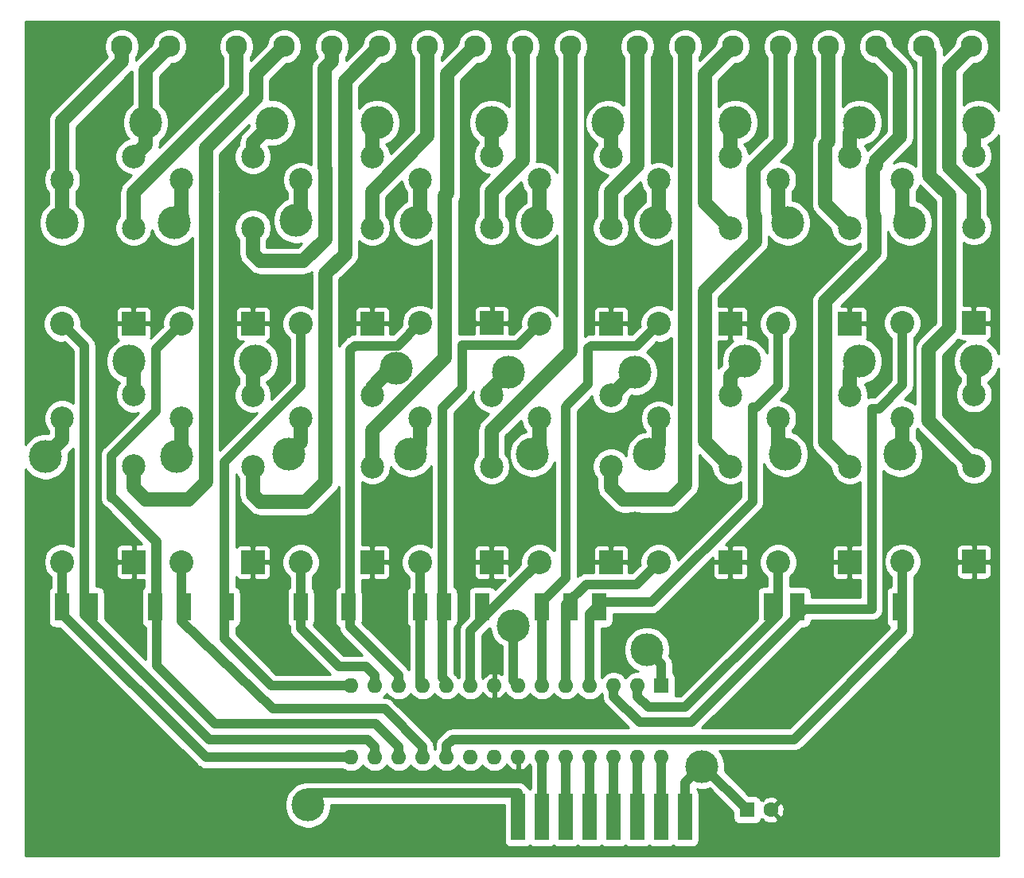
<source format=gbr>
G04 #@! TF.GenerationSoftware,KiCad,Pcbnew,(5.1.5)-3*
G04 #@! TF.CreationDate,2021-02-24T13:16:18+01:00*
G04 #@! TF.ProjectId,Projekt,50726f6a-656b-4742-9e6b-696361645f70,rev?*
G04 #@! TF.SameCoordinates,PX3778af0PY9765530*
G04 #@! TF.FileFunction,Copper,L2,Bot*
G04 #@! TF.FilePolarity,Positive*
%FSLAX46Y46*%
G04 Gerber Fmt 4.6, Leading zero omitted, Abs format (unit mm)*
G04 Created by KiCad (PCBNEW (5.1.5)-3) date 2021-02-24 13:16:18*
%MOMM*%
%LPD*%
G04 APERTURE LIST*
%ADD10C,2.300000*%
%ADD11C,1.600000*%
%ADD12R,1.600000X1.600000*%
%ADD13O,1.600000X1.600000*%
%ADD14R,1.500000X3.000000*%
%ADD15C,2.500000*%
%ADD16R,2.500000X2.500000*%
%ADD17C,2.540000*%
%ADD18R,1.500000X5.000000*%
%ADD19C,3.500000*%
%ADD20C,1.000000*%
%ADD21C,1.500000*%
%ADD22C,0.254000*%
G04 APERTURE END LIST*
D10*
X104140000Y89408000D03*
X99060000Y89408000D03*
X93980000Y89408000D03*
X88900000Y89408000D03*
X83820000Y89408000D03*
X78740000Y89408000D03*
X73660000Y89408000D03*
X68580000Y89408000D03*
X61468000Y89408000D03*
X56388000Y89408000D03*
X51308000Y89408000D03*
X46228000Y89408000D03*
X41148000Y89408000D03*
X36068000Y89408000D03*
X30988000Y89408000D03*
X25908000Y89408000D03*
D11*
X82764000Y8128000D03*
D12*
X80264000Y8128000D03*
D13*
X71120000Y13716000D03*
X38100000Y21336000D03*
X68580000Y13716000D03*
X40640000Y21336000D03*
X66040000Y13716000D03*
X43180000Y21336000D03*
X63500000Y13716000D03*
X45720000Y21336000D03*
X60960000Y13716000D03*
X48260000Y21336000D03*
X58420000Y13716000D03*
X50800000Y21336000D03*
X55880000Y13716000D03*
X53340000Y21336000D03*
X53340000Y13716000D03*
X55880000Y21336000D03*
X50800000Y13716000D03*
X58420000Y21336000D03*
X48260000Y13716000D03*
X60960000Y21336000D03*
X45720000Y13716000D03*
X63500000Y21336000D03*
X43180000Y13716000D03*
X66040000Y21336000D03*
X40640000Y13716000D03*
X68580000Y21336000D03*
X38100000Y13716000D03*
D12*
X71120000Y21336000D03*
D10*
X18796000Y89408000D03*
X13716000Y89408000D03*
D14*
X64516000Y29718000D03*
X7366000Y29718000D03*
X61468000Y29718000D03*
X17272000Y29718000D03*
X52070000Y29718000D03*
D15*
X27666000Y77684000D03*
X20066000Y75184000D03*
X27666000Y70084000D03*
D16*
X27666000Y59884000D03*
D17*
X20066000Y59884000D03*
D15*
X14966000Y77684000D03*
X7366000Y75184000D03*
X14966000Y70084000D03*
D16*
X14966000Y59884000D03*
D17*
X7366000Y59884000D03*
D14*
X58420000Y29718000D03*
D15*
X40366000Y77684000D03*
X32766000Y75184000D03*
X40366000Y70084000D03*
D16*
X40366000Y59884000D03*
D17*
X32766000Y59884000D03*
D14*
X48006000Y29718000D03*
X45466000Y29718000D03*
X85598000Y29718000D03*
D15*
X53086000Y77744000D03*
X45486000Y75244000D03*
X53086000Y70144000D03*
D16*
X53086000Y59944000D03*
D17*
X45486000Y59944000D03*
D14*
X20320000Y29718000D03*
X96520000Y29718000D03*
X10414000Y29718000D03*
X24892000Y29718000D03*
X82804000Y29718000D03*
D15*
X27666000Y52284000D03*
X20066000Y49784000D03*
X27666000Y44684000D03*
D16*
X27666000Y34484000D03*
D17*
X20066000Y34484000D03*
D15*
X14986000Y52324000D03*
X7386000Y49824000D03*
X14986000Y44724000D03*
D16*
X14986000Y34524000D03*
D17*
X7386000Y34524000D03*
D15*
X91166000Y52284000D03*
X83566000Y49784000D03*
X91166000Y44684000D03*
D16*
X91166000Y34484000D03*
D17*
X83566000Y34484000D03*
D15*
X104374000Y77744000D03*
X96774000Y75244000D03*
X104374000Y70144000D03*
D16*
X104374000Y59944000D03*
D17*
X96774000Y59944000D03*
D15*
X78466000Y77684000D03*
X70866000Y75184000D03*
X78466000Y70084000D03*
D16*
X78466000Y59884000D03*
D17*
X70866000Y59884000D03*
D15*
X91166000Y77684000D03*
X83566000Y75184000D03*
X91166000Y70084000D03*
D16*
X91166000Y59884000D03*
D17*
X83566000Y59884000D03*
D15*
X65766000Y77684000D03*
X58166000Y75184000D03*
X65766000Y70084000D03*
D16*
X65766000Y59884000D03*
D17*
X58166000Y59884000D03*
D15*
X53066000Y52284000D03*
X45466000Y49784000D03*
X53066000Y44684000D03*
D16*
X53066000Y34484000D03*
D17*
X45466000Y34484000D03*
D15*
X104394000Y52344000D03*
X96794000Y49844000D03*
X104394000Y44744000D03*
D16*
X104394000Y34544000D03*
D17*
X96794000Y34544000D03*
D15*
X78466000Y52284000D03*
X70866000Y49784000D03*
X78466000Y44684000D03*
D16*
X78466000Y34484000D03*
D17*
X70866000Y34484000D03*
D15*
X65766000Y52284000D03*
X58166000Y49784000D03*
X65766000Y44684000D03*
D16*
X65766000Y34484000D03*
D17*
X58166000Y34484000D03*
D15*
X40366000Y52284000D03*
X32766000Y49784000D03*
X40366000Y44684000D03*
D16*
X40366000Y34484000D03*
D17*
X32766000Y34484000D03*
D18*
X71120000Y7366000D03*
D14*
X32766000Y29718000D03*
D18*
X68580000Y7366000D03*
X63500000Y7366000D03*
X66040000Y7366000D03*
X55880000Y7366000D03*
X58420000Y7366000D03*
X60960000Y7366000D03*
D14*
X37846000Y29718000D03*
D18*
X73660000Y7366000D03*
D19*
X31496000Y45974000D03*
X84582000Y70612000D03*
X32258000Y70866000D03*
X57912000Y70612000D03*
X70560000Y70612000D03*
X45006001Y70612000D03*
X96520000Y45974000D03*
X5588000Y45720000D03*
X57404000Y45974000D03*
X84328000Y45974000D03*
X19558000Y45720000D03*
X7366000Y70612000D03*
X19304000Y70612000D03*
X69850000Y45974000D03*
X44450000Y45974000D03*
X97536000Y70612000D03*
X27940000Y55880000D03*
X92202000Y55880000D03*
X42926000Y55118000D03*
X54851642Y54743999D03*
X53086000Y81280000D03*
X92202000Y81280000D03*
X104648000Y55880000D03*
X80010000Y55880000D03*
X68326000Y54683999D03*
X14486001Y55880000D03*
X40894000Y81280000D03*
X29740964Y81257036D03*
X16256000Y81280000D03*
X104902000Y81280000D03*
X78994000Y81280000D03*
X65480000Y81280000D03*
X84328000Y64262000D03*
X34798000Y37846000D03*
X25908000Y63754000D03*
X42164000Y64262000D03*
X17780000Y63754000D03*
X100584000Y38100000D03*
X68834000Y64262000D03*
X97028000Y64262000D03*
X55880000Y38354000D03*
X55626000Y64262000D03*
X43434000Y38354000D03*
X68326000Y38100000D03*
X46736000Y18034000D03*
X55371193Y27718684D03*
X75438000Y12766001D03*
X69596000Y25146000D03*
X33528000Y8636000D03*
D20*
X9756001Y36217999D02*
X9756001Y28875245D01*
X9736001Y57513999D02*
X9736001Y36237999D01*
X7366000Y59884000D02*
X9736001Y57513999D01*
X9736001Y36237999D02*
X9756001Y36217999D01*
X40640000Y14847370D02*
X40640000Y13716000D01*
X23015245Y15616001D02*
X39871369Y15616001D01*
X39871369Y15616001D02*
X40640000Y14847370D01*
X9756001Y28875245D02*
X23015245Y15616001D01*
X7386000Y32727949D02*
X7386000Y34524000D01*
X38100000Y13716000D02*
X22652491Y13716000D01*
X22652491Y13716000D02*
X7386000Y28982491D01*
X7386000Y28982491D02*
X7386000Y32727949D01*
X17336001Y36654001D02*
X17336001Y29099507D01*
X23622000Y17272000D02*
X17449990Y23444010D01*
X12635999Y45852001D02*
X12635999Y41354003D01*
X43180000Y13716000D02*
X43180000Y14847370D01*
X17449990Y23444010D02*
X17449990Y36652010D01*
X40755370Y17272000D02*
X23622000Y17272000D01*
X12700000Y41402000D02*
X17336001Y36654001D01*
X17336001Y50552003D02*
X12635999Y45852001D01*
X12635999Y41354003D02*
X12700000Y41402000D01*
X43180000Y14847370D02*
X40755370Y17272000D01*
X17449990Y36652010D02*
X12700000Y41402000D01*
X17336001Y57154001D02*
X17336001Y50552003D01*
X20066000Y59884000D02*
X17336001Y57154001D01*
X45720000Y14847370D02*
X45720000Y13716000D01*
X29826252Y18872010D02*
X41695360Y18872010D01*
X20066000Y34484000D02*
X20066000Y28194000D01*
X20066000Y28194000D02*
X29826252Y18872010D01*
X41695360Y18872010D02*
X45720000Y14847370D01*
X29625016Y21336000D02*
X38100000Y21336000D01*
X24638000Y26323016D02*
X29625016Y21336000D01*
X32766000Y53262002D02*
X24638000Y45134002D01*
X32766000Y59884000D02*
X32766000Y53262002D01*
X24638000Y45134002D02*
X24638000Y26323016D01*
X39739370Y23368000D02*
X40640000Y22467370D01*
X36830000Y23368000D02*
X39739370Y23368000D01*
X32766000Y34484000D02*
X32766000Y27432000D01*
X32766000Y27432000D02*
X36830000Y23368000D01*
X40640000Y22467370D02*
X40640000Y21336000D01*
X38483999Y57533999D02*
X43075999Y57533999D01*
X38015999Y27631371D02*
X38015999Y57065999D01*
X43180000Y21336000D02*
X43180000Y22467370D01*
X38015999Y57065999D02*
X38483999Y57533999D01*
X43180000Y22467370D02*
X38015999Y27631371D01*
X43075999Y57533999D02*
X45486000Y59944000D01*
X45466000Y34484000D02*
X45466000Y21590000D01*
X45466000Y21590000D02*
X45720000Y21336000D01*
X49956011Y53052011D02*
X47836001Y50932001D01*
X47836001Y22182001D02*
X48260000Y21758002D01*
X49973999Y57593999D02*
X49956011Y57576011D01*
X48260000Y21758002D02*
X48260000Y21336000D01*
X47836001Y50932001D02*
X47836001Y22182001D01*
X55875999Y57593999D02*
X49973999Y57593999D01*
X58166000Y59884000D02*
X55875999Y57593999D01*
X49956011Y57576011D02*
X49956011Y53052011D01*
X58105999Y34484000D02*
X50800000Y27178001D01*
X50800000Y27178001D02*
X50800000Y22467370D01*
X50800000Y22467370D02*
X50800000Y21336000D01*
X56896001Y33214001D02*
X56836001Y33214001D01*
X58166000Y34484000D02*
X56896001Y33214001D01*
X58166000Y34484000D02*
X58105999Y34484000D01*
X68515999Y57533999D02*
X63629999Y57533999D01*
X63318010Y57222010D02*
X63318010Y53412010D01*
X63318010Y53412010D02*
X61214000Y51308000D01*
X58420000Y30226000D02*
X58420000Y21336000D01*
X61214000Y51308000D02*
X60960000Y50956002D01*
X60960000Y50956002D02*
X60960000Y32766000D01*
X70866000Y59884000D02*
X68515999Y57533999D01*
X63629999Y57533999D02*
X63318010Y57222010D01*
X60960000Y32766000D02*
X58420000Y30226000D01*
X63121999Y32133999D02*
X60960000Y29972000D01*
X60960000Y29972000D02*
X60960000Y21336000D01*
X68515999Y32133999D02*
X63121999Y32133999D01*
X68515999Y32133999D02*
X68086629Y32133999D01*
X70866000Y34484000D02*
X68515999Y32133999D01*
X63500000Y28956000D02*
X64770000Y30226000D01*
X63500000Y21336000D02*
X63500000Y28956000D01*
X70115602Y30226000D02*
X80816001Y40926399D01*
X81313997Y51009999D02*
X83566000Y53262002D01*
X80816001Y40926399D02*
X80816001Y51009999D01*
X83566000Y53262002D02*
X83566000Y58087949D01*
X83566000Y58087949D02*
X83566000Y59884000D01*
X64770000Y30226000D02*
X70115602Y30226000D01*
X80816001Y51009999D02*
X81313997Y51009999D01*
X83566000Y30201998D02*
X83534748Y30170746D01*
X83534748Y28924748D02*
X73660002Y19050002D01*
X69734630Y19050000D02*
X68580000Y20204630D01*
X83566000Y34484000D02*
X83566000Y30201998D01*
X72414002Y19050000D02*
X69734630Y19050000D01*
X73660002Y19050002D02*
X72414004Y19050002D01*
X72414004Y19050002D02*
X72414002Y19050000D01*
X83534748Y30170746D02*
X83534748Y28924748D01*
X68580000Y20204630D02*
X68580000Y21336000D01*
X96794000Y34544000D02*
X96794000Y27164000D01*
X96794000Y27164000D02*
X85246001Y15616001D01*
X48260000Y14986000D02*
X48260000Y14847370D01*
X48890001Y15616001D02*
X48260000Y14986000D01*
X85246001Y15616001D02*
X48890001Y15616001D01*
X48260000Y14847370D02*
X48260000Y13716000D01*
X94278001Y50844001D02*
X96774000Y53340000D01*
X86380755Y29508001D02*
X74322746Y17449992D01*
X96774000Y53340000D02*
X96774000Y59944000D01*
X93516001Y50844001D02*
X94278001Y50844001D01*
X93516001Y50844001D02*
X93516001Y29508001D01*
X93516001Y29508001D02*
X86380755Y29508001D01*
X74322746Y17449992D02*
X68794638Y17449992D01*
X68794638Y17449992D02*
X66040000Y20204630D01*
X66040000Y20204630D02*
X66040000Y21336000D01*
D21*
X25908000Y87781655D02*
X25908000Y89408000D01*
X14966000Y73835998D02*
X25908000Y84777998D01*
X25908000Y84777998D02*
X25908000Y87781655D01*
X14966000Y70084000D02*
X14966000Y73835998D01*
X58166000Y46736000D02*
X57404000Y45974000D01*
X32766000Y47244000D02*
X31496000Y45974000D01*
X83566000Y46736000D02*
X84328000Y45974000D01*
X32766000Y49784000D02*
X32766000Y47244000D01*
X45466000Y49784000D02*
X45466000Y46990000D01*
X70866000Y46990000D02*
X69850000Y45974000D01*
X45466000Y46990000D02*
X44450000Y45974000D01*
X96794000Y46248000D02*
X96520000Y45974000D01*
X96794000Y49844000D02*
X96794000Y46248000D01*
X58166000Y49784000D02*
X58166000Y46736000D01*
X83566000Y49784000D02*
X83566000Y46736000D01*
X70866000Y49784000D02*
X70866000Y46990000D01*
X20066000Y75184000D02*
X20066000Y71374000D01*
X32766000Y75184000D02*
X32766000Y71374000D01*
X7366000Y76951766D02*
X7366000Y75184000D01*
X83566000Y71628000D02*
X84582000Y70612000D01*
X20066000Y71374000D02*
X19304000Y70612000D01*
X32766000Y71374000D02*
X32258000Y70866000D01*
X58166000Y70866000D02*
X57912000Y70612000D01*
X13716000Y89408000D02*
X13716000Y87781655D01*
X70866000Y70918000D02*
X70560000Y70612000D01*
X13716000Y87781655D02*
X7366000Y81431655D01*
X83566000Y75184000D02*
X83566000Y71628000D01*
X96774000Y71374000D02*
X97536000Y70612000D01*
X70866000Y75184000D02*
X70866000Y70918000D01*
X45486000Y71091999D02*
X45006001Y70612000D01*
X20066000Y49784000D02*
X20066000Y46228000D01*
X20066000Y46228000D02*
X19558000Y45720000D01*
X7386000Y47518000D02*
X5588000Y45720000D01*
X7386000Y49824000D02*
X7386000Y47518000D01*
X45486000Y75244000D02*
X45486000Y71091999D01*
X7366000Y75184000D02*
X7366000Y70612000D01*
X58166000Y75184000D02*
X58166000Y70866000D01*
X96774000Y75244000D02*
X96774000Y71374000D01*
X7366000Y81431655D02*
X7366000Y76951766D01*
X65766000Y52284000D02*
X65926001Y52284000D01*
X104394000Y52344000D02*
X104394000Y55626000D01*
X78466000Y54336000D02*
X80010000Y55880000D01*
X65926001Y52284000D02*
X68326000Y54683999D01*
X53066000Y52284000D02*
X53066000Y52958357D01*
X53066000Y52958357D02*
X54851642Y54743999D01*
X91166000Y52284000D02*
X91166000Y54844000D01*
X78466000Y52284000D02*
X78466000Y54336000D01*
X27666000Y55606000D02*
X27940000Y55880000D01*
X104394000Y55626000D02*
X104648000Y55880000D01*
X27666000Y52284000D02*
X27666000Y55606000D01*
X91166000Y54844000D02*
X92202000Y55880000D01*
X14986000Y55380001D02*
X14486001Y55880000D01*
X14986000Y52324000D02*
X14986000Y55380001D01*
X16256000Y81280000D02*
X16256000Y86868000D01*
X78466000Y80752000D02*
X78994000Y81280000D01*
X53086000Y77744000D02*
X53086000Y81280000D01*
X16256000Y81280000D02*
X16256000Y78974000D01*
X27666000Y77684000D02*
X27666000Y79182072D01*
X16256000Y78974000D02*
X14966000Y77684000D01*
X16256000Y86868000D02*
X18796000Y89408000D01*
X40366000Y80752000D02*
X40894000Y81280000D01*
X91166000Y80244000D02*
X92202000Y81280000D01*
X104374000Y80752000D02*
X104902000Y81280000D01*
X104374000Y77744000D02*
X104374000Y80752000D01*
X78466000Y77684000D02*
X78466000Y80752000D01*
X40366000Y53139999D02*
X41910000Y54683999D01*
X40366000Y52284000D02*
X40366000Y53139999D01*
X91166000Y77684000D02*
X91166000Y80244000D01*
X65766000Y80994000D02*
X65480000Y81280000D01*
X40366000Y77684000D02*
X40366000Y80752000D01*
X27666000Y79182072D02*
X29740964Y81257036D01*
X65766000Y77684000D02*
X65766000Y80994000D01*
X22666001Y73974001D02*
X22686001Y73954001D01*
X22686001Y43006001D02*
X20828000Y41148000D01*
X14986000Y42418000D02*
X14986000Y44724000D01*
X30988000Y89408000D02*
X28008010Y86428010D01*
X28008010Y86428010D02*
X28008010Y83908146D01*
X22686001Y73954001D02*
X22686001Y43006001D01*
X16256000Y41148000D02*
X14986000Y42418000D01*
X22666001Y78566137D02*
X22666001Y73974001D01*
X28008010Y83908146D02*
X22666001Y78566137D01*
X20828000Y41148000D02*
X16256000Y41148000D01*
X35366001Y68894001D02*
X33020000Y66548000D01*
X35306000Y76492002D02*
X35366001Y76432001D01*
X35306000Y87019655D02*
X35306000Y76492002D01*
X36068000Y87781655D02*
X35306000Y87019655D01*
X27666000Y67330000D02*
X27666000Y70084000D01*
X35366001Y76432001D02*
X35366001Y68894001D01*
X36068000Y89408000D02*
X36068000Y87781655D01*
X28448000Y66548000D02*
X27666000Y67330000D01*
X33020000Y66548000D02*
X28448000Y66548000D01*
X37466011Y67278009D02*
X35386001Y65197999D01*
X37466011Y85726011D02*
X37466011Y67278009D01*
X27666000Y41676000D02*
X27666000Y44684000D01*
X33274000Y40894000D02*
X28448000Y40894000D01*
X41148000Y89408000D02*
X37466011Y85726011D01*
X35386001Y65197999D02*
X35386001Y43006001D01*
X28448000Y40894000D02*
X27666000Y41676000D01*
X35386001Y43006001D02*
X33274000Y40894000D01*
X46228000Y89408000D02*
X46228000Y79834002D01*
X40366000Y71851766D02*
X40366000Y70084000D01*
X40366000Y73972002D02*
X40366000Y71851766D01*
X46228000Y79834002D02*
X40366000Y73972002D01*
X48328010Y73728010D02*
X48106001Y73506001D01*
X48106001Y73506001D02*
X48106001Y56272003D01*
X48328010Y86428010D02*
X48328010Y73728010D01*
X40366000Y48532002D02*
X40366000Y46451766D01*
X51308000Y89408000D02*
X48328010Y86428010D01*
X48106001Y56272003D02*
X40366000Y48532002D01*
X40366000Y46451766D02*
X40366000Y44684000D01*
X53086000Y71911766D02*
X53086000Y70144000D01*
X56388000Y89408000D02*
X56388000Y77254002D01*
X53086000Y73952002D02*
X53086000Y71911766D01*
X56388000Y77254002D02*
X53086000Y73952002D01*
X53066000Y46451766D02*
X53066000Y44684000D01*
X61468000Y56934002D02*
X53066000Y48532002D01*
X61468000Y89408000D02*
X61468000Y56934002D01*
X53066000Y48532002D02*
X53066000Y46451766D01*
X68580000Y89408000D02*
X68580000Y76746002D01*
X65766000Y71851766D02*
X65766000Y70084000D01*
X68580000Y76746002D02*
X65766000Y73932002D01*
X65766000Y73932002D02*
X65766000Y71851766D01*
X73660000Y89408000D02*
X73660000Y42672000D01*
X67056000Y41148000D02*
X65766000Y42438000D01*
X72136000Y41148000D02*
X67056000Y41148000D01*
X73660000Y42672000D02*
X72136000Y41148000D01*
X65766000Y42438000D02*
X65766000Y44684000D01*
X75760010Y86428010D02*
X75760010Y72789990D01*
X78740000Y89408000D02*
X75760010Y86428010D01*
X75760010Y72789990D02*
X78466000Y70084000D01*
X83820000Y79286002D02*
X80965999Y76432001D01*
X75760010Y47389990D02*
X77216001Y45933999D01*
X80965999Y76432001D02*
X80965999Y71432003D01*
X80965999Y71432003D02*
X81066001Y71332001D01*
X81066001Y71332001D02*
X81066001Y68620001D01*
X83820000Y89408000D02*
X83820000Y79286002D01*
X81066001Y68620001D02*
X75760010Y63314010D01*
X77216001Y45933999D02*
X78466000Y44684000D01*
X75760010Y63314010D02*
X75760010Y47389990D01*
X89916001Y71333999D02*
X91166000Y70084000D01*
X88565999Y78932001D02*
X88565999Y72684001D01*
X88900000Y79266002D02*
X88565999Y78932001D01*
X88565999Y72684001D02*
X89916001Y71333999D01*
X88900000Y89408000D02*
X88900000Y79266002D01*
X91166000Y44684000D02*
X88565999Y47284001D01*
X88565999Y62214001D02*
X93766001Y67414003D01*
X93665999Y71432003D02*
X93665999Y76432001D01*
X93766001Y71332001D02*
X93665999Y71432003D01*
X96520000Y86868000D02*
X93980000Y89408000D01*
X93766001Y67414003D02*
X93766001Y71332001D01*
X93980000Y76746002D02*
X93980000Y77216000D01*
X88565999Y47284001D02*
X88565999Y62214001D01*
X96520000Y79756000D02*
X96520000Y86868000D01*
X93665999Y76432001D02*
X93980000Y76746002D01*
X93980000Y77216000D02*
X96520000Y79756000D01*
X101773999Y73564139D02*
X101773999Y59355999D01*
X99568000Y49570000D02*
X104394000Y44744000D01*
X101773999Y59355999D02*
X99568000Y57150000D01*
X99673990Y75664148D02*
X101773999Y73564139D01*
X99568000Y57150000D02*
X99568000Y49570000D01*
X99060000Y89408000D02*
X99673989Y88794011D01*
X99673989Y88794011D02*
X99673990Y75664148D01*
X101773999Y76534001D02*
X104374000Y73934000D01*
X104140000Y89408000D02*
X101773999Y87041999D01*
X104374000Y73934000D02*
X104374000Y70144000D01*
X101773999Y87041999D02*
X101773999Y76534001D01*
D20*
X73688001Y11016002D02*
X73688001Y7902001D01*
X55371193Y27718684D02*
X55371193Y21844807D01*
X75625999Y12766001D02*
X80264000Y8128000D01*
X55371193Y21844807D02*
X55880000Y21336000D01*
X75438000Y12766001D02*
X73688001Y11016002D01*
X75438000Y12766001D02*
X75625999Y12766001D01*
X71120000Y12584630D02*
X71120000Y7874000D01*
X71120000Y13716000D02*
X71120000Y12584630D01*
X68580000Y12584630D02*
X68580000Y7874000D01*
X68580000Y13716000D02*
X68580000Y12584630D01*
X60960000Y13716000D02*
X60960000Y8128000D01*
X58420000Y13716000D02*
X58420000Y8128000D01*
X66040000Y13716000D02*
X66040000Y7874000D01*
X63500000Y13716000D02*
X63500000Y8128000D01*
X33528000Y9906000D02*
X55880000Y9906000D01*
X71120000Y21336000D02*
X71120000Y23622000D01*
X71120000Y23622000D02*
X69596000Y25146000D01*
D22*
G36*
X102769506Y58163463D02*
G01*
X102879820Y58104498D01*
X102999518Y58068188D01*
X103124000Y58055928D01*
X103447567Y58056959D01*
X103069005Y57804011D01*
X102723989Y57458995D01*
X102452911Y57053299D01*
X102266190Y56602514D01*
X102171000Y56123963D01*
X102171000Y55636037D01*
X102266190Y55157486D01*
X102452911Y54706701D01*
X102723989Y54301005D01*
X102917001Y54107993D01*
X102917000Y53662900D01*
X102858364Y53604264D01*
X102642005Y53280461D01*
X102492975Y52920670D01*
X102417000Y52538718D01*
X102417000Y52149282D01*
X102492975Y51767330D01*
X102642005Y51407539D01*
X102858364Y51083736D01*
X103133736Y50808364D01*
X103457539Y50592005D01*
X103817330Y50442975D01*
X104199282Y50367000D01*
X104588718Y50367000D01*
X104970670Y50442975D01*
X105330461Y50592005D01*
X105654264Y50808364D01*
X105929636Y51083736D01*
X106145995Y51407539D01*
X106295025Y51767330D01*
X106371000Y52149282D01*
X106371000Y52538718D01*
X106295025Y52920670D01*
X106145995Y53280461D01*
X105929636Y53604264D01*
X105871000Y53662900D01*
X105871000Y53718120D01*
X106226995Y53955989D01*
X106572011Y54301005D01*
X106843089Y54706701D01*
X107011000Y55112076D01*
X107011001Y3225000D01*
X3479000Y3225000D01*
X3479000Y44417860D01*
X3663989Y44141005D01*
X4009005Y43795989D01*
X4414701Y43524911D01*
X4865486Y43338190D01*
X5344037Y43243000D01*
X5831963Y43243000D01*
X6310514Y43338190D01*
X6761299Y43524911D01*
X7166995Y43795989D01*
X7512011Y44141005D01*
X7783089Y44546701D01*
X7969810Y44997486D01*
X8065000Y45476037D01*
X8065000Y45963963D01*
X8041068Y46084276D01*
X8379089Y46422296D01*
X8435450Y46468550D01*
X8509002Y46558173D01*
X8509002Y36298269D01*
X8503066Y36237999D01*
X8509247Y36175242D01*
X8331934Y36293719D01*
X7968504Y36444257D01*
X7582687Y36521000D01*
X7189313Y36521000D01*
X6803496Y36444257D01*
X6440066Y36293719D01*
X6112986Y36075171D01*
X5834829Y35797014D01*
X5616281Y35469934D01*
X5465743Y35106504D01*
X5389000Y34720687D01*
X5389000Y34327313D01*
X5465743Y33941496D01*
X5616281Y33578066D01*
X5834829Y33250986D01*
X6112986Y32972829D01*
X6159000Y32942083D01*
X6159000Y32667682D01*
X6159001Y32667672D01*
X6159001Y31783429D01*
X6099446Y31734554D01*
X6008597Y31623853D01*
X5941090Y31497557D01*
X5899520Y31360517D01*
X5885483Y31218000D01*
X5885483Y28218000D01*
X5899520Y28075483D01*
X5941090Y27938443D01*
X6008597Y27812147D01*
X6099446Y27701446D01*
X6210147Y27610597D01*
X6336443Y27543090D01*
X6473483Y27501520D01*
X6616000Y27487483D01*
X7145769Y27487483D01*
X21742256Y12890995D01*
X21780674Y12844183D01*
X21967508Y12690851D01*
X22180667Y12576916D01*
X22411957Y12506754D01*
X22532437Y12494889D01*
X22592223Y12489000D01*
X22592228Y12489000D01*
X22652491Y12483065D01*
X22712754Y12489000D01*
X37187807Y12489000D01*
X37376694Y12362790D01*
X37654590Y12247681D01*
X37949604Y12189000D01*
X38250396Y12189000D01*
X38545410Y12247681D01*
X38823306Y12362790D01*
X39073406Y12529901D01*
X39286099Y12742594D01*
X39370000Y12868161D01*
X39453901Y12742594D01*
X39666594Y12529901D01*
X39916694Y12362790D01*
X40194590Y12247681D01*
X40489604Y12189000D01*
X40790396Y12189000D01*
X41085410Y12247681D01*
X41363306Y12362790D01*
X41613406Y12529901D01*
X41826099Y12742594D01*
X41910000Y12868161D01*
X41993901Y12742594D01*
X42206594Y12529901D01*
X42456694Y12362790D01*
X42734590Y12247681D01*
X43029604Y12189000D01*
X43330396Y12189000D01*
X43625410Y12247681D01*
X43903306Y12362790D01*
X44153406Y12529901D01*
X44366099Y12742594D01*
X44450000Y12868161D01*
X44533901Y12742594D01*
X44746594Y12529901D01*
X44996694Y12362790D01*
X45274590Y12247681D01*
X45569604Y12189000D01*
X45870396Y12189000D01*
X46165410Y12247681D01*
X46443306Y12362790D01*
X46693406Y12529901D01*
X46906099Y12742594D01*
X46990000Y12868161D01*
X47073901Y12742594D01*
X47286594Y12529901D01*
X47536694Y12362790D01*
X47814590Y12247681D01*
X48109604Y12189000D01*
X48410396Y12189000D01*
X48705410Y12247681D01*
X48983306Y12362790D01*
X49233406Y12529901D01*
X49446099Y12742594D01*
X49530000Y12868161D01*
X49613901Y12742594D01*
X49826594Y12529901D01*
X50076694Y12362790D01*
X50354590Y12247681D01*
X50649604Y12189000D01*
X50950396Y12189000D01*
X51245410Y12247681D01*
X51523306Y12362790D01*
X51773406Y12529901D01*
X51986099Y12742594D01*
X52070000Y12868161D01*
X52153901Y12742594D01*
X52366594Y12529901D01*
X52616694Y12362790D01*
X52894590Y12247681D01*
X53189604Y12189000D01*
X53490396Y12189000D01*
X53785410Y12247681D01*
X54063306Y12362790D01*
X54313406Y12529901D01*
X54526099Y12742594D01*
X54669677Y12957475D01*
X54727615Y12860869D01*
X54916586Y12652481D01*
X55142580Y12484963D01*
X55396913Y12364754D01*
X55530961Y12324096D01*
X55753000Y12446085D01*
X55753000Y13589000D01*
X55733000Y13589000D01*
X55733000Y13843000D01*
X55753000Y13843000D01*
X55753000Y13863000D01*
X56007000Y13863000D01*
X56007000Y13843000D01*
X56027000Y13843000D01*
X56027000Y13589000D01*
X56007000Y13589000D01*
X56007000Y12446085D01*
X56229039Y12324096D01*
X56363087Y12364754D01*
X56617420Y12484963D01*
X56843414Y12652481D01*
X57032385Y12860869D01*
X57090323Y12957475D01*
X57193000Y12803807D01*
X57193001Y10415015D01*
X57153446Y10382554D01*
X57150000Y10378355D01*
X57146554Y10382554D01*
X57035853Y10473403D01*
X56940855Y10524181D01*
X56905149Y10590983D01*
X56751817Y10777817D01*
X56564983Y10931149D01*
X56351824Y11045084D01*
X56120534Y11115245D01*
X55940268Y11133000D01*
X33467732Y11133000D01*
X33287466Y11115245D01*
X33272500Y11110705D01*
X32805486Y11017810D01*
X32354701Y10831089D01*
X31949005Y10560011D01*
X31603989Y10214995D01*
X31332911Y9809299D01*
X31146190Y9358514D01*
X31051000Y8879963D01*
X31051000Y8392037D01*
X31146190Y7913486D01*
X31332911Y7462701D01*
X31603989Y7057005D01*
X31949005Y6711989D01*
X32354701Y6440911D01*
X32805486Y6254190D01*
X33284037Y6159000D01*
X33771963Y6159000D01*
X34250514Y6254190D01*
X34701299Y6440911D01*
X35106995Y6711989D01*
X35452011Y7057005D01*
X35723089Y7462701D01*
X35909810Y7913486D01*
X36005000Y8392037D01*
X36005000Y8679000D01*
X54399483Y8679000D01*
X54399483Y4866000D01*
X54413520Y4723483D01*
X54455090Y4586443D01*
X54522597Y4460147D01*
X54613446Y4349446D01*
X54724147Y4258597D01*
X54850443Y4191090D01*
X54987483Y4149520D01*
X55130000Y4135483D01*
X56630000Y4135483D01*
X56772517Y4149520D01*
X56909557Y4191090D01*
X57035853Y4258597D01*
X57146554Y4349446D01*
X57150000Y4353645D01*
X57153446Y4349446D01*
X57264147Y4258597D01*
X57390443Y4191090D01*
X57527483Y4149520D01*
X57670000Y4135483D01*
X59170000Y4135483D01*
X59312517Y4149520D01*
X59449557Y4191090D01*
X59575853Y4258597D01*
X59686554Y4349446D01*
X59690000Y4353645D01*
X59693446Y4349446D01*
X59804147Y4258597D01*
X59930443Y4191090D01*
X60067483Y4149520D01*
X60210000Y4135483D01*
X61710000Y4135483D01*
X61852517Y4149520D01*
X61989557Y4191090D01*
X62115853Y4258597D01*
X62226554Y4349446D01*
X62230000Y4353645D01*
X62233446Y4349446D01*
X62344147Y4258597D01*
X62470443Y4191090D01*
X62607483Y4149520D01*
X62750000Y4135483D01*
X64250000Y4135483D01*
X64392517Y4149520D01*
X64529557Y4191090D01*
X64655853Y4258597D01*
X64766554Y4349446D01*
X64770000Y4353645D01*
X64773446Y4349446D01*
X64884147Y4258597D01*
X65010443Y4191090D01*
X65147483Y4149520D01*
X65290000Y4135483D01*
X66790000Y4135483D01*
X66932517Y4149520D01*
X67069557Y4191090D01*
X67195853Y4258597D01*
X67306554Y4349446D01*
X67310000Y4353645D01*
X67313446Y4349446D01*
X67424147Y4258597D01*
X67550443Y4191090D01*
X67687483Y4149520D01*
X67830000Y4135483D01*
X69330000Y4135483D01*
X69472517Y4149520D01*
X69609557Y4191090D01*
X69735853Y4258597D01*
X69846554Y4349446D01*
X69850000Y4353645D01*
X69853446Y4349446D01*
X69964147Y4258597D01*
X70090443Y4191090D01*
X70227483Y4149520D01*
X70370000Y4135483D01*
X71870000Y4135483D01*
X72012517Y4149520D01*
X72149557Y4191090D01*
X72275853Y4258597D01*
X72386554Y4349446D01*
X72390000Y4353645D01*
X72393446Y4349446D01*
X72504147Y4258597D01*
X72630443Y4191090D01*
X72767483Y4149520D01*
X72910000Y4135483D01*
X74410000Y4135483D01*
X74552517Y4149520D01*
X74689557Y4191090D01*
X74815853Y4258597D01*
X74926554Y4349446D01*
X75017403Y4460147D01*
X75084910Y4586443D01*
X75126480Y4723483D01*
X75140517Y4866000D01*
X75140517Y9866000D01*
X75126480Y10008517D01*
X75084910Y10145557D01*
X75017403Y10271853D01*
X74966125Y10334336D01*
X75194037Y10289001D01*
X75681963Y10289001D01*
X76160514Y10384191D01*
X76239749Y10417011D01*
X78733483Y7923277D01*
X78733483Y7328000D01*
X78747520Y7185483D01*
X78789090Y7048443D01*
X78856597Y6922147D01*
X78947446Y6811446D01*
X79058147Y6720597D01*
X79184443Y6653090D01*
X79321483Y6611520D01*
X79464000Y6597483D01*
X81064000Y6597483D01*
X81206517Y6611520D01*
X81343557Y6653090D01*
X81469853Y6720597D01*
X81580554Y6811446D01*
X81671403Y6922147D01*
X81738910Y7048443D01*
X81754341Y7099312D01*
X81834630Y7019023D01*
X81950903Y7135296D01*
X82022486Y6891329D01*
X82277996Y6770429D01*
X82552184Y6701700D01*
X82834512Y6687783D01*
X83114130Y6729213D01*
X83380292Y6824397D01*
X83505514Y6891329D01*
X83577097Y7135298D01*
X82764000Y7948395D01*
X82749858Y7934252D01*
X82570253Y8113857D01*
X82584395Y8128000D01*
X82943605Y8128000D01*
X83756702Y7314903D01*
X84000671Y7386486D01*
X84121571Y7641996D01*
X84190300Y7916184D01*
X84204217Y8198512D01*
X84162787Y8478130D01*
X84067603Y8744292D01*
X84000671Y8869514D01*
X83756702Y8941097D01*
X82943605Y8128000D01*
X82584395Y8128000D01*
X82570253Y8142142D01*
X82749858Y8321747D01*
X82764000Y8307605D01*
X83577097Y9120702D01*
X83505514Y9364671D01*
X83250004Y9485571D01*
X82975816Y9554300D01*
X82693488Y9568217D01*
X82413870Y9526787D01*
X82147708Y9431603D01*
X82022486Y9364671D01*
X81950903Y9120704D01*
X81834630Y9236977D01*
X81754341Y9156688D01*
X81738910Y9207557D01*
X81671403Y9333853D01*
X81580554Y9444554D01*
X81469853Y9535403D01*
X81343557Y9602910D01*
X81206517Y9644480D01*
X81064000Y9658517D01*
X80468723Y9658517D01*
X77863601Y12263638D01*
X77915000Y12522038D01*
X77915000Y13009964D01*
X77819810Y13488515D01*
X77633089Y13939300D01*
X77362011Y14344996D01*
X77318006Y14389001D01*
X85185741Y14389001D01*
X85246001Y14383066D01*
X85306261Y14389001D01*
X85306269Y14389001D01*
X85486535Y14406756D01*
X85717825Y14476917D01*
X85930984Y14590852D01*
X86117818Y14744184D01*
X86156240Y14791001D01*
X97619005Y26253765D01*
X97665817Y26292183D01*
X97819149Y26479017D01*
X97933084Y26692176D01*
X97964227Y26794840D01*
X98003246Y26923466D01*
X98016192Y27054916D01*
X98021000Y27103732D01*
X98021000Y27103737D01*
X98026935Y27164000D01*
X98021000Y27224263D01*
X98021000Y32962083D01*
X98067014Y32992829D01*
X98345171Y33270986D01*
X98360548Y33294000D01*
X102505928Y33294000D01*
X102518188Y33169518D01*
X102554498Y33049820D01*
X102613463Y32939506D01*
X102692815Y32842815D01*
X102789506Y32763463D01*
X102899820Y32704498D01*
X103019518Y32668188D01*
X103144000Y32655928D01*
X104108250Y32659000D01*
X104267000Y32817750D01*
X104267000Y34417000D01*
X104521000Y34417000D01*
X104521000Y32817750D01*
X104679750Y32659000D01*
X105644000Y32655928D01*
X105768482Y32668188D01*
X105888180Y32704498D01*
X105998494Y32763463D01*
X106095185Y32842815D01*
X106174537Y32939506D01*
X106233502Y33049820D01*
X106269812Y33169518D01*
X106282072Y33294000D01*
X106279000Y34258250D01*
X106120250Y34417000D01*
X104521000Y34417000D01*
X104267000Y34417000D01*
X102667750Y34417000D01*
X102509000Y34258250D01*
X102505928Y33294000D01*
X98360548Y33294000D01*
X98563719Y33598066D01*
X98714257Y33961496D01*
X98791000Y34347313D01*
X98791000Y34740687D01*
X98714257Y35126504D01*
X98563719Y35489934D01*
X98360549Y35794000D01*
X102505928Y35794000D01*
X102509000Y34829750D01*
X102667750Y34671000D01*
X104267000Y34671000D01*
X104267000Y36270250D01*
X104521000Y36270250D01*
X104521000Y34671000D01*
X106120250Y34671000D01*
X106279000Y34829750D01*
X106282072Y35794000D01*
X106269812Y35918482D01*
X106233502Y36038180D01*
X106174537Y36148494D01*
X106095185Y36245185D01*
X105998494Y36324537D01*
X105888180Y36383502D01*
X105768482Y36419812D01*
X105644000Y36432072D01*
X104679750Y36429000D01*
X104521000Y36270250D01*
X104267000Y36270250D01*
X104108250Y36429000D01*
X103144000Y36432072D01*
X103019518Y36419812D01*
X102899820Y36383502D01*
X102789506Y36324537D01*
X102692815Y36245185D01*
X102613463Y36148494D01*
X102554498Y36038180D01*
X102518188Y35918482D01*
X102505928Y35794000D01*
X98360549Y35794000D01*
X98345171Y35817014D01*
X98067014Y36095171D01*
X97739934Y36313719D01*
X97376504Y36464257D01*
X96990687Y36541000D01*
X96597313Y36541000D01*
X96211496Y36464257D01*
X95848066Y36313719D01*
X95520986Y36095171D01*
X95242829Y35817014D01*
X95024281Y35489934D01*
X94873743Y35126504D01*
X94797000Y34740687D01*
X94797000Y34347313D01*
X94873743Y33961496D01*
X95024281Y33598066D01*
X95242829Y33270986D01*
X95520986Y32992829D01*
X95567000Y32962083D01*
X95567000Y31916133D01*
X95490443Y31892910D01*
X95364147Y31825403D01*
X95253446Y31734554D01*
X95162597Y31623853D01*
X95095090Y31497557D01*
X95053520Y31360517D01*
X95039483Y31218000D01*
X95039483Y28218000D01*
X95053520Y28075483D01*
X95095090Y27938443D01*
X95162597Y27812147D01*
X95253446Y27701446D01*
X95364147Y27610597D01*
X95456170Y27561410D01*
X84737762Y16843001D01*
X75450994Y16843001D01*
X86095478Y27487483D01*
X86348000Y27487483D01*
X86490517Y27501520D01*
X86627557Y27543090D01*
X86753853Y27610597D01*
X86864554Y27701446D01*
X86955403Y27812147D01*
X87022910Y27938443D01*
X87064480Y28075483D01*
X87078517Y28218000D01*
X87078517Y28281001D01*
X93455733Y28281001D01*
X93516001Y28275065D01*
X93576269Y28281001D01*
X93756535Y28298756D01*
X93987825Y28368917D01*
X94200984Y28482852D01*
X94387818Y28636184D01*
X94541150Y28823018D01*
X94655085Y29036177D01*
X94725246Y29267467D01*
X94748937Y29508001D01*
X94743001Y29568269D01*
X94743001Y44247993D01*
X94941005Y44049989D01*
X95346701Y43778911D01*
X95797486Y43592190D01*
X96276037Y43497000D01*
X96763963Y43497000D01*
X97242514Y43592190D01*
X97693299Y43778911D01*
X98098995Y44049989D01*
X98444011Y44395005D01*
X98715089Y44800701D01*
X98901810Y45251486D01*
X98997000Y45730037D01*
X98997000Y46217963D01*
X98901810Y46696514D01*
X98715089Y47147299D01*
X98444011Y47552995D01*
X98271000Y47726006D01*
X98271000Y48525100D01*
X98329636Y48583736D01*
X98391147Y48675793D01*
X98518551Y48520550D01*
X98574912Y48474296D01*
X102417000Y44632207D01*
X102417000Y44549282D01*
X102492975Y44167330D01*
X102642005Y43807539D01*
X102858364Y43483736D01*
X103133736Y43208364D01*
X103457539Y42992005D01*
X103817330Y42842975D01*
X104199282Y42767000D01*
X104588718Y42767000D01*
X104970670Y42842975D01*
X105330461Y42992005D01*
X105654264Y43208364D01*
X105929636Y43483736D01*
X106145995Y43807539D01*
X106295025Y44167330D01*
X106371000Y44549282D01*
X106371000Y44938718D01*
X106295025Y45320670D01*
X106145995Y45680461D01*
X105929636Y46004264D01*
X105654264Y46279636D01*
X105330461Y46495995D01*
X104970670Y46645025D01*
X104588718Y46721000D01*
X104505793Y46721000D01*
X101045000Y50181792D01*
X101045000Y56538208D01*
X102714993Y58208200D01*
X102769506Y58163463D01*
G37*
X102769506Y58163463D02*
X102879820Y58104498D01*
X102999518Y58068188D01*
X103124000Y58055928D01*
X103447567Y58056959D01*
X103069005Y57804011D01*
X102723989Y57458995D01*
X102452911Y57053299D01*
X102266190Y56602514D01*
X102171000Y56123963D01*
X102171000Y55636037D01*
X102266190Y55157486D01*
X102452911Y54706701D01*
X102723989Y54301005D01*
X102917001Y54107993D01*
X102917000Y53662900D01*
X102858364Y53604264D01*
X102642005Y53280461D01*
X102492975Y52920670D01*
X102417000Y52538718D01*
X102417000Y52149282D01*
X102492975Y51767330D01*
X102642005Y51407539D01*
X102858364Y51083736D01*
X103133736Y50808364D01*
X103457539Y50592005D01*
X103817330Y50442975D01*
X104199282Y50367000D01*
X104588718Y50367000D01*
X104970670Y50442975D01*
X105330461Y50592005D01*
X105654264Y50808364D01*
X105929636Y51083736D01*
X106145995Y51407539D01*
X106295025Y51767330D01*
X106371000Y52149282D01*
X106371000Y52538718D01*
X106295025Y52920670D01*
X106145995Y53280461D01*
X105929636Y53604264D01*
X105871000Y53662900D01*
X105871000Y53718120D01*
X106226995Y53955989D01*
X106572011Y54301005D01*
X106843089Y54706701D01*
X107011000Y55112076D01*
X107011001Y3225000D01*
X3479000Y3225000D01*
X3479000Y44417860D01*
X3663989Y44141005D01*
X4009005Y43795989D01*
X4414701Y43524911D01*
X4865486Y43338190D01*
X5344037Y43243000D01*
X5831963Y43243000D01*
X6310514Y43338190D01*
X6761299Y43524911D01*
X7166995Y43795989D01*
X7512011Y44141005D01*
X7783089Y44546701D01*
X7969810Y44997486D01*
X8065000Y45476037D01*
X8065000Y45963963D01*
X8041068Y46084276D01*
X8379089Y46422296D01*
X8435450Y46468550D01*
X8509002Y46558173D01*
X8509002Y36298269D01*
X8503066Y36237999D01*
X8509247Y36175242D01*
X8331934Y36293719D01*
X7968504Y36444257D01*
X7582687Y36521000D01*
X7189313Y36521000D01*
X6803496Y36444257D01*
X6440066Y36293719D01*
X6112986Y36075171D01*
X5834829Y35797014D01*
X5616281Y35469934D01*
X5465743Y35106504D01*
X5389000Y34720687D01*
X5389000Y34327313D01*
X5465743Y33941496D01*
X5616281Y33578066D01*
X5834829Y33250986D01*
X6112986Y32972829D01*
X6159000Y32942083D01*
X6159000Y32667682D01*
X6159001Y32667672D01*
X6159001Y31783429D01*
X6099446Y31734554D01*
X6008597Y31623853D01*
X5941090Y31497557D01*
X5899520Y31360517D01*
X5885483Y31218000D01*
X5885483Y28218000D01*
X5899520Y28075483D01*
X5941090Y27938443D01*
X6008597Y27812147D01*
X6099446Y27701446D01*
X6210147Y27610597D01*
X6336443Y27543090D01*
X6473483Y27501520D01*
X6616000Y27487483D01*
X7145769Y27487483D01*
X21742256Y12890995D01*
X21780674Y12844183D01*
X21967508Y12690851D01*
X22180667Y12576916D01*
X22411957Y12506754D01*
X22532437Y12494889D01*
X22592223Y12489000D01*
X22592228Y12489000D01*
X22652491Y12483065D01*
X22712754Y12489000D01*
X37187807Y12489000D01*
X37376694Y12362790D01*
X37654590Y12247681D01*
X37949604Y12189000D01*
X38250396Y12189000D01*
X38545410Y12247681D01*
X38823306Y12362790D01*
X39073406Y12529901D01*
X39286099Y12742594D01*
X39370000Y12868161D01*
X39453901Y12742594D01*
X39666594Y12529901D01*
X39916694Y12362790D01*
X40194590Y12247681D01*
X40489604Y12189000D01*
X40790396Y12189000D01*
X41085410Y12247681D01*
X41363306Y12362790D01*
X41613406Y12529901D01*
X41826099Y12742594D01*
X41910000Y12868161D01*
X41993901Y12742594D01*
X42206594Y12529901D01*
X42456694Y12362790D01*
X42734590Y12247681D01*
X43029604Y12189000D01*
X43330396Y12189000D01*
X43625410Y12247681D01*
X43903306Y12362790D01*
X44153406Y12529901D01*
X44366099Y12742594D01*
X44450000Y12868161D01*
X44533901Y12742594D01*
X44746594Y12529901D01*
X44996694Y12362790D01*
X45274590Y12247681D01*
X45569604Y12189000D01*
X45870396Y12189000D01*
X46165410Y12247681D01*
X46443306Y12362790D01*
X46693406Y12529901D01*
X46906099Y12742594D01*
X46990000Y12868161D01*
X47073901Y12742594D01*
X47286594Y12529901D01*
X47536694Y12362790D01*
X47814590Y12247681D01*
X48109604Y12189000D01*
X48410396Y12189000D01*
X48705410Y12247681D01*
X48983306Y12362790D01*
X49233406Y12529901D01*
X49446099Y12742594D01*
X49530000Y12868161D01*
X49613901Y12742594D01*
X49826594Y12529901D01*
X50076694Y12362790D01*
X50354590Y12247681D01*
X50649604Y12189000D01*
X50950396Y12189000D01*
X51245410Y12247681D01*
X51523306Y12362790D01*
X51773406Y12529901D01*
X51986099Y12742594D01*
X52070000Y12868161D01*
X52153901Y12742594D01*
X52366594Y12529901D01*
X52616694Y12362790D01*
X52894590Y12247681D01*
X53189604Y12189000D01*
X53490396Y12189000D01*
X53785410Y12247681D01*
X54063306Y12362790D01*
X54313406Y12529901D01*
X54526099Y12742594D01*
X54669677Y12957475D01*
X54727615Y12860869D01*
X54916586Y12652481D01*
X55142580Y12484963D01*
X55396913Y12364754D01*
X55530961Y12324096D01*
X55753000Y12446085D01*
X55753000Y13589000D01*
X55733000Y13589000D01*
X55733000Y13843000D01*
X55753000Y13843000D01*
X55753000Y13863000D01*
X56007000Y13863000D01*
X56007000Y13843000D01*
X56027000Y13843000D01*
X56027000Y13589000D01*
X56007000Y13589000D01*
X56007000Y12446085D01*
X56229039Y12324096D01*
X56363087Y12364754D01*
X56617420Y12484963D01*
X56843414Y12652481D01*
X57032385Y12860869D01*
X57090323Y12957475D01*
X57193000Y12803807D01*
X57193001Y10415015D01*
X57153446Y10382554D01*
X57150000Y10378355D01*
X57146554Y10382554D01*
X57035853Y10473403D01*
X56940855Y10524181D01*
X56905149Y10590983D01*
X56751817Y10777817D01*
X56564983Y10931149D01*
X56351824Y11045084D01*
X56120534Y11115245D01*
X55940268Y11133000D01*
X33467732Y11133000D01*
X33287466Y11115245D01*
X33272500Y11110705D01*
X32805486Y11017810D01*
X32354701Y10831089D01*
X31949005Y10560011D01*
X31603989Y10214995D01*
X31332911Y9809299D01*
X31146190Y9358514D01*
X31051000Y8879963D01*
X31051000Y8392037D01*
X31146190Y7913486D01*
X31332911Y7462701D01*
X31603989Y7057005D01*
X31949005Y6711989D01*
X32354701Y6440911D01*
X32805486Y6254190D01*
X33284037Y6159000D01*
X33771963Y6159000D01*
X34250514Y6254190D01*
X34701299Y6440911D01*
X35106995Y6711989D01*
X35452011Y7057005D01*
X35723089Y7462701D01*
X35909810Y7913486D01*
X36005000Y8392037D01*
X36005000Y8679000D01*
X54399483Y8679000D01*
X54399483Y4866000D01*
X54413520Y4723483D01*
X54455090Y4586443D01*
X54522597Y4460147D01*
X54613446Y4349446D01*
X54724147Y4258597D01*
X54850443Y4191090D01*
X54987483Y4149520D01*
X55130000Y4135483D01*
X56630000Y4135483D01*
X56772517Y4149520D01*
X56909557Y4191090D01*
X57035853Y4258597D01*
X57146554Y4349446D01*
X57150000Y4353645D01*
X57153446Y4349446D01*
X57264147Y4258597D01*
X57390443Y4191090D01*
X57527483Y4149520D01*
X57670000Y4135483D01*
X59170000Y4135483D01*
X59312517Y4149520D01*
X59449557Y4191090D01*
X59575853Y4258597D01*
X59686554Y4349446D01*
X59690000Y4353645D01*
X59693446Y4349446D01*
X59804147Y4258597D01*
X59930443Y4191090D01*
X60067483Y4149520D01*
X60210000Y4135483D01*
X61710000Y4135483D01*
X61852517Y4149520D01*
X61989557Y4191090D01*
X62115853Y4258597D01*
X62226554Y4349446D01*
X62230000Y4353645D01*
X62233446Y4349446D01*
X62344147Y4258597D01*
X62470443Y4191090D01*
X62607483Y4149520D01*
X62750000Y4135483D01*
X64250000Y4135483D01*
X64392517Y4149520D01*
X64529557Y4191090D01*
X64655853Y4258597D01*
X64766554Y4349446D01*
X64770000Y4353645D01*
X64773446Y4349446D01*
X64884147Y4258597D01*
X65010443Y4191090D01*
X65147483Y4149520D01*
X65290000Y4135483D01*
X66790000Y4135483D01*
X66932517Y4149520D01*
X67069557Y4191090D01*
X67195853Y4258597D01*
X67306554Y4349446D01*
X67310000Y4353645D01*
X67313446Y4349446D01*
X67424147Y4258597D01*
X67550443Y4191090D01*
X67687483Y4149520D01*
X67830000Y4135483D01*
X69330000Y4135483D01*
X69472517Y4149520D01*
X69609557Y4191090D01*
X69735853Y4258597D01*
X69846554Y4349446D01*
X69850000Y4353645D01*
X69853446Y4349446D01*
X69964147Y4258597D01*
X70090443Y4191090D01*
X70227483Y4149520D01*
X70370000Y4135483D01*
X71870000Y4135483D01*
X72012517Y4149520D01*
X72149557Y4191090D01*
X72275853Y4258597D01*
X72386554Y4349446D01*
X72390000Y4353645D01*
X72393446Y4349446D01*
X72504147Y4258597D01*
X72630443Y4191090D01*
X72767483Y4149520D01*
X72910000Y4135483D01*
X74410000Y4135483D01*
X74552517Y4149520D01*
X74689557Y4191090D01*
X74815853Y4258597D01*
X74926554Y4349446D01*
X75017403Y4460147D01*
X75084910Y4586443D01*
X75126480Y4723483D01*
X75140517Y4866000D01*
X75140517Y9866000D01*
X75126480Y10008517D01*
X75084910Y10145557D01*
X75017403Y10271853D01*
X74966125Y10334336D01*
X75194037Y10289001D01*
X75681963Y10289001D01*
X76160514Y10384191D01*
X76239749Y10417011D01*
X78733483Y7923277D01*
X78733483Y7328000D01*
X78747520Y7185483D01*
X78789090Y7048443D01*
X78856597Y6922147D01*
X78947446Y6811446D01*
X79058147Y6720597D01*
X79184443Y6653090D01*
X79321483Y6611520D01*
X79464000Y6597483D01*
X81064000Y6597483D01*
X81206517Y6611520D01*
X81343557Y6653090D01*
X81469853Y6720597D01*
X81580554Y6811446D01*
X81671403Y6922147D01*
X81738910Y7048443D01*
X81754341Y7099312D01*
X81834630Y7019023D01*
X81950903Y7135296D01*
X82022486Y6891329D01*
X82277996Y6770429D01*
X82552184Y6701700D01*
X82834512Y6687783D01*
X83114130Y6729213D01*
X83380292Y6824397D01*
X83505514Y6891329D01*
X83577097Y7135298D01*
X82764000Y7948395D01*
X82749858Y7934252D01*
X82570253Y8113857D01*
X82584395Y8128000D01*
X82943605Y8128000D01*
X83756702Y7314903D01*
X84000671Y7386486D01*
X84121571Y7641996D01*
X84190300Y7916184D01*
X84204217Y8198512D01*
X84162787Y8478130D01*
X84067603Y8744292D01*
X84000671Y8869514D01*
X83756702Y8941097D01*
X82943605Y8128000D01*
X82584395Y8128000D01*
X82570253Y8142142D01*
X82749858Y8321747D01*
X82764000Y8307605D01*
X83577097Y9120702D01*
X83505514Y9364671D01*
X83250004Y9485571D01*
X82975816Y9554300D01*
X82693488Y9568217D01*
X82413870Y9526787D01*
X82147708Y9431603D01*
X82022486Y9364671D01*
X81950903Y9120704D01*
X81834630Y9236977D01*
X81754341Y9156688D01*
X81738910Y9207557D01*
X81671403Y9333853D01*
X81580554Y9444554D01*
X81469853Y9535403D01*
X81343557Y9602910D01*
X81206517Y9644480D01*
X81064000Y9658517D01*
X80468723Y9658517D01*
X77863601Y12263638D01*
X77915000Y12522038D01*
X77915000Y13009964D01*
X77819810Y13488515D01*
X77633089Y13939300D01*
X77362011Y14344996D01*
X77318006Y14389001D01*
X85185741Y14389001D01*
X85246001Y14383066D01*
X85306261Y14389001D01*
X85306269Y14389001D01*
X85486535Y14406756D01*
X85717825Y14476917D01*
X85930984Y14590852D01*
X86117818Y14744184D01*
X86156240Y14791001D01*
X97619005Y26253765D01*
X97665817Y26292183D01*
X97819149Y26479017D01*
X97933084Y26692176D01*
X97964227Y26794840D01*
X98003246Y26923466D01*
X98016192Y27054916D01*
X98021000Y27103732D01*
X98021000Y27103737D01*
X98026935Y27164000D01*
X98021000Y27224263D01*
X98021000Y32962083D01*
X98067014Y32992829D01*
X98345171Y33270986D01*
X98360548Y33294000D01*
X102505928Y33294000D01*
X102518188Y33169518D01*
X102554498Y33049820D01*
X102613463Y32939506D01*
X102692815Y32842815D01*
X102789506Y32763463D01*
X102899820Y32704498D01*
X103019518Y32668188D01*
X103144000Y32655928D01*
X104108250Y32659000D01*
X104267000Y32817750D01*
X104267000Y34417000D01*
X104521000Y34417000D01*
X104521000Y32817750D01*
X104679750Y32659000D01*
X105644000Y32655928D01*
X105768482Y32668188D01*
X105888180Y32704498D01*
X105998494Y32763463D01*
X106095185Y32842815D01*
X106174537Y32939506D01*
X106233502Y33049820D01*
X106269812Y33169518D01*
X106282072Y33294000D01*
X106279000Y34258250D01*
X106120250Y34417000D01*
X104521000Y34417000D01*
X104267000Y34417000D01*
X102667750Y34417000D01*
X102509000Y34258250D01*
X102505928Y33294000D01*
X98360548Y33294000D01*
X98563719Y33598066D01*
X98714257Y33961496D01*
X98791000Y34347313D01*
X98791000Y34740687D01*
X98714257Y35126504D01*
X98563719Y35489934D01*
X98360549Y35794000D01*
X102505928Y35794000D01*
X102509000Y34829750D01*
X102667750Y34671000D01*
X104267000Y34671000D01*
X104267000Y36270250D01*
X104521000Y36270250D01*
X104521000Y34671000D01*
X106120250Y34671000D01*
X106279000Y34829750D01*
X106282072Y35794000D01*
X106269812Y35918482D01*
X106233502Y36038180D01*
X106174537Y36148494D01*
X106095185Y36245185D01*
X105998494Y36324537D01*
X105888180Y36383502D01*
X105768482Y36419812D01*
X105644000Y36432072D01*
X104679750Y36429000D01*
X104521000Y36270250D01*
X104267000Y36270250D01*
X104108250Y36429000D01*
X103144000Y36432072D01*
X103019518Y36419812D01*
X102899820Y36383502D01*
X102789506Y36324537D01*
X102692815Y36245185D01*
X102613463Y36148494D01*
X102554498Y36038180D01*
X102518188Y35918482D01*
X102505928Y35794000D01*
X98360549Y35794000D01*
X98345171Y35817014D01*
X98067014Y36095171D01*
X97739934Y36313719D01*
X97376504Y36464257D01*
X96990687Y36541000D01*
X96597313Y36541000D01*
X96211496Y36464257D01*
X95848066Y36313719D01*
X95520986Y36095171D01*
X95242829Y35817014D01*
X95024281Y35489934D01*
X94873743Y35126504D01*
X94797000Y34740687D01*
X94797000Y34347313D01*
X94873743Y33961496D01*
X95024281Y33598066D01*
X95242829Y33270986D01*
X95520986Y32992829D01*
X95567000Y32962083D01*
X95567000Y31916133D01*
X95490443Y31892910D01*
X95364147Y31825403D01*
X95253446Y31734554D01*
X95162597Y31623853D01*
X95095090Y31497557D01*
X95053520Y31360517D01*
X95039483Y31218000D01*
X95039483Y28218000D01*
X95053520Y28075483D01*
X95095090Y27938443D01*
X95162597Y27812147D01*
X95253446Y27701446D01*
X95364147Y27610597D01*
X95456170Y27561410D01*
X84737762Y16843001D01*
X75450994Y16843001D01*
X86095478Y27487483D01*
X86348000Y27487483D01*
X86490517Y27501520D01*
X86627557Y27543090D01*
X86753853Y27610597D01*
X86864554Y27701446D01*
X86955403Y27812147D01*
X87022910Y27938443D01*
X87064480Y28075483D01*
X87078517Y28218000D01*
X87078517Y28281001D01*
X93455733Y28281001D01*
X93516001Y28275065D01*
X93576269Y28281001D01*
X93756535Y28298756D01*
X93987825Y28368917D01*
X94200984Y28482852D01*
X94387818Y28636184D01*
X94541150Y28823018D01*
X94655085Y29036177D01*
X94725246Y29267467D01*
X94748937Y29508001D01*
X94743001Y29568269D01*
X94743001Y44247993D01*
X94941005Y44049989D01*
X95346701Y43778911D01*
X95797486Y43592190D01*
X96276037Y43497000D01*
X96763963Y43497000D01*
X97242514Y43592190D01*
X97693299Y43778911D01*
X98098995Y44049989D01*
X98444011Y44395005D01*
X98715089Y44800701D01*
X98901810Y45251486D01*
X98997000Y45730037D01*
X98997000Y46217963D01*
X98901810Y46696514D01*
X98715089Y47147299D01*
X98444011Y47552995D01*
X98271000Y47726006D01*
X98271000Y48525100D01*
X98329636Y48583736D01*
X98391147Y48675793D01*
X98518551Y48520550D01*
X98574912Y48474296D01*
X102417000Y44632207D01*
X102417000Y44549282D01*
X102492975Y44167330D01*
X102642005Y43807539D01*
X102858364Y43483736D01*
X103133736Y43208364D01*
X103457539Y42992005D01*
X103817330Y42842975D01*
X104199282Y42767000D01*
X104588718Y42767000D01*
X104970670Y42842975D01*
X105330461Y42992005D01*
X105654264Y43208364D01*
X105929636Y43483736D01*
X106145995Y43807539D01*
X106295025Y44167330D01*
X106371000Y44549282D01*
X106371000Y44938718D01*
X106295025Y45320670D01*
X106145995Y45680461D01*
X105929636Y46004264D01*
X105654264Y46279636D01*
X105330461Y46495995D01*
X104970670Y46645025D01*
X104588718Y46721000D01*
X104505793Y46721000D01*
X101045000Y50181792D01*
X101045000Y56538208D01*
X102714993Y58208200D01*
X102769506Y58163463D01*
G36*
X52894193Y27474721D02*
G01*
X52989383Y26996170D01*
X53176104Y26545385D01*
X53447182Y26139689D01*
X53792198Y25794673D01*
X54144193Y25559477D01*
X54144194Y22517541D01*
X54077420Y22567037D01*
X53823087Y22687246D01*
X53689039Y22727904D01*
X53467000Y22605915D01*
X53467000Y21463000D01*
X53487000Y21463000D01*
X53487000Y21209000D01*
X53467000Y21209000D01*
X53467000Y20066085D01*
X53689039Y19944096D01*
X53823087Y19984754D01*
X54077420Y20104963D01*
X54303414Y20272481D01*
X54492385Y20480869D01*
X54550323Y20577475D01*
X54693901Y20362594D01*
X54906594Y20149901D01*
X55156694Y19982790D01*
X55434590Y19867681D01*
X55729604Y19809000D01*
X56030396Y19809000D01*
X56325410Y19867681D01*
X56603306Y19982790D01*
X56853406Y20149901D01*
X57066099Y20362594D01*
X57150000Y20488161D01*
X57233901Y20362594D01*
X57446594Y20149901D01*
X57696694Y19982790D01*
X57974590Y19867681D01*
X58269604Y19809000D01*
X58570396Y19809000D01*
X58865410Y19867681D01*
X59143306Y19982790D01*
X59393406Y20149901D01*
X59606099Y20362594D01*
X59690000Y20488161D01*
X59773901Y20362594D01*
X59986594Y20149901D01*
X60236694Y19982790D01*
X60514590Y19867681D01*
X60809604Y19809000D01*
X61110396Y19809000D01*
X61405410Y19867681D01*
X61683306Y19982790D01*
X61933406Y20149901D01*
X62146099Y20362594D01*
X62230000Y20488161D01*
X62313901Y20362594D01*
X62526594Y20149901D01*
X62776694Y19982790D01*
X63054590Y19867681D01*
X63349604Y19809000D01*
X63650396Y19809000D01*
X63945410Y19867681D01*
X64223306Y19982790D01*
X64473406Y20149901D01*
X64686099Y20362594D01*
X64770000Y20488161D01*
X64813000Y20423807D01*
X64813000Y20264890D01*
X64807065Y20204630D01*
X64813000Y20144370D01*
X64813000Y20144363D01*
X64830755Y19964097D01*
X64900916Y19732807D01*
X65014851Y19519648D01*
X65168183Y19332813D01*
X65215000Y19294391D01*
X67666389Y16843001D01*
X48950261Y16843001D01*
X48890001Y16848936D01*
X48829741Y16843001D01*
X48829733Y16843001D01*
X48649467Y16825246D01*
X48418176Y16755085D01*
X48363109Y16725651D01*
X48205018Y16641150D01*
X48018184Y16487818D01*
X47979762Y16441001D01*
X47435000Y15896239D01*
X47388183Y15857817D01*
X47234851Y15670982D01*
X47120916Y15457823D01*
X47050755Y15226533D01*
X47033000Y15046267D01*
X47033000Y15046260D01*
X47027065Y14986000D01*
X47033000Y14925740D01*
X47033000Y14628193D01*
X46990000Y14563839D01*
X46947000Y14628193D01*
X46947000Y14787111D01*
X46952935Y14847371D01*
X46947000Y14907631D01*
X46947000Y14907638D01*
X46929245Y15087904D01*
X46859084Y15319194D01*
X46745149Y15532353D01*
X46591817Y15719187D01*
X46545006Y15757604D01*
X42605599Y19697010D01*
X42567177Y19743827D01*
X42380343Y19897159D01*
X42167184Y20011094D01*
X41935894Y20081255D01*
X41755628Y20099010D01*
X41755620Y20099010D01*
X41695360Y20104945D01*
X41635100Y20099010D01*
X41537242Y20099010D01*
X41613406Y20149901D01*
X41826099Y20362594D01*
X41910000Y20488161D01*
X41993901Y20362594D01*
X42206594Y20149901D01*
X42456694Y19982790D01*
X42734590Y19867681D01*
X43029604Y19809000D01*
X43330396Y19809000D01*
X43625410Y19867681D01*
X43903306Y19982790D01*
X44153406Y20149901D01*
X44366099Y20362594D01*
X44450000Y20488161D01*
X44533901Y20362594D01*
X44746594Y20149901D01*
X44996694Y19982790D01*
X45274590Y19867681D01*
X45569604Y19809000D01*
X45870396Y19809000D01*
X46165410Y19867681D01*
X46443306Y19982790D01*
X46693406Y20149901D01*
X46906099Y20362594D01*
X46990000Y20488161D01*
X47073901Y20362594D01*
X47286594Y20149901D01*
X47536694Y19982790D01*
X47814590Y19867681D01*
X48109604Y19809000D01*
X48410396Y19809000D01*
X48705410Y19867681D01*
X48983306Y19982790D01*
X49233406Y20149901D01*
X49446099Y20362594D01*
X49530000Y20488161D01*
X49613901Y20362594D01*
X49826594Y20149901D01*
X50076694Y19982790D01*
X50354590Y19867681D01*
X50649604Y19809000D01*
X50950396Y19809000D01*
X51245410Y19867681D01*
X51523306Y19982790D01*
X51773406Y20149901D01*
X51986099Y20362594D01*
X52129677Y20577475D01*
X52187615Y20480869D01*
X52376586Y20272481D01*
X52602580Y20104963D01*
X52856913Y19984754D01*
X52990961Y19944096D01*
X53213000Y20066085D01*
X53213000Y21209000D01*
X53193000Y21209000D01*
X53193000Y21463000D01*
X53213000Y21463000D01*
X53213000Y22605915D01*
X52990961Y22727904D01*
X52856913Y22687246D01*
X52602580Y22567037D01*
X52376586Y22399519D01*
X52187615Y22191131D01*
X52129677Y22094525D01*
X52027000Y22248193D01*
X52027000Y26669762D01*
X52847422Y27490184D01*
X52894193Y27494791D01*
X52894193Y27474721D01*
G37*
X52894193Y27474721D02*
X52989383Y26996170D01*
X53176104Y26545385D01*
X53447182Y26139689D01*
X53792198Y25794673D01*
X54144193Y25559477D01*
X54144194Y22517541D01*
X54077420Y22567037D01*
X53823087Y22687246D01*
X53689039Y22727904D01*
X53467000Y22605915D01*
X53467000Y21463000D01*
X53487000Y21463000D01*
X53487000Y21209000D01*
X53467000Y21209000D01*
X53467000Y20066085D01*
X53689039Y19944096D01*
X53823087Y19984754D01*
X54077420Y20104963D01*
X54303414Y20272481D01*
X54492385Y20480869D01*
X54550323Y20577475D01*
X54693901Y20362594D01*
X54906594Y20149901D01*
X55156694Y19982790D01*
X55434590Y19867681D01*
X55729604Y19809000D01*
X56030396Y19809000D01*
X56325410Y19867681D01*
X56603306Y19982790D01*
X56853406Y20149901D01*
X57066099Y20362594D01*
X57150000Y20488161D01*
X57233901Y20362594D01*
X57446594Y20149901D01*
X57696694Y19982790D01*
X57974590Y19867681D01*
X58269604Y19809000D01*
X58570396Y19809000D01*
X58865410Y19867681D01*
X59143306Y19982790D01*
X59393406Y20149901D01*
X59606099Y20362594D01*
X59690000Y20488161D01*
X59773901Y20362594D01*
X59986594Y20149901D01*
X60236694Y19982790D01*
X60514590Y19867681D01*
X60809604Y19809000D01*
X61110396Y19809000D01*
X61405410Y19867681D01*
X61683306Y19982790D01*
X61933406Y20149901D01*
X62146099Y20362594D01*
X62230000Y20488161D01*
X62313901Y20362594D01*
X62526594Y20149901D01*
X62776694Y19982790D01*
X63054590Y19867681D01*
X63349604Y19809000D01*
X63650396Y19809000D01*
X63945410Y19867681D01*
X64223306Y19982790D01*
X64473406Y20149901D01*
X64686099Y20362594D01*
X64770000Y20488161D01*
X64813000Y20423807D01*
X64813000Y20264890D01*
X64807065Y20204630D01*
X64813000Y20144370D01*
X64813000Y20144363D01*
X64830755Y19964097D01*
X64900916Y19732807D01*
X65014851Y19519648D01*
X65168183Y19332813D01*
X65215000Y19294391D01*
X67666389Y16843001D01*
X48950261Y16843001D01*
X48890001Y16848936D01*
X48829741Y16843001D01*
X48829733Y16843001D01*
X48649467Y16825246D01*
X48418176Y16755085D01*
X48363109Y16725651D01*
X48205018Y16641150D01*
X48018184Y16487818D01*
X47979762Y16441001D01*
X47435000Y15896239D01*
X47388183Y15857817D01*
X47234851Y15670982D01*
X47120916Y15457823D01*
X47050755Y15226533D01*
X47033000Y15046267D01*
X47033000Y15046260D01*
X47027065Y14986000D01*
X47033000Y14925740D01*
X47033000Y14628193D01*
X46990000Y14563839D01*
X46947000Y14628193D01*
X46947000Y14787111D01*
X46952935Y14847371D01*
X46947000Y14907631D01*
X46947000Y14907638D01*
X46929245Y15087904D01*
X46859084Y15319194D01*
X46745149Y15532353D01*
X46591817Y15719187D01*
X46545006Y15757604D01*
X42605599Y19697010D01*
X42567177Y19743827D01*
X42380343Y19897159D01*
X42167184Y20011094D01*
X41935894Y20081255D01*
X41755628Y20099010D01*
X41755620Y20099010D01*
X41695360Y20104945D01*
X41635100Y20099010D01*
X41537242Y20099010D01*
X41613406Y20149901D01*
X41826099Y20362594D01*
X41910000Y20488161D01*
X41993901Y20362594D01*
X42206594Y20149901D01*
X42456694Y19982790D01*
X42734590Y19867681D01*
X43029604Y19809000D01*
X43330396Y19809000D01*
X43625410Y19867681D01*
X43903306Y19982790D01*
X44153406Y20149901D01*
X44366099Y20362594D01*
X44450000Y20488161D01*
X44533901Y20362594D01*
X44746594Y20149901D01*
X44996694Y19982790D01*
X45274590Y19867681D01*
X45569604Y19809000D01*
X45870396Y19809000D01*
X46165410Y19867681D01*
X46443306Y19982790D01*
X46693406Y20149901D01*
X46906099Y20362594D01*
X46990000Y20488161D01*
X47073901Y20362594D01*
X47286594Y20149901D01*
X47536694Y19982790D01*
X47814590Y19867681D01*
X48109604Y19809000D01*
X48410396Y19809000D01*
X48705410Y19867681D01*
X48983306Y19982790D01*
X49233406Y20149901D01*
X49446099Y20362594D01*
X49530000Y20488161D01*
X49613901Y20362594D01*
X49826594Y20149901D01*
X50076694Y19982790D01*
X50354590Y19867681D01*
X50649604Y19809000D01*
X50950396Y19809000D01*
X51245410Y19867681D01*
X51523306Y19982790D01*
X51773406Y20149901D01*
X51986099Y20362594D01*
X52129677Y20577475D01*
X52187615Y20480869D01*
X52376586Y20272481D01*
X52602580Y20104963D01*
X52856913Y19984754D01*
X52990961Y19944096D01*
X53213000Y20066085D01*
X53213000Y21209000D01*
X53193000Y21209000D01*
X53193000Y21463000D01*
X53213000Y21463000D01*
X53213000Y22605915D01*
X52990961Y22727904D01*
X52856913Y22687246D01*
X52602580Y22567037D01*
X52376586Y22399519D01*
X52187615Y22191131D01*
X52129677Y22094525D01*
X52027000Y22248193D01*
X52027000Y26669762D01*
X52847422Y27490184D01*
X52894193Y27494791D01*
X52894193Y27474721D01*
G36*
X107011000Y82582140D02*
G01*
X106826011Y82858995D01*
X106480995Y83204011D01*
X106075299Y83475089D01*
X105624514Y83661810D01*
X105145963Y83757000D01*
X104658037Y83757000D01*
X104179486Y83661810D01*
X103728701Y83475089D01*
X103323005Y83204011D01*
X103250999Y83132005D01*
X103250999Y86430207D01*
X104358478Y87537685D01*
X104687501Y87603132D01*
X105029093Y87744624D01*
X105336518Y87950039D01*
X105597961Y88211482D01*
X105803376Y88518907D01*
X105944868Y88860499D01*
X106017000Y89223132D01*
X106017000Y89592868D01*
X105944868Y89955501D01*
X105803376Y90297093D01*
X105597961Y90604518D01*
X105336518Y90865961D01*
X105029093Y91071376D01*
X104687501Y91212868D01*
X104324868Y91285000D01*
X103955132Y91285000D01*
X103592499Y91212868D01*
X103250907Y91071376D01*
X102943482Y90865961D01*
X102682039Y90604518D01*
X102476624Y90297093D01*
X102335132Y89955501D01*
X102269685Y89626478D01*
X101150988Y88507780D01*
X101150988Y88721448D01*
X101158135Y88794011D01*
X101129617Y89083554D01*
X101045161Y89361969D01*
X100937000Y89564325D01*
X100937000Y89592868D01*
X100864868Y89955501D01*
X100723376Y90297093D01*
X100517961Y90604518D01*
X100256518Y90865961D01*
X99949093Y91071376D01*
X99607501Y91212868D01*
X99244868Y91285000D01*
X98875132Y91285000D01*
X98512499Y91212868D01*
X98170907Y91071376D01*
X97863482Y90865961D01*
X97602039Y90604518D01*
X97396624Y90297093D01*
X97255132Y89955501D01*
X97183000Y89592868D01*
X97183000Y89223132D01*
X97255132Y88860499D01*
X97396624Y88518907D01*
X97602039Y88211482D01*
X97863482Y87950039D01*
X98170907Y87744624D01*
X98196989Y87733820D01*
X98196991Y76616909D01*
X98034264Y76779636D01*
X97710461Y76995995D01*
X97350670Y77145025D01*
X96968718Y77221000D01*
X96579282Y77221000D01*
X96197330Y77145025D01*
X95856742Y77003949D01*
X97513095Y78660301D01*
X97569450Y78706550D01*
X97629758Y78780036D01*
X97754022Y78931452D01*
X97862336Y79134094D01*
X97891172Y79188042D01*
X97975629Y79466457D01*
X97997000Y79683444D01*
X97997000Y79683449D01*
X98004146Y79755999D01*
X97997000Y79828550D01*
X97997000Y86795450D01*
X98004146Y86868001D01*
X97997000Y86940556D01*
X97975629Y87157543D01*
X97891172Y87435958D01*
X97810111Y87587613D01*
X97754022Y87692548D01*
X97615701Y87861093D01*
X97615699Y87861095D01*
X97569450Y87917450D01*
X97513094Y87963700D01*
X95850315Y89626478D01*
X95784868Y89955501D01*
X95643376Y90297093D01*
X95437961Y90604518D01*
X95176518Y90865961D01*
X94869093Y91071376D01*
X94527501Y91212868D01*
X94164868Y91285000D01*
X93795132Y91285000D01*
X93432499Y91212868D01*
X93090907Y91071376D01*
X92783482Y90865961D01*
X92522039Y90604518D01*
X92316624Y90297093D01*
X92175132Y89955501D01*
X92103000Y89592868D01*
X92103000Y89223132D01*
X92175132Y88860499D01*
X92316624Y88518907D01*
X92522039Y88211482D01*
X92783482Y87950039D01*
X93090907Y87744624D01*
X93432499Y87603132D01*
X93761522Y87537685D01*
X95043001Y86256205D01*
X95043000Y80367794D01*
X93028613Y78353405D01*
X92917995Y78620461D01*
X92754958Y78864463D01*
X92924514Y78898190D01*
X93375299Y79084911D01*
X93780995Y79355989D01*
X94126011Y79701005D01*
X94397089Y80106701D01*
X94583810Y80557486D01*
X94679000Y81036037D01*
X94679000Y81523963D01*
X94583810Y82002514D01*
X94397089Y82453299D01*
X94126011Y82858995D01*
X93780995Y83204011D01*
X93375299Y83475089D01*
X92924514Y83661810D01*
X92445963Y83757000D01*
X91958037Y83757000D01*
X91479486Y83661810D01*
X91028701Y83475089D01*
X90623005Y83204011D01*
X90377000Y82958006D01*
X90377000Y88239976D01*
X90563376Y88518907D01*
X90704868Y88860499D01*
X90777000Y89223132D01*
X90777000Y89592868D01*
X90704868Y89955501D01*
X90563376Y90297093D01*
X90357961Y90604518D01*
X90096518Y90865961D01*
X89789093Y91071376D01*
X89447501Y91212868D01*
X89084868Y91285000D01*
X88715132Y91285000D01*
X88352499Y91212868D01*
X88010907Y91071376D01*
X87703482Y90865961D01*
X87442039Y90604518D01*
X87236624Y90297093D01*
X87095132Y89955501D01*
X87023000Y89592868D01*
X87023000Y89223132D01*
X87095132Y88860499D01*
X87236624Y88518907D01*
X87423000Y88239976D01*
X87423001Y79867461D01*
X87331977Y79756548D01*
X87288946Y79676042D01*
X87194827Y79499958D01*
X87110370Y79221543D01*
X87088999Y79004557D01*
X87081853Y78932001D01*
X87088999Y78859448D01*
X87089000Y72756564D01*
X87081853Y72684001D01*
X87104255Y72456552D01*
X87110371Y72394458D01*
X87169801Y72198546D01*
X87194828Y72116043D01*
X87331977Y71859454D01*
X87429568Y71740540D01*
X87516550Y71634551D01*
X87572911Y71588297D01*
X88922909Y70238298D01*
X88922914Y70238294D01*
X89189000Y69972208D01*
X89189000Y69889282D01*
X89264975Y69507330D01*
X89414005Y69147539D01*
X89630364Y68823736D01*
X89905736Y68548364D01*
X90229539Y68332005D01*
X90589330Y68182975D01*
X90971282Y68107000D01*
X91360718Y68107000D01*
X91742670Y68182975D01*
X92102461Y68332005D01*
X92289001Y68456648D01*
X92289001Y68025797D01*
X87572911Y63309705D01*
X87516550Y63263451D01*
X87470298Y63207092D01*
X87331977Y63038548D01*
X87194828Y62781959D01*
X87110371Y62503543D01*
X87081853Y62214001D01*
X87089000Y62141438D01*
X87088999Y47356554D01*
X87081853Y47284001D01*
X87088999Y47211448D01*
X87088999Y47211446D01*
X87110370Y46994459D01*
X87194827Y46716044D01*
X87224249Y46661000D01*
X87331977Y46459454D01*
X87364805Y46419453D01*
X87516549Y46234551D01*
X87572915Y46188293D01*
X89189000Y44572207D01*
X89189000Y44489282D01*
X89264975Y44107330D01*
X89414005Y43747539D01*
X89630364Y43423736D01*
X89905736Y43148364D01*
X90229539Y42932005D01*
X90589330Y42782975D01*
X90971282Y42707000D01*
X91360718Y42707000D01*
X91742670Y42782975D01*
X92102461Y42932005D01*
X92289001Y43056648D01*
X92289002Y36371667D01*
X91451750Y36369000D01*
X91293000Y36210250D01*
X91293000Y34611000D01*
X91313000Y34611000D01*
X91313000Y34357000D01*
X91293000Y34357000D01*
X91293000Y32757750D01*
X91451750Y32599000D01*
X92289002Y32596333D01*
X92289002Y30735001D01*
X87078517Y30735001D01*
X87078517Y31218000D01*
X87064480Y31360517D01*
X87022910Y31497557D01*
X86955403Y31623853D01*
X86864554Y31734554D01*
X86753853Y31825403D01*
X86627557Y31892910D01*
X86490517Y31934480D01*
X86348000Y31948517D01*
X84848000Y31948517D01*
X84793000Y31943100D01*
X84793000Y32902083D01*
X84839014Y32932829D01*
X85117171Y33210986D01*
X85132548Y33234000D01*
X89277928Y33234000D01*
X89290188Y33109518D01*
X89326498Y32989820D01*
X89385463Y32879506D01*
X89464815Y32782815D01*
X89561506Y32703463D01*
X89671820Y32644498D01*
X89791518Y32608188D01*
X89916000Y32595928D01*
X90880250Y32599000D01*
X91039000Y32757750D01*
X91039000Y34357000D01*
X89439750Y34357000D01*
X89281000Y34198250D01*
X89277928Y33234000D01*
X85132548Y33234000D01*
X85335719Y33538066D01*
X85486257Y33901496D01*
X85563000Y34287313D01*
X85563000Y34680687D01*
X85486257Y35066504D01*
X85335719Y35429934D01*
X85132549Y35734000D01*
X89277928Y35734000D01*
X89281000Y34769750D01*
X89439750Y34611000D01*
X91039000Y34611000D01*
X91039000Y36210250D01*
X90880250Y36369000D01*
X89916000Y36372072D01*
X89791518Y36359812D01*
X89671820Y36323502D01*
X89561506Y36264537D01*
X89464815Y36185185D01*
X89385463Y36088494D01*
X89326498Y35978180D01*
X89290188Y35858482D01*
X89277928Y35734000D01*
X85132549Y35734000D01*
X85117171Y35757014D01*
X84839014Y36035171D01*
X84511934Y36253719D01*
X84148504Y36404257D01*
X83762687Y36481000D01*
X83369313Y36481000D01*
X82983496Y36404257D01*
X82620066Y36253719D01*
X82292986Y36035171D01*
X82014829Y35757014D01*
X81796281Y35429934D01*
X81645743Y35066504D01*
X81569000Y34680687D01*
X81569000Y34287313D01*
X81645743Y33901496D01*
X81796281Y33538066D01*
X82014829Y33210986D01*
X82292986Y32932829D01*
X82339000Y32902083D01*
X82339001Y31948517D01*
X82054000Y31948517D01*
X81911483Y31934480D01*
X81774443Y31892910D01*
X81648147Y31825403D01*
X81537446Y31734554D01*
X81446597Y31623853D01*
X81379090Y31497557D01*
X81337520Y31360517D01*
X81323483Y31218000D01*
X81323483Y28448723D01*
X73151763Y20277002D01*
X72601146Y20277002D01*
X72636480Y20393483D01*
X72650517Y20536000D01*
X72650517Y22136000D01*
X72636480Y22278517D01*
X72594910Y22415557D01*
X72527403Y22541853D01*
X72436554Y22652554D01*
X72347000Y22726048D01*
X72347000Y23561741D01*
X72352935Y23622001D01*
X72347000Y23682261D01*
X72347000Y23682268D01*
X72329245Y23862534D01*
X72259084Y24093824D01*
X72145149Y24306983D01*
X71991817Y24493817D01*
X71991802Y24493829D01*
X72073000Y24902037D01*
X72073000Y25389963D01*
X71977810Y25868514D01*
X71791089Y26319299D01*
X71520011Y26724995D01*
X71174995Y27070011D01*
X70769299Y27341089D01*
X70318514Y27527810D01*
X69839963Y27623000D01*
X69352037Y27623000D01*
X68873486Y27527810D01*
X68422701Y27341089D01*
X68017005Y27070011D01*
X67671989Y26724995D01*
X67400911Y26319299D01*
X67214190Y25868514D01*
X67119000Y25389963D01*
X67119000Y24902037D01*
X67214190Y24423486D01*
X67400911Y23972701D01*
X67671989Y23567005D01*
X68017005Y23221989D01*
X68422701Y22950911D01*
X68634937Y22863000D01*
X68429604Y22863000D01*
X68134590Y22804319D01*
X67856694Y22689210D01*
X67606594Y22522099D01*
X67393901Y22309406D01*
X67310000Y22183839D01*
X67226099Y22309406D01*
X67013406Y22522099D01*
X66763306Y22689210D01*
X66485410Y22804319D01*
X66190396Y22863000D01*
X65889604Y22863000D01*
X65594590Y22804319D01*
X65316694Y22689210D01*
X65066594Y22522099D01*
X64853901Y22309406D01*
X64770000Y22183839D01*
X64727000Y22248193D01*
X64727000Y27487483D01*
X65266000Y27487483D01*
X65408517Y27501520D01*
X65545557Y27543090D01*
X65671853Y27610597D01*
X65782554Y27701446D01*
X65873403Y27812147D01*
X65940910Y27938443D01*
X65982480Y28075483D01*
X65996517Y28218000D01*
X65996517Y28999000D01*
X70055342Y28999000D01*
X70115602Y28993065D01*
X70175862Y28999000D01*
X70175870Y28999000D01*
X70356136Y29016755D01*
X70587426Y29086916D01*
X70800585Y29200851D01*
X70987419Y29354183D01*
X71025841Y29401000D01*
X74858841Y33234000D01*
X76577928Y33234000D01*
X76590188Y33109518D01*
X76626498Y32989820D01*
X76685463Y32879506D01*
X76764815Y32782815D01*
X76861506Y32703463D01*
X76971820Y32644498D01*
X77091518Y32608188D01*
X77216000Y32595928D01*
X78180250Y32599000D01*
X78339000Y32757750D01*
X78339000Y34357000D01*
X78593000Y34357000D01*
X78593000Y32757750D01*
X78751750Y32599000D01*
X79716000Y32595928D01*
X79840482Y32608188D01*
X79960180Y32644498D01*
X80070494Y32703463D01*
X80167185Y32782815D01*
X80246537Y32879506D01*
X80305502Y32989820D01*
X80341812Y33109518D01*
X80354072Y33234000D01*
X80351000Y34198250D01*
X80192250Y34357000D01*
X78593000Y34357000D01*
X78339000Y34357000D01*
X76739750Y34357000D01*
X76581000Y34198250D01*
X76577928Y33234000D01*
X74858841Y33234000D01*
X76580408Y34955566D01*
X76581000Y34769750D01*
X76739750Y34611000D01*
X78339000Y34611000D01*
X78339000Y36210250D01*
X78593000Y36210250D01*
X78593000Y34611000D01*
X80192250Y34611000D01*
X80351000Y34769750D01*
X80354072Y35734000D01*
X80341812Y35858482D01*
X80305502Y35978180D01*
X80246537Y36088494D01*
X80167185Y36185185D01*
X80070494Y36264537D01*
X79960180Y36323502D01*
X79840482Y36359812D01*
X79716000Y36372072D01*
X78751750Y36369000D01*
X78593000Y36210250D01*
X78339000Y36210250D01*
X78180250Y36369000D01*
X77994434Y36369592D01*
X81641007Y40016165D01*
X81687818Y40054582D01*
X81841150Y40241416D01*
X81955085Y40454575D01*
X82025246Y40685865D01*
X82043001Y40866131D01*
X82043001Y40866138D01*
X82048936Y40926398D01*
X82043001Y40986658D01*
X82043001Y45017763D01*
X82132911Y44800701D01*
X82403989Y44395005D01*
X82749005Y44049989D01*
X83154701Y43778911D01*
X83605486Y43592190D01*
X84084037Y43497000D01*
X84571963Y43497000D01*
X85050514Y43592190D01*
X85501299Y43778911D01*
X85906995Y44049989D01*
X86252011Y44395005D01*
X86523089Y44800701D01*
X86709810Y45251486D01*
X86805000Y45730037D01*
X86805000Y46217963D01*
X86709810Y46696514D01*
X86523089Y47147299D01*
X86252011Y47552995D01*
X85906995Y47898011D01*
X85501299Y48169089D01*
X85050514Y48355810D01*
X85043000Y48357305D01*
X85043000Y48465100D01*
X85101636Y48523736D01*
X85317995Y48847539D01*
X85467025Y49207330D01*
X85543000Y49589282D01*
X85543000Y49978718D01*
X85467025Y50360670D01*
X85317995Y50720461D01*
X85101636Y51044264D01*
X84826264Y51319636D01*
X84502461Y51535995D01*
X84142670Y51685025D01*
X83793681Y51754443D01*
X84391006Y52351768D01*
X84437817Y52390185D01*
X84591149Y52577019D01*
X84705084Y52790178D01*
X84775245Y53021468D01*
X84793000Y53201734D01*
X84793000Y53201741D01*
X84798935Y53262001D01*
X84793000Y53322261D01*
X84793000Y58302083D01*
X84839014Y58332829D01*
X85117171Y58610986D01*
X85335719Y58938066D01*
X85486257Y59301496D01*
X85563000Y59687313D01*
X85563000Y60080687D01*
X85486257Y60466504D01*
X85335719Y60829934D01*
X85117171Y61157014D01*
X84839014Y61435171D01*
X84511934Y61653719D01*
X84148504Y61804257D01*
X83762687Y61881000D01*
X83369313Y61881000D01*
X82983496Y61804257D01*
X82620066Y61653719D01*
X82292986Y61435171D01*
X82014829Y61157014D01*
X81796281Y60829934D01*
X81645743Y60466504D01*
X81569000Y60080687D01*
X81569000Y59687313D01*
X81645743Y59301496D01*
X81796281Y58938066D01*
X82014829Y58610986D01*
X82292986Y58332829D01*
X82339000Y58302083D01*
X82339000Y58027682D01*
X82339001Y58027672D01*
X82339001Y56730007D01*
X82205089Y57053299D01*
X81934011Y57458995D01*
X81588995Y57804011D01*
X81183299Y58075089D01*
X80732514Y58261810D01*
X80284692Y58350888D01*
X80305502Y58389820D01*
X80341812Y58509518D01*
X80354072Y58634000D01*
X80351000Y59598250D01*
X80192250Y59757000D01*
X78593000Y59757000D01*
X78593000Y58157750D01*
X78740165Y58010585D01*
X78431005Y57804011D01*
X78085989Y57458995D01*
X77814911Y57053299D01*
X77628190Y56602514D01*
X77533000Y56123963D01*
X77533000Y55636037D01*
X77556932Y55515724D01*
X77472912Y55431704D01*
X77416551Y55385450D01*
X77334076Y55284954D01*
X77237010Y55166678D01*
X77237010Y57995995D01*
X78180250Y57999000D01*
X78339000Y58157750D01*
X78339000Y59757000D01*
X78319000Y59757000D01*
X78319000Y60011000D01*
X78339000Y60011000D01*
X78339000Y61610250D01*
X78593000Y61610250D01*
X78593000Y60011000D01*
X80192250Y60011000D01*
X80351000Y60169750D01*
X80354072Y61134000D01*
X80341812Y61258482D01*
X80305502Y61378180D01*
X80246537Y61488494D01*
X80167185Y61585185D01*
X80070494Y61664537D01*
X79960180Y61723502D01*
X79840482Y61759812D01*
X79716000Y61772072D01*
X78751750Y61769000D01*
X78593000Y61610250D01*
X78339000Y61610250D01*
X78180250Y61769000D01*
X77237010Y61772005D01*
X77237010Y62702218D01*
X82059095Y67524301D01*
X82115451Y67570551D01*
X82161702Y67626908D01*
X82300023Y67795453D01*
X82437172Y68052042D01*
X82437173Y68052043D01*
X82521630Y68330458D01*
X82543001Y68547445D01*
X82543001Y68547450D01*
X82550147Y68620000D01*
X82543001Y68692551D01*
X82543001Y69205096D01*
X82657989Y69033005D01*
X83003005Y68687989D01*
X83408701Y68416911D01*
X83859486Y68230190D01*
X84338037Y68135000D01*
X84825963Y68135000D01*
X85304514Y68230190D01*
X85755299Y68416911D01*
X86160995Y68687989D01*
X86506011Y69033005D01*
X86777089Y69438701D01*
X86963810Y69889486D01*
X87059000Y70368037D01*
X87059000Y70855963D01*
X86963810Y71334514D01*
X86777089Y71785299D01*
X86506011Y72190995D01*
X86160995Y72536011D01*
X85755299Y72807089D01*
X85304514Y72993810D01*
X85043000Y73045829D01*
X85043000Y73865100D01*
X85101636Y73923736D01*
X85317995Y74247539D01*
X85467025Y74607330D01*
X85543000Y74989282D01*
X85543000Y75378718D01*
X85467025Y75760670D01*
X85317995Y76120461D01*
X85101636Y76444264D01*
X84826264Y76719636D01*
X84502461Y76935995D01*
X84142670Y77085025D01*
X83779963Y77157172D01*
X84813089Y78190298D01*
X84869450Y78236552D01*
X84962436Y78349856D01*
X85054023Y78461454D01*
X85191172Y78718043D01*
X85232923Y78855679D01*
X85275629Y78996459D01*
X85297000Y79213446D01*
X85297000Y79213449D01*
X85304146Y79286002D01*
X85297000Y79358555D01*
X85297000Y88239976D01*
X85483376Y88518907D01*
X85624868Y88860499D01*
X85697000Y89223132D01*
X85697000Y89592868D01*
X85624868Y89955501D01*
X85483376Y90297093D01*
X85277961Y90604518D01*
X85016518Y90865961D01*
X84709093Y91071376D01*
X84367501Y91212868D01*
X84004868Y91285000D01*
X83635132Y91285000D01*
X83272499Y91212868D01*
X82930907Y91071376D01*
X82623482Y90865961D01*
X82362039Y90604518D01*
X82156624Y90297093D01*
X82015132Y89955501D01*
X81943000Y89592868D01*
X81943000Y89223132D01*
X82015132Y88860499D01*
X82156624Y88518907D01*
X82343000Y88239976D01*
X82343001Y79897796D01*
X80423244Y77978038D01*
X80367025Y78260670D01*
X80217995Y78620461D01*
X80001636Y78944264D01*
X79950705Y78995195D01*
X80167299Y79084911D01*
X80572995Y79355989D01*
X80918011Y79701005D01*
X81189089Y80106701D01*
X81375810Y80557486D01*
X81471000Y81036037D01*
X81471000Y81523963D01*
X81375810Y82002514D01*
X81189089Y82453299D01*
X80918011Y82858995D01*
X80572995Y83204011D01*
X80167299Y83475089D01*
X79716514Y83661810D01*
X79237963Y83757000D01*
X78750037Y83757000D01*
X78271486Y83661810D01*
X77820701Y83475089D01*
X77415005Y83204011D01*
X77237010Y83026016D01*
X77237010Y85816218D01*
X78958479Y87537686D01*
X79287501Y87603132D01*
X79629093Y87744624D01*
X79936518Y87950039D01*
X80197961Y88211482D01*
X80403376Y88518907D01*
X80544868Y88860499D01*
X80617000Y89223132D01*
X80617000Y89592868D01*
X80544868Y89955501D01*
X80403376Y90297093D01*
X80197961Y90604518D01*
X79936518Y90865961D01*
X79629093Y91071376D01*
X79287501Y91212868D01*
X78924868Y91285000D01*
X78555132Y91285000D01*
X78192499Y91212868D01*
X77850907Y91071376D01*
X77543482Y90865961D01*
X77282039Y90604518D01*
X77076624Y90297093D01*
X76935132Y89955501D01*
X76869686Y89626479D01*
X75137000Y87893792D01*
X75137000Y88239976D01*
X75323376Y88518907D01*
X75464868Y88860499D01*
X75537000Y89223132D01*
X75537000Y89592868D01*
X75464868Y89955501D01*
X75323376Y90297093D01*
X75117961Y90604518D01*
X74856518Y90865961D01*
X74549093Y91071376D01*
X74207501Y91212868D01*
X73844868Y91285000D01*
X73475132Y91285000D01*
X73112499Y91212868D01*
X72770907Y91071376D01*
X72463482Y90865961D01*
X72202039Y90604518D01*
X71996624Y90297093D01*
X71855132Y89955501D01*
X71783000Y89592868D01*
X71783000Y89223132D01*
X71855132Y88860499D01*
X71996624Y88518907D01*
X72183000Y88239976D01*
X72183000Y76662900D01*
X72126264Y76719636D01*
X71802461Y76935995D01*
X71442670Y77085025D01*
X71060718Y77161000D01*
X70671282Y77161000D01*
X70289330Y77085025D01*
X70057000Y76988791D01*
X70057000Y88239976D01*
X70243376Y88518907D01*
X70384868Y88860499D01*
X70457000Y89223132D01*
X70457000Y89592868D01*
X70384868Y89955501D01*
X70243376Y90297093D01*
X70037961Y90604518D01*
X69776518Y90865961D01*
X69469093Y91071376D01*
X69127501Y91212868D01*
X68764868Y91285000D01*
X68395132Y91285000D01*
X68032499Y91212868D01*
X67690907Y91071376D01*
X67383482Y90865961D01*
X67122039Y90604518D01*
X66916624Y90297093D01*
X66775132Y89955501D01*
X66703000Y89592868D01*
X66703000Y89223132D01*
X66775132Y88860499D01*
X66916624Y88518907D01*
X67103000Y88239976D01*
X67103000Y83160006D01*
X67058995Y83204011D01*
X66653299Y83475089D01*
X66202514Y83661810D01*
X65723963Y83757000D01*
X65236037Y83757000D01*
X64757486Y83661810D01*
X64306701Y83475089D01*
X63901005Y83204011D01*
X63555989Y82858995D01*
X63284911Y82453299D01*
X63098190Y82002514D01*
X63003000Y81523963D01*
X63003000Y81036037D01*
X63098190Y80557486D01*
X63284911Y80106701D01*
X63555989Y79701005D01*
X63901005Y79355989D01*
X64289000Y79096738D01*
X64289000Y79002900D01*
X64230364Y78944264D01*
X64014005Y78620461D01*
X63864975Y78260670D01*
X63789000Y77878718D01*
X63789000Y77489282D01*
X63864975Y77107330D01*
X64014005Y76747539D01*
X64230364Y76423736D01*
X64505736Y76148364D01*
X64829539Y75932005D01*
X65189330Y75782975D01*
X65471962Y75726756D01*
X64772916Y75027710D01*
X64716550Y74981452D01*
X64600138Y74839602D01*
X64531978Y74756549D01*
X64523145Y74740023D01*
X64394828Y74499959D01*
X64310371Y74221544D01*
X64293985Y74055172D01*
X64281854Y73932002D01*
X64289000Y73859448D01*
X64289001Y71924330D01*
X64289000Y71924321D01*
X64289000Y71402900D01*
X64230364Y71344264D01*
X64014005Y71020461D01*
X63864975Y70660670D01*
X63789000Y70278718D01*
X63789000Y69889282D01*
X63864975Y69507330D01*
X64014005Y69147539D01*
X64230364Y68823736D01*
X64505736Y68548364D01*
X64829539Y68332005D01*
X65189330Y68182975D01*
X65571282Y68107000D01*
X65960718Y68107000D01*
X66342670Y68182975D01*
X66702461Y68332005D01*
X67026264Y68548364D01*
X67301636Y68823736D01*
X67517995Y69147539D01*
X67667025Y69507330D01*
X67743000Y69889282D01*
X67743000Y70278718D01*
X67667025Y70660670D01*
X67517995Y71020461D01*
X67301636Y71344264D01*
X67243000Y71402900D01*
X67243000Y73320210D01*
X68892828Y74970037D01*
X68964975Y74607330D01*
X69114005Y74247539D01*
X69330364Y73923736D01*
X69389000Y73865100D01*
X69389001Y72808042D01*
X69386701Y72807089D01*
X68981005Y72536011D01*
X68635989Y72190995D01*
X68364911Y71785299D01*
X68178190Y71334514D01*
X68083000Y70855963D01*
X68083000Y70368037D01*
X68178190Y69889486D01*
X68364911Y69438701D01*
X68635989Y69033005D01*
X68981005Y68687989D01*
X69386701Y68416911D01*
X69837486Y68230190D01*
X70316037Y68135000D01*
X70803963Y68135000D01*
X71282514Y68230190D01*
X71733299Y68416911D01*
X72138995Y68687989D01*
X72183000Y68731994D01*
X72183001Y61391184D01*
X72139014Y61435171D01*
X71811934Y61653719D01*
X71448504Y61804257D01*
X71062687Y61881000D01*
X70669313Y61881000D01*
X70283496Y61804257D01*
X69920066Y61653719D01*
X69592986Y61435171D01*
X69314829Y61157014D01*
X69096281Y60829934D01*
X68945743Y60466504D01*
X68869000Y60080687D01*
X68869000Y59687313D01*
X68879796Y59633036D01*
X68007760Y58760999D01*
X67653667Y58760999D01*
X67651000Y59598250D01*
X67492250Y59757000D01*
X65893000Y59757000D01*
X65893000Y59737000D01*
X65639000Y59737000D01*
X65639000Y59757000D01*
X64039750Y59757000D01*
X63881000Y59598250D01*
X63878333Y58760999D01*
X63690258Y58760999D01*
X63629998Y58766934D01*
X63569738Y58760999D01*
X63569731Y58760999D01*
X63389465Y58743244D01*
X63158175Y58673083D01*
X62945016Y58559148D01*
X62945000Y58559135D01*
X62945000Y61134000D01*
X63877928Y61134000D01*
X63881000Y60169750D01*
X64039750Y60011000D01*
X65639000Y60011000D01*
X65639000Y61610250D01*
X65893000Y61610250D01*
X65893000Y60011000D01*
X67492250Y60011000D01*
X67651000Y60169750D01*
X67654072Y61134000D01*
X67641812Y61258482D01*
X67605502Y61378180D01*
X67546537Y61488494D01*
X67467185Y61585185D01*
X67370494Y61664537D01*
X67260180Y61723502D01*
X67140482Y61759812D01*
X67016000Y61772072D01*
X66051750Y61769000D01*
X65893000Y61610250D01*
X65639000Y61610250D01*
X65480250Y61769000D01*
X64516000Y61772072D01*
X64391518Y61759812D01*
X64271820Y61723502D01*
X64161506Y61664537D01*
X64064815Y61585185D01*
X63985463Y61488494D01*
X63926498Y61378180D01*
X63890188Y61258482D01*
X63877928Y61134000D01*
X62945000Y61134000D01*
X62945000Y88239976D01*
X63131376Y88518907D01*
X63272868Y88860499D01*
X63345000Y89223132D01*
X63345000Y89592868D01*
X63272868Y89955501D01*
X63131376Y90297093D01*
X62925961Y90604518D01*
X62664518Y90865961D01*
X62357093Y91071376D01*
X62015501Y91212868D01*
X61652868Y91285000D01*
X61283132Y91285000D01*
X60920499Y91212868D01*
X60578907Y91071376D01*
X60271482Y90865961D01*
X60010039Y90604518D01*
X59804624Y90297093D01*
X59663132Y89955501D01*
X59591000Y89592868D01*
X59591000Y89223132D01*
X59663132Y88860499D01*
X59804624Y88518907D01*
X59991000Y88239976D01*
X59991000Y75944210D01*
X59917995Y76120461D01*
X59701636Y76444264D01*
X59426264Y76719636D01*
X59102461Y76935995D01*
X58742670Y77085025D01*
X58360718Y77161000D01*
X57971282Y77161000D01*
X57860822Y77139028D01*
X57865000Y77181446D01*
X57865000Y77181451D01*
X57872146Y77254001D01*
X57865000Y77326552D01*
X57865000Y88239976D01*
X58051376Y88518907D01*
X58192868Y88860499D01*
X58265000Y89223132D01*
X58265000Y89592868D01*
X58192868Y89955501D01*
X58051376Y90297093D01*
X57845961Y90604518D01*
X57584518Y90865961D01*
X57277093Y91071376D01*
X56935501Y91212868D01*
X56572868Y91285000D01*
X56203132Y91285000D01*
X55840499Y91212868D01*
X55498907Y91071376D01*
X55191482Y90865961D01*
X54930039Y90604518D01*
X54724624Y90297093D01*
X54583132Y89955501D01*
X54511000Y89592868D01*
X54511000Y89223132D01*
X54583132Y88860499D01*
X54724624Y88518907D01*
X54911000Y88239976D01*
X54911001Y82958005D01*
X54664995Y83204011D01*
X54259299Y83475089D01*
X53808514Y83661810D01*
X53329963Y83757000D01*
X52842037Y83757000D01*
X52363486Y83661810D01*
X51912701Y83475089D01*
X51507005Y83204011D01*
X51161989Y82858995D01*
X50890911Y82453299D01*
X50704190Y82002514D01*
X50609000Y81523963D01*
X50609000Y81036037D01*
X50704190Y80557486D01*
X50890911Y80106701D01*
X51161989Y79701005D01*
X51507005Y79355989D01*
X51609000Y79287838D01*
X51609000Y79062900D01*
X51550364Y79004264D01*
X51334005Y78680461D01*
X51184975Y78320670D01*
X51109000Y77938718D01*
X51109000Y77549282D01*
X51184975Y77167330D01*
X51334005Y76807539D01*
X51550364Y76483736D01*
X51825736Y76208364D01*
X52149539Y75992005D01*
X52509330Y75842975D01*
X52825325Y75780120D01*
X52092916Y75047710D01*
X52036550Y75001452D01*
X51941349Y74885448D01*
X51851978Y74776549D01*
X51832455Y74740023D01*
X51714828Y74519959D01*
X51630371Y74241544D01*
X51610970Y74044558D01*
X51601854Y73952002D01*
X51609000Y73879448D01*
X51609001Y71984330D01*
X51609000Y71984321D01*
X51609000Y71462900D01*
X51550364Y71404264D01*
X51334005Y71080461D01*
X51184975Y70720670D01*
X51109000Y70338718D01*
X51109000Y69949282D01*
X51184975Y69567330D01*
X51334005Y69207539D01*
X51550364Y68883736D01*
X51825736Y68608364D01*
X52149539Y68392005D01*
X52509330Y68242975D01*
X52891282Y68167000D01*
X53280718Y68167000D01*
X53662670Y68242975D01*
X54022461Y68392005D01*
X54346264Y68608364D01*
X54621636Y68883736D01*
X54837995Y69207539D01*
X54987025Y69567330D01*
X55063000Y69949282D01*
X55063000Y70338718D01*
X54987025Y70720670D01*
X54837995Y71080461D01*
X54621636Y71404264D01*
X54563000Y71462900D01*
X54563000Y73340210D01*
X56192828Y74970037D01*
X56264975Y74607330D01*
X56414005Y74247539D01*
X56630364Y73923736D01*
X56689000Y73865100D01*
X56689001Y72773880D01*
X56333005Y72536011D01*
X55987989Y72190995D01*
X55716911Y71785299D01*
X55530190Y71334514D01*
X55435000Y70855963D01*
X55435000Y70368037D01*
X55530190Y69889486D01*
X55716911Y69438701D01*
X55987989Y69033005D01*
X56333005Y68687989D01*
X56738701Y68416911D01*
X57189486Y68230190D01*
X57668037Y68135000D01*
X58155963Y68135000D01*
X58634514Y68230190D01*
X59085299Y68416911D01*
X59490995Y68687989D01*
X59836011Y69033005D01*
X59991001Y69264963D01*
X59991001Y60696472D01*
X59935719Y60829934D01*
X59717171Y61157014D01*
X59439014Y61435171D01*
X59111934Y61653719D01*
X58748504Y61804257D01*
X58362687Y61881000D01*
X57969313Y61881000D01*
X57583496Y61804257D01*
X57220066Y61653719D01*
X56892986Y61435171D01*
X56614829Y61157014D01*
X56396281Y60829934D01*
X56245743Y60466504D01*
X56169000Y60080687D01*
X56169000Y59687313D01*
X56179796Y59633036D01*
X55367760Y58820999D01*
X54973667Y58820999D01*
X54971000Y59658250D01*
X54812250Y59817000D01*
X53213000Y59817000D01*
X53213000Y59797000D01*
X52959000Y59797000D01*
X52959000Y59817000D01*
X51359750Y59817000D01*
X51201000Y59658250D01*
X51198333Y58820999D01*
X50034262Y58820999D01*
X49973999Y58826934D01*
X49913736Y58820999D01*
X49913731Y58820999D01*
X49847715Y58814497D01*
X49733466Y58803245D01*
X49583001Y58757601D01*
X49583001Y61194000D01*
X51197928Y61194000D01*
X51201000Y60229750D01*
X51359750Y60071000D01*
X52959000Y60071000D01*
X52959000Y61670250D01*
X53213000Y61670250D01*
X53213000Y60071000D01*
X54812250Y60071000D01*
X54971000Y60229750D01*
X54974072Y61194000D01*
X54961812Y61318482D01*
X54925502Y61438180D01*
X54866537Y61548494D01*
X54787185Y61645185D01*
X54690494Y61724537D01*
X54580180Y61783502D01*
X54460482Y61819812D01*
X54336000Y61832072D01*
X53371750Y61829000D01*
X53213000Y61670250D01*
X52959000Y61670250D01*
X52800250Y61829000D01*
X51836000Y61832072D01*
X51711518Y61819812D01*
X51591820Y61783502D01*
X51481506Y61724537D01*
X51384815Y61645185D01*
X51305463Y61548494D01*
X51246498Y61438180D01*
X51210188Y61318482D01*
X51197928Y61194000D01*
X49583001Y61194000D01*
X49583001Y72942693D01*
X49699182Y73160052D01*
X49783639Y73438467D01*
X49805010Y73655454D01*
X49805010Y73655456D01*
X49812156Y73728009D01*
X49805010Y73800562D01*
X49805010Y85816218D01*
X51526479Y87537686D01*
X51855501Y87603132D01*
X52197093Y87744624D01*
X52504518Y87950039D01*
X52765961Y88211482D01*
X52971376Y88518907D01*
X53112868Y88860499D01*
X53185000Y89223132D01*
X53185000Y89592868D01*
X53112868Y89955501D01*
X52971376Y90297093D01*
X52765961Y90604518D01*
X52504518Y90865961D01*
X52197093Y91071376D01*
X51855501Y91212868D01*
X51492868Y91285000D01*
X51123132Y91285000D01*
X50760499Y91212868D01*
X50418907Y91071376D01*
X50111482Y90865961D01*
X49850039Y90604518D01*
X49644624Y90297093D01*
X49503132Y89955501D01*
X49437686Y89626479D01*
X47705000Y87893792D01*
X47705000Y88239976D01*
X47891376Y88518907D01*
X48032868Y88860499D01*
X48105000Y89223132D01*
X48105000Y89592868D01*
X48032868Y89955501D01*
X47891376Y90297093D01*
X47685961Y90604518D01*
X47424518Y90865961D01*
X47117093Y91071376D01*
X46775501Y91212868D01*
X46412868Y91285000D01*
X46043132Y91285000D01*
X45680499Y91212868D01*
X45338907Y91071376D01*
X45031482Y90865961D01*
X44770039Y90604518D01*
X44564624Y90297093D01*
X44423132Y89955501D01*
X44351000Y89592868D01*
X44351000Y89223132D01*
X44423132Y88860499D01*
X44564624Y88518907D01*
X44751000Y88239976D01*
X44751001Y80445796D01*
X42316608Y78011402D01*
X42267025Y78260670D01*
X42117995Y78620461D01*
X41901636Y78944264D01*
X41850705Y78995195D01*
X42067299Y79084911D01*
X42472995Y79355989D01*
X42818011Y79701005D01*
X43089089Y80106701D01*
X43275810Y80557486D01*
X43371000Y81036037D01*
X43371000Y81523963D01*
X43275810Y82002514D01*
X43089089Y82453299D01*
X42818011Y82858995D01*
X42472995Y83204011D01*
X42067299Y83475089D01*
X41616514Y83661810D01*
X41137963Y83757000D01*
X40650037Y83757000D01*
X40171486Y83661810D01*
X39720701Y83475089D01*
X39315005Y83204011D01*
X38969989Y82858995D01*
X38943011Y82818620D01*
X38943011Y85114219D01*
X41366478Y87537685D01*
X41695501Y87603132D01*
X42037093Y87744624D01*
X42344518Y87950039D01*
X42605961Y88211482D01*
X42811376Y88518907D01*
X42952868Y88860499D01*
X43025000Y89223132D01*
X43025000Y89592868D01*
X42952868Y89955501D01*
X42811376Y90297093D01*
X42605961Y90604518D01*
X42344518Y90865961D01*
X42037093Y91071376D01*
X41695501Y91212868D01*
X41332868Y91285000D01*
X40963132Y91285000D01*
X40600499Y91212868D01*
X40258907Y91071376D01*
X39951482Y90865961D01*
X39690039Y90604518D01*
X39484624Y90297093D01*
X39343132Y89955501D01*
X39277685Y89626478D01*
X37545000Y87893792D01*
X37545000Y88239976D01*
X37731376Y88518907D01*
X37872868Y88860499D01*
X37945000Y89223132D01*
X37945000Y89592868D01*
X37872868Y89955501D01*
X37731376Y90297093D01*
X37525961Y90604518D01*
X37264518Y90865961D01*
X36957093Y91071376D01*
X36615501Y91212868D01*
X36252868Y91285000D01*
X35883132Y91285000D01*
X35520499Y91212868D01*
X35178907Y91071376D01*
X34871482Y90865961D01*
X34610039Y90604518D01*
X34404624Y90297093D01*
X34263132Y89955501D01*
X34191000Y89592868D01*
X34191000Y89223132D01*
X34263132Y88860499D01*
X34404624Y88518907D01*
X34529528Y88331975D01*
X34312917Y88115364D01*
X34256550Y88069105D01*
X34132091Y87917450D01*
X34071978Y87844202D01*
X34038546Y87781655D01*
X33934828Y87587612D01*
X33850371Y87309197D01*
X33840617Y87210157D01*
X33821854Y87019655D01*
X33829000Y86947102D01*
X33829001Y76851443D01*
X33702461Y76935995D01*
X33342670Y77085025D01*
X32960718Y77161000D01*
X32571282Y77161000D01*
X32189330Y77085025D01*
X31829539Y76935995D01*
X31505736Y76719636D01*
X31230364Y76444264D01*
X31014005Y76120461D01*
X30864975Y75760670D01*
X30789000Y75378718D01*
X30789000Y74989282D01*
X30864975Y74607330D01*
X31014005Y74247539D01*
X31230364Y73923736D01*
X31289000Y73865100D01*
X31289001Y73145713D01*
X31084701Y73061089D01*
X30679005Y72790011D01*
X30333989Y72444995D01*
X30062911Y72039299D01*
X29876190Y71588514D01*
X29781000Y71109963D01*
X29781000Y70622037D01*
X29876190Y70143486D01*
X30062911Y69692701D01*
X30333989Y69287005D01*
X30679005Y68941989D01*
X31084701Y68670911D01*
X31535486Y68484190D01*
X32014037Y68389000D01*
X32501963Y68389000D01*
X32839310Y68456103D01*
X32408208Y68025000D01*
X29143000Y68025000D01*
X29143000Y68765100D01*
X29201636Y68823736D01*
X29417995Y69147539D01*
X29567025Y69507330D01*
X29643000Y69889282D01*
X29643000Y70278718D01*
X29567025Y70660670D01*
X29417995Y71020461D01*
X29201636Y71344264D01*
X28926264Y71619636D01*
X28602461Y71835995D01*
X28242670Y71985025D01*
X27860718Y72061000D01*
X27471282Y72061000D01*
X27089330Y71985025D01*
X26729539Y71835995D01*
X26405736Y71619636D01*
X26130364Y71344264D01*
X25914005Y71020461D01*
X25764975Y70660670D01*
X25689000Y70278718D01*
X25689000Y69889282D01*
X25764975Y69507330D01*
X25914005Y69147539D01*
X26130364Y68823736D01*
X26189001Y68765099D01*
X26189000Y67402554D01*
X26181854Y67330000D01*
X26189000Y67257447D01*
X26189000Y67257445D01*
X26210371Y67040458D01*
X26294828Y66762043D01*
X26352777Y66653628D01*
X26431978Y66505453D01*
X26474646Y66453462D01*
X26616550Y66280550D01*
X26672917Y66234291D01*
X27352291Y65554917D01*
X27398550Y65498550D01*
X27623453Y65313978D01*
X27880042Y65176828D01*
X28158457Y65092371D01*
X28375444Y65071000D01*
X28375446Y65071000D01*
X28447999Y65063854D01*
X28520552Y65071000D01*
X32947447Y65071000D01*
X33020000Y65063854D01*
X33092553Y65071000D01*
X33092556Y65071000D01*
X33309543Y65092371D01*
X33587958Y65176828D01*
X33844547Y65313978D01*
X33919322Y65375344D01*
X33913278Y65313978D01*
X33901855Y65197999D01*
X33909001Y65125446D01*
X33909001Y61522043D01*
X33711934Y61653719D01*
X33348504Y61804257D01*
X32962687Y61881000D01*
X32569313Y61881000D01*
X32183496Y61804257D01*
X31820066Y61653719D01*
X31492986Y61435171D01*
X31214829Y61157014D01*
X30996281Y60829934D01*
X30845743Y60466504D01*
X30769000Y60080687D01*
X30769000Y59687313D01*
X30845743Y59301496D01*
X30996281Y58938066D01*
X31214829Y58610986D01*
X31492986Y58332829D01*
X31539000Y58302083D01*
X31539001Y53770243D01*
X29589605Y51820847D01*
X29643000Y52089282D01*
X29643000Y52478718D01*
X29567025Y52860670D01*
X29417995Y53220461D01*
X29201636Y53544264D01*
X29143000Y53602900D01*
X29143000Y53704757D01*
X29518995Y53955989D01*
X29864011Y54301005D01*
X30135089Y54706701D01*
X30321810Y55157486D01*
X30417000Y55636037D01*
X30417000Y56123963D01*
X30321810Y56602514D01*
X30135089Y57053299D01*
X29864011Y57458995D01*
X29518995Y57804011D01*
X29159425Y58044269D01*
X29160180Y58044498D01*
X29270494Y58103463D01*
X29367185Y58182815D01*
X29446537Y58279506D01*
X29505502Y58389820D01*
X29541812Y58509518D01*
X29554072Y58634000D01*
X29551000Y59598250D01*
X29392250Y59757000D01*
X27793000Y59757000D01*
X27793000Y59737000D01*
X27539000Y59737000D01*
X27539000Y59757000D01*
X25939750Y59757000D01*
X25781000Y59598250D01*
X25777928Y58634000D01*
X25790188Y58509518D01*
X25826498Y58389820D01*
X25885463Y58279506D01*
X25964815Y58182815D01*
X26061506Y58103463D01*
X26171820Y58044498D01*
X26291518Y58008188D01*
X26416000Y57995928D01*
X26649341Y57996671D01*
X26361005Y57804011D01*
X26015989Y57458995D01*
X25744911Y57053299D01*
X25558190Y56602514D01*
X25463000Y56123963D01*
X25463000Y55636037D01*
X25558190Y55157486D01*
X25744911Y54706701D01*
X26015989Y54301005D01*
X26189001Y54127993D01*
X26189000Y53602900D01*
X26130364Y53544264D01*
X25914005Y53220461D01*
X25764975Y52860670D01*
X25689000Y52478718D01*
X25689000Y52089282D01*
X25764975Y51707330D01*
X25914005Y51347539D01*
X26130364Y51023736D01*
X26405736Y50748364D01*
X26729539Y50532005D01*
X27089330Y50382975D01*
X27471282Y50307000D01*
X27860718Y50307000D01*
X28129154Y50360395D01*
X24163001Y46394242D01*
X24163001Y61134000D01*
X25777928Y61134000D01*
X25781000Y60169750D01*
X25939750Y60011000D01*
X27539000Y60011000D01*
X27539000Y61610250D01*
X27793000Y61610250D01*
X27793000Y60011000D01*
X29392250Y60011000D01*
X29551000Y60169750D01*
X29554072Y61134000D01*
X29541812Y61258482D01*
X29505502Y61378180D01*
X29446537Y61488494D01*
X29367185Y61585185D01*
X29270494Y61664537D01*
X29160180Y61723502D01*
X29040482Y61759812D01*
X28916000Y61772072D01*
X27951750Y61769000D01*
X27793000Y61610250D01*
X27539000Y61610250D01*
X27380250Y61769000D01*
X26416000Y61772072D01*
X26291518Y61759812D01*
X26171820Y61723502D01*
X26061506Y61664537D01*
X25964815Y61585185D01*
X25885463Y61488494D01*
X25826498Y61378180D01*
X25790188Y61258482D01*
X25777928Y61134000D01*
X24163001Y61134000D01*
X24163001Y73881451D01*
X24170147Y73954002D01*
X24161228Y74044557D01*
X24143001Y74229624D01*
X24143001Y77954345D01*
X27263964Y81075307D01*
X27263964Y81013073D01*
X27287896Y80892760D01*
X26672911Y80277776D01*
X26616551Y80231522D01*
X26570299Y80175163D01*
X26431978Y80006619D01*
X26294829Y79750030D01*
X26210371Y79471615D01*
X26189878Y79263542D01*
X26181854Y79182072D01*
X26189000Y79109519D01*
X26189000Y79002900D01*
X26130364Y78944264D01*
X25914005Y78620461D01*
X25764975Y78260670D01*
X25689000Y77878718D01*
X25689000Y77489282D01*
X25764975Y77107330D01*
X25914005Y76747539D01*
X26130364Y76423736D01*
X26405736Y76148364D01*
X26729539Y75932005D01*
X27089330Y75782975D01*
X27471282Y75707000D01*
X27860718Y75707000D01*
X28242670Y75782975D01*
X28602461Y75932005D01*
X28926264Y76148364D01*
X29201636Y76423736D01*
X29417995Y76747539D01*
X29567025Y77107330D01*
X29643000Y77489282D01*
X29643000Y77878718D01*
X29567025Y78260670D01*
X29417995Y78620461D01*
X29327947Y78755227D01*
X29376688Y78803968D01*
X29497001Y78780036D01*
X29984927Y78780036D01*
X30463478Y78875226D01*
X30914263Y79061947D01*
X31319959Y79333025D01*
X31664975Y79678041D01*
X31936053Y80083737D01*
X32122774Y80534522D01*
X32217964Y81013073D01*
X32217964Y81500999D01*
X32122774Y81979550D01*
X31936053Y82430335D01*
X31664975Y82836031D01*
X31319959Y83181047D01*
X30914263Y83452125D01*
X30463478Y83638846D01*
X29984927Y83734036D01*
X29497001Y83734036D01*
X29474568Y83729574D01*
X29485010Y83835590D01*
X29485010Y83835593D01*
X29492156Y83908146D01*
X29485010Y83980699D01*
X29485010Y85816218D01*
X31206479Y87537686D01*
X31535501Y87603132D01*
X31877093Y87744624D01*
X32184518Y87950039D01*
X32445961Y88211482D01*
X32651376Y88518907D01*
X32792868Y88860499D01*
X32865000Y89223132D01*
X32865000Y89592868D01*
X32792868Y89955501D01*
X32651376Y90297093D01*
X32445961Y90604518D01*
X32184518Y90865961D01*
X31877093Y91071376D01*
X31535501Y91212868D01*
X31172868Y91285000D01*
X30803132Y91285000D01*
X30440499Y91212868D01*
X30098907Y91071376D01*
X29791482Y90865961D01*
X29530039Y90604518D01*
X29324624Y90297093D01*
X29183132Y89955501D01*
X29117686Y89626479D01*
X27385000Y87893792D01*
X27385000Y88239976D01*
X27571376Y88518907D01*
X27712868Y88860499D01*
X27785000Y89223132D01*
X27785000Y89592868D01*
X27712868Y89955501D01*
X27571376Y90297093D01*
X27365961Y90604518D01*
X27104518Y90865961D01*
X26797093Y91071376D01*
X26455501Y91212868D01*
X26092868Y91285000D01*
X25723132Y91285000D01*
X25360499Y91212868D01*
X25018907Y91071376D01*
X24711482Y90865961D01*
X24450039Y90604518D01*
X24244624Y90297093D01*
X24103132Y89955501D01*
X24031000Y89592868D01*
X24031000Y89223132D01*
X24103132Y88860499D01*
X24244624Y88518907D01*
X24431000Y88239976D01*
X24431000Y87709100D01*
X24431001Y87709090D01*
X24431000Y85389791D01*
X17705516Y78664307D01*
X17711629Y78684457D01*
X17733000Y78901444D01*
X17733000Y78901449D01*
X17740146Y78973999D01*
X17733000Y79046550D01*
X17733000Y79287838D01*
X17834995Y79355989D01*
X18180011Y79701005D01*
X18451089Y80106701D01*
X18637810Y80557486D01*
X18733000Y81036037D01*
X18733000Y81523963D01*
X18637810Y82002514D01*
X18451089Y82453299D01*
X18180011Y82858995D01*
X17834995Y83204011D01*
X17733000Y83272162D01*
X17733000Y86256208D01*
X19014479Y87537686D01*
X19343501Y87603132D01*
X19685093Y87744624D01*
X19992518Y87950039D01*
X20253961Y88211482D01*
X20459376Y88518907D01*
X20600868Y88860499D01*
X20673000Y89223132D01*
X20673000Y89592868D01*
X20600868Y89955501D01*
X20459376Y90297093D01*
X20253961Y90604518D01*
X19992518Y90865961D01*
X19685093Y91071376D01*
X19343501Y91212868D01*
X18980868Y91285000D01*
X18611132Y91285000D01*
X18248499Y91212868D01*
X17906907Y91071376D01*
X17599482Y90865961D01*
X17338039Y90604518D01*
X17132624Y90297093D01*
X16991132Y89955501D01*
X16925686Y89626479D01*
X15262912Y87963704D01*
X15206551Y87917450D01*
X15193000Y87900938D01*
X15193000Y88239976D01*
X15379376Y88518907D01*
X15520868Y88860499D01*
X15593000Y89223132D01*
X15593000Y89592868D01*
X15520868Y89955501D01*
X15379376Y90297093D01*
X15173961Y90604518D01*
X14912518Y90865961D01*
X14605093Y91071376D01*
X14263501Y91212868D01*
X13900868Y91285000D01*
X13531132Y91285000D01*
X13168499Y91212868D01*
X12826907Y91071376D01*
X12519482Y90865961D01*
X12258039Y90604518D01*
X12052624Y90297093D01*
X11911132Y89955501D01*
X11839000Y89592868D01*
X11839000Y89223132D01*
X11911132Y88860499D01*
X12052624Y88518907D01*
X12177528Y88331976D01*
X6372916Y82527363D01*
X6316550Y82481105D01*
X6192091Y82329450D01*
X6131978Y82256202D01*
X6060872Y82123172D01*
X5994828Y81999612D01*
X5910371Y81721197D01*
X5889000Y81504211D01*
X5881854Y81431655D01*
X5889000Y81359102D01*
X5889001Y77024331D01*
X5889000Y77024321D01*
X5889000Y76502900D01*
X5830364Y76444264D01*
X5614005Y76120461D01*
X5464975Y75760670D01*
X5389000Y75378718D01*
X5389000Y74989282D01*
X5464975Y74607330D01*
X5614005Y74247539D01*
X5830364Y73923736D01*
X5889000Y73865100D01*
X5889001Y72604162D01*
X5787005Y72536011D01*
X5441989Y72190995D01*
X5170911Y71785299D01*
X4984190Y71334514D01*
X4889000Y70855963D01*
X4889000Y70368037D01*
X4984190Y69889486D01*
X5170911Y69438701D01*
X5441989Y69033005D01*
X5787005Y68687989D01*
X6192701Y68416911D01*
X6643486Y68230190D01*
X7122037Y68135000D01*
X7609963Y68135000D01*
X8088514Y68230190D01*
X8539299Y68416911D01*
X8944995Y68687989D01*
X9290011Y69033005D01*
X9561089Y69438701D01*
X9747810Y69889486D01*
X9843000Y70368037D01*
X9843000Y70855963D01*
X9747810Y71334514D01*
X9561089Y71785299D01*
X9290011Y72190995D01*
X8944995Y72536011D01*
X8843000Y72604162D01*
X8843000Y73865100D01*
X8901636Y73923736D01*
X9117995Y74247539D01*
X9267025Y74607330D01*
X9343000Y74989282D01*
X9343000Y75378718D01*
X9267025Y75760670D01*
X9117995Y76120461D01*
X8901636Y76444264D01*
X8843000Y76502900D01*
X8843000Y80819863D01*
X14709089Y86685951D01*
X14765450Y86732205D01*
X14779001Y86748717D01*
X14779000Y83272162D01*
X14677005Y83204011D01*
X14331989Y82858995D01*
X14060911Y82453299D01*
X13874190Y82002514D01*
X13779000Y81523963D01*
X13779000Y81036037D01*
X13874190Y80557486D01*
X14060911Y80106701D01*
X14331989Y79701005D01*
X14438240Y79594754D01*
X14389330Y79585025D01*
X14029539Y79435995D01*
X13705736Y79219636D01*
X13430364Y78944264D01*
X13214005Y78620461D01*
X13064975Y78260670D01*
X12989000Y77878718D01*
X12989000Y77489282D01*
X13064975Y77107330D01*
X13214005Y76747539D01*
X13430364Y76423736D01*
X13705736Y76148364D01*
X14029539Y75932005D01*
X14389330Y75782975D01*
X14752038Y75710828D01*
X13972912Y74931702D01*
X13916551Y74885448D01*
X13844917Y74798161D01*
X13731978Y74660545D01*
X13645680Y74499092D01*
X13594829Y74403956D01*
X13512361Y74132096D01*
X13510372Y74125540D01*
X13481854Y73835998D01*
X13489001Y73763435D01*
X13489000Y71402900D01*
X13430364Y71344264D01*
X13214005Y71020461D01*
X13064975Y70660670D01*
X12989000Y70278718D01*
X12989000Y69889282D01*
X13064975Y69507330D01*
X13214005Y69147539D01*
X13430364Y68823736D01*
X13705736Y68548364D01*
X14029539Y68332005D01*
X14389330Y68182975D01*
X14771282Y68107000D01*
X15160718Y68107000D01*
X15542670Y68182975D01*
X15902461Y68332005D01*
X16226264Y68548364D01*
X16501636Y68823736D01*
X16717995Y69147539D01*
X16867025Y69507330D01*
X16936276Y69855479D01*
X17108911Y69438701D01*
X17379989Y69033005D01*
X17725005Y68687989D01*
X18130701Y68416911D01*
X18581486Y68230190D01*
X19060037Y68135000D01*
X19547963Y68135000D01*
X20026514Y68230190D01*
X20477299Y68416911D01*
X20882995Y68687989D01*
X21209001Y69013995D01*
X21209001Y61522043D01*
X21011934Y61653719D01*
X20648504Y61804257D01*
X20262687Y61881000D01*
X19869313Y61881000D01*
X19483496Y61804257D01*
X19120066Y61653719D01*
X18792986Y61435171D01*
X18514829Y61157014D01*
X18296281Y60829934D01*
X18145743Y60466504D01*
X18069000Y60080687D01*
X18069000Y59687313D01*
X18079796Y59633036D01*
X16769814Y58323053D01*
X16805502Y58389820D01*
X16841812Y58509518D01*
X16854072Y58634000D01*
X16851000Y59598250D01*
X16692250Y59757000D01*
X15093000Y59757000D01*
X15093000Y59737000D01*
X14839000Y59737000D01*
X14839000Y59757000D01*
X13239750Y59757000D01*
X13081000Y59598250D01*
X13077928Y58634000D01*
X13090188Y58509518D01*
X13126498Y58389820D01*
X13185463Y58279506D01*
X13264815Y58182815D01*
X13361506Y58103463D01*
X13370106Y58098866D01*
X13312702Y58075089D01*
X12907006Y57804011D01*
X12561990Y57458995D01*
X12290912Y57053299D01*
X12104191Y56602514D01*
X12009001Y56123963D01*
X12009001Y55636037D01*
X12104191Y55157486D01*
X12290912Y54706701D01*
X12561990Y54301005D01*
X12907006Y53955989D01*
X13312702Y53684911D01*
X13481212Y53615112D01*
X13450364Y53584264D01*
X13234005Y53260461D01*
X13084975Y52900670D01*
X13009000Y52518718D01*
X13009000Y52129282D01*
X13084975Y51747330D01*
X13234005Y51387539D01*
X13450364Y51063736D01*
X13725736Y50788364D01*
X14049539Y50572005D01*
X14409330Y50422975D01*
X14791282Y50347000D01*
X15180718Y50347000D01*
X15449153Y50400395D01*
X11810999Y46762240D01*
X11764182Y46723818D01*
X11610850Y46536983D01*
X11496915Y46323824D01*
X11426754Y46092534D01*
X11408999Y45912268D01*
X11408999Y45912261D01*
X11403064Y45852001D01*
X11408999Y45791741D01*
X11409000Y41380847D01*
X11404888Y41286947D01*
X11418184Y41200488D01*
X11426755Y41113469D01*
X11436514Y41081298D01*
X11441626Y41048057D01*
X11471532Y40965859D01*
X11496916Y40882179D01*
X11512766Y40852526D01*
X11524263Y40820925D01*
X11569623Y40746152D01*
X11610851Y40669020D01*
X11632184Y40643026D01*
X11649623Y40614279D01*
X11708703Y40549789D01*
X11764183Y40482186D01*
X11790173Y40460856D01*
X11812889Y40436060D01*
X11883409Y40384339D01*
X11951017Y40328854D01*
X11980675Y40313002D01*
X12007787Y40293117D01*
X12087047Y40256145D01*
X12122362Y40237269D01*
X15858502Y36410869D01*
X15271750Y36409000D01*
X15113000Y36250250D01*
X15113000Y34651000D01*
X15133000Y34651000D01*
X15133000Y34397000D01*
X15113000Y34397000D01*
X15113000Y32797750D01*
X15271750Y32639000D01*
X16109002Y32636333D01*
X16109002Y31819539D01*
X16005446Y31734554D01*
X15914597Y31623853D01*
X15847090Y31497557D01*
X15805520Y31360517D01*
X15791483Y31218000D01*
X15791483Y28218000D01*
X15805520Y28075483D01*
X15847090Y27938443D01*
X15914597Y27812147D01*
X16005446Y27701446D01*
X16116147Y27610597D01*
X16222990Y27553488D01*
X16222990Y24143495D01*
X11894517Y28471968D01*
X11894517Y31218000D01*
X11880480Y31360517D01*
X11838910Y31497557D01*
X11771403Y31623853D01*
X11680554Y31734554D01*
X11569853Y31825403D01*
X11443557Y31892910D01*
X11306517Y31934480D01*
X11164000Y31948517D01*
X10983001Y31948517D01*
X10983001Y33274000D01*
X13097928Y33274000D01*
X13110188Y33149518D01*
X13146498Y33029820D01*
X13205463Y32919506D01*
X13284815Y32822815D01*
X13381506Y32743463D01*
X13491820Y32684498D01*
X13611518Y32648188D01*
X13736000Y32635928D01*
X14700250Y32639000D01*
X14859000Y32797750D01*
X14859000Y34397000D01*
X13259750Y34397000D01*
X13101000Y34238250D01*
X13097928Y33274000D01*
X10983001Y33274000D01*
X10983001Y35774000D01*
X13097928Y35774000D01*
X13101000Y34809750D01*
X13259750Y34651000D01*
X14859000Y34651000D01*
X14859000Y36250250D01*
X14700250Y36409000D01*
X13736000Y36412072D01*
X13611518Y36399812D01*
X13491820Y36363502D01*
X13381506Y36304537D01*
X13284815Y36225185D01*
X13205463Y36128494D01*
X13146498Y36018180D01*
X13110188Y35898482D01*
X13097928Y35774000D01*
X10983001Y35774000D01*
X10983001Y36157740D01*
X10988936Y36218000D01*
X10983001Y36278260D01*
X10983001Y36278267D01*
X10965246Y36458533D01*
X10963001Y36465934D01*
X10963001Y57453736D01*
X10968936Y57513999D01*
X10961058Y57593999D01*
X10951225Y57693833D01*
X10945247Y57754533D01*
X10875085Y57985823D01*
X10853707Y58025818D01*
X10761150Y58198982D01*
X10607818Y58385816D01*
X10561007Y58424233D01*
X9352204Y59633036D01*
X9363000Y59687313D01*
X9363000Y60080687D01*
X9286257Y60466504D01*
X9135719Y60829934D01*
X8932549Y61134000D01*
X13077928Y61134000D01*
X13081000Y60169750D01*
X13239750Y60011000D01*
X14839000Y60011000D01*
X14839000Y61610250D01*
X15093000Y61610250D01*
X15093000Y60011000D01*
X16692250Y60011000D01*
X16851000Y60169750D01*
X16854072Y61134000D01*
X16841812Y61258482D01*
X16805502Y61378180D01*
X16746537Y61488494D01*
X16667185Y61585185D01*
X16570494Y61664537D01*
X16460180Y61723502D01*
X16340482Y61759812D01*
X16216000Y61772072D01*
X15251750Y61769000D01*
X15093000Y61610250D01*
X14839000Y61610250D01*
X14680250Y61769000D01*
X13716000Y61772072D01*
X13591518Y61759812D01*
X13471820Y61723502D01*
X13361506Y61664537D01*
X13264815Y61585185D01*
X13185463Y61488494D01*
X13126498Y61378180D01*
X13090188Y61258482D01*
X13077928Y61134000D01*
X8932549Y61134000D01*
X8917171Y61157014D01*
X8639014Y61435171D01*
X8311934Y61653719D01*
X7948504Y61804257D01*
X7562687Y61881000D01*
X7169313Y61881000D01*
X6783496Y61804257D01*
X6420066Y61653719D01*
X6092986Y61435171D01*
X5814829Y61157014D01*
X5596281Y60829934D01*
X5445743Y60466504D01*
X5369000Y60080687D01*
X5369000Y59687313D01*
X5445743Y59301496D01*
X5596281Y58938066D01*
X5814829Y58610986D01*
X6092986Y58332829D01*
X6420066Y58114281D01*
X6783496Y57963743D01*
X7169313Y57887000D01*
X7562687Y57887000D01*
X7616964Y57897796D01*
X8509001Y57005759D01*
X8509001Y51451352D01*
X8322461Y51575995D01*
X7962670Y51725025D01*
X7580718Y51801000D01*
X7191282Y51801000D01*
X6809330Y51725025D01*
X6449539Y51575995D01*
X6125736Y51359636D01*
X5850364Y51084264D01*
X5634005Y50760461D01*
X5484975Y50400670D01*
X5409000Y50018718D01*
X5409000Y49629282D01*
X5484975Y49247330D01*
X5634005Y48887539D01*
X5850364Y48563736D01*
X5909001Y48505099D01*
X5909001Y48181676D01*
X5831963Y48197000D01*
X5344037Y48197000D01*
X4865486Y48101810D01*
X4414701Y47915089D01*
X4009005Y47644011D01*
X3663989Y47298995D01*
X3479000Y47022140D01*
X3479000Y92025000D01*
X107011000Y92025000D01*
X107011000Y82582140D01*
G37*
X107011000Y82582140D02*
X106826011Y82858995D01*
X106480995Y83204011D01*
X106075299Y83475089D01*
X105624514Y83661810D01*
X105145963Y83757000D01*
X104658037Y83757000D01*
X104179486Y83661810D01*
X103728701Y83475089D01*
X103323005Y83204011D01*
X103250999Y83132005D01*
X103250999Y86430207D01*
X104358478Y87537685D01*
X104687501Y87603132D01*
X105029093Y87744624D01*
X105336518Y87950039D01*
X105597961Y88211482D01*
X105803376Y88518907D01*
X105944868Y88860499D01*
X106017000Y89223132D01*
X106017000Y89592868D01*
X105944868Y89955501D01*
X105803376Y90297093D01*
X105597961Y90604518D01*
X105336518Y90865961D01*
X105029093Y91071376D01*
X104687501Y91212868D01*
X104324868Y91285000D01*
X103955132Y91285000D01*
X103592499Y91212868D01*
X103250907Y91071376D01*
X102943482Y90865961D01*
X102682039Y90604518D01*
X102476624Y90297093D01*
X102335132Y89955501D01*
X102269685Y89626478D01*
X101150988Y88507780D01*
X101150988Y88721448D01*
X101158135Y88794011D01*
X101129617Y89083554D01*
X101045161Y89361969D01*
X100937000Y89564325D01*
X100937000Y89592868D01*
X100864868Y89955501D01*
X100723376Y90297093D01*
X100517961Y90604518D01*
X100256518Y90865961D01*
X99949093Y91071376D01*
X99607501Y91212868D01*
X99244868Y91285000D01*
X98875132Y91285000D01*
X98512499Y91212868D01*
X98170907Y91071376D01*
X97863482Y90865961D01*
X97602039Y90604518D01*
X97396624Y90297093D01*
X97255132Y89955501D01*
X97183000Y89592868D01*
X97183000Y89223132D01*
X97255132Y88860499D01*
X97396624Y88518907D01*
X97602039Y88211482D01*
X97863482Y87950039D01*
X98170907Y87744624D01*
X98196989Y87733820D01*
X98196991Y76616909D01*
X98034264Y76779636D01*
X97710461Y76995995D01*
X97350670Y77145025D01*
X96968718Y77221000D01*
X96579282Y77221000D01*
X96197330Y77145025D01*
X95856742Y77003949D01*
X97513095Y78660301D01*
X97569450Y78706550D01*
X97629758Y78780036D01*
X97754022Y78931452D01*
X97862336Y79134094D01*
X97891172Y79188042D01*
X97975629Y79466457D01*
X97997000Y79683444D01*
X97997000Y79683449D01*
X98004146Y79755999D01*
X97997000Y79828550D01*
X97997000Y86795450D01*
X98004146Y86868001D01*
X97997000Y86940556D01*
X97975629Y87157543D01*
X97891172Y87435958D01*
X97810111Y87587613D01*
X97754022Y87692548D01*
X97615701Y87861093D01*
X97615699Y87861095D01*
X97569450Y87917450D01*
X97513094Y87963700D01*
X95850315Y89626478D01*
X95784868Y89955501D01*
X95643376Y90297093D01*
X95437961Y90604518D01*
X95176518Y90865961D01*
X94869093Y91071376D01*
X94527501Y91212868D01*
X94164868Y91285000D01*
X93795132Y91285000D01*
X93432499Y91212868D01*
X93090907Y91071376D01*
X92783482Y90865961D01*
X92522039Y90604518D01*
X92316624Y90297093D01*
X92175132Y89955501D01*
X92103000Y89592868D01*
X92103000Y89223132D01*
X92175132Y88860499D01*
X92316624Y88518907D01*
X92522039Y88211482D01*
X92783482Y87950039D01*
X93090907Y87744624D01*
X93432499Y87603132D01*
X93761522Y87537685D01*
X95043001Y86256205D01*
X95043000Y80367794D01*
X93028613Y78353405D01*
X92917995Y78620461D01*
X92754958Y78864463D01*
X92924514Y78898190D01*
X93375299Y79084911D01*
X93780995Y79355989D01*
X94126011Y79701005D01*
X94397089Y80106701D01*
X94583810Y80557486D01*
X94679000Y81036037D01*
X94679000Y81523963D01*
X94583810Y82002514D01*
X94397089Y82453299D01*
X94126011Y82858995D01*
X93780995Y83204011D01*
X93375299Y83475089D01*
X92924514Y83661810D01*
X92445963Y83757000D01*
X91958037Y83757000D01*
X91479486Y83661810D01*
X91028701Y83475089D01*
X90623005Y83204011D01*
X90377000Y82958006D01*
X90377000Y88239976D01*
X90563376Y88518907D01*
X90704868Y88860499D01*
X90777000Y89223132D01*
X90777000Y89592868D01*
X90704868Y89955501D01*
X90563376Y90297093D01*
X90357961Y90604518D01*
X90096518Y90865961D01*
X89789093Y91071376D01*
X89447501Y91212868D01*
X89084868Y91285000D01*
X88715132Y91285000D01*
X88352499Y91212868D01*
X88010907Y91071376D01*
X87703482Y90865961D01*
X87442039Y90604518D01*
X87236624Y90297093D01*
X87095132Y89955501D01*
X87023000Y89592868D01*
X87023000Y89223132D01*
X87095132Y88860499D01*
X87236624Y88518907D01*
X87423000Y88239976D01*
X87423001Y79867461D01*
X87331977Y79756548D01*
X87288946Y79676042D01*
X87194827Y79499958D01*
X87110370Y79221543D01*
X87088999Y79004557D01*
X87081853Y78932001D01*
X87088999Y78859448D01*
X87089000Y72756564D01*
X87081853Y72684001D01*
X87104255Y72456552D01*
X87110371Y72394458D01*
X87169801Y72198546D01*
X87194828Y72116043D01*
X87331977Y71859454D01*
X87429568Y71740540D01*
X87516550Y71634551D01*
X87572911Y71588297D01*
X88922909Y70238298D01*
X88922914Y70238294D01*
X89189000Y69972208D01*
X89189000Y69889282D01*
X89264975Y69507330D01*
X89414005Y69147539D01*
X89630364Y68823736D01*
X89905736Y68548364D01*
X90229539Y68332005D01*
X90589330Y68182975D01*
X90971282Y68107000D01*
X91360718Y68107000D01*
X91742670Y68182975D01*
X92102461Y68332005D01*
X92289001Y68456648D01*
X92289001Y68025797D01*
X87572911Y63309705D01*
X87516550Y63263451D01*
X87470298Y63207092D01*
X87331977Y63038548D01*
X87194828Y62781959D01*
X87110371Y62503543D01*
X87081853Y62214001D01*
X87089000Y62141438D01*
X87088999Y47356554D01*
X87081853Y47284001D01*
X87088999Y47211448D01*
X87088999Y47211446D01*
X87110370Y46994459D01*
X87194827Y46716044D01*
X87224249Y46661000D01*
X87331977Y46459454D01*
X87364805Y46419453D01*
X87516549Y46234551D01*
X87572915Y46188293D01*
X89189000Y44572207D01*
X89189000Y44489282D01*
X89264975Y44107330D01*
X89414005Y43747539D01*
X89630364Y43423736D01*
X89905736Y43148364D01*
X90229539Y42932005D01*
X90589330Y42782975D01*
X90971282Y42707000D01*
X91360718Y42707000D01*
X91742670Y42782975D01*
X92102461Y42932005D01*
X92289001Y43056648D01*
X92289002Y36371667D01*
X91451750Y36369000D01*
X91293000Y36210250D01*
X91293000Y34611000D01*
X91313000Y34611000D01*
X91313000Y34357000D01*
X91293000Y34357000D01*
X91293000Y32757750D01*
X91451750Y32599000D01*
X92289002Y32596333D01*
X92289002Y30735001D01*
X87078517Y30735001D01*
X87078517Y31218000D01*
X87064480Y31360517D01*
X87022910Y31497557D01*
X86955403Y31623853D01*
X86864554Y31734554D01*
X86753853Y31825403D01*
X86627557Y31892910D01*
X86490517Y31934480D01*
X86348000Y31948517D01*
X84848000Y31948517D01*
X84793000Y31943100D01*
X84793000Y32902083D01*
X84839014Y32932829D01*
X85117171Y33210986D01*
X85132548Y33234000D01*
X89277928Y33234000D01*
X89290188Y33109518D01*
X89326498Y32989820D01*
X89385463Y32879506D01*
X89464815Y32782815D01*
X89561506Y32703463D01*
X89671820Y32644498D01*
X89791518Y32608188D01*
X89916000Y32595928D01*
X90880250Y32599000D01*
X91039000Y32757750D01*
X91039000Y34357000D01*
X89439750Y34357000D01*
X89281000Y34198250D01*
X89277928Y33234000D01*
X85132548Y33234000D01*
X85335719Y33538066D01*
X85486257Y33901496D01*
X85563000Y34287313D01*
X85563000Y34680687D01*
X85486257Y35066504D01*
X85335719Y35429934D01*
X85132549Y35734000D01*
X89277928Y35734000D01*
X89281000Y34769750D01*
X89439750Y34611000D01*
X91039000Y34611000D01*
X91039000Y36210250D01*
X90880250Y36369000D01*
X89916000Y36372072D01*
X89791518Y36359812D01*
X89671820Y36323502D01*
X89561506Y36264537D01*
X89464815Y36185185D01*
X89385463Y36088494D01*
X89326498Y35978180D01*
X89290188Y35858482D01*
X89277928Y35734000D01*
X85132549Y35734000D01*
X85117171Y35757014D01*
X84839014Y36035171D01*
X84511934Y36253719D01*
X84148504Y36404257D01*
X83762687Y36481000D01*
X83369313Y36481000D01*
X82983496Y36404257D01*
X82620066Y36253719D01*
X82292986Y36035171D01*
X82014829Y35757014D01*
X81796281Y35429934D01*
X81645743Y35066504D01*
X81569000Y34680687D01*
X81569000Y34287313D01*
X81645743Y33901496D01*
X81796281Y33538066D01*
X82014829Y33210986D01*
X82292986Y32932829D01*
X82339000Y32902083D01*
X82339001Y31948517D01*
X82054000Y31948517D01*
X81911483Y31934480D01*
X81774443Y31892910D01*
X81648147Y31825403D01*
X81537446Y31734554D01*
X81446597Y31623853D01*
X81379090Y31497557D01*
X81337520Y31360517D01*
X81323483Y31218000D01*
X81323483Y28448723D01*
X73151763Y20277002D01*
X72601146Y20277002D01*
X72636480Y20393483D01*
X72650517Y20536000D01*
X72650517Y22136000D01*
X72636480Y22278517D01*
X72594910Y22415557D01*
X72527403Y22541853D01*
X72436554Y22652554D01*
X72347000Y22726048D01*
X72347000Y23561741D01*
X72352935Y23622001D01*
X72347000Y23682261D01*
X72347000Y23682268D01*
X72329245Y23862534D01*
X72259084Y24093824D01*
X72145149Y24306983D01*
X71991817Y24493817D01*
X71991802Y24493829D01*
X72073000Y24902037D01*
X72073000Y25389963D01*
X71977810Y25868514D01*
X71791089Y26319299D01*
X71520011Y26724995D01*
X71174995Y27070011D01*
X70769299Y27341089D01*
X70318514Y27527810D01*
X69839963Y27623000D01*
X69352037Y27623000D01*
X68873486Y27527810D01*
X68422701Y27341089D01*
X68017005Y27070011D01*
X67671989Y26724995D01*
X67400911Y26319299D01*
X67214190Y25868514D01*
X67119000Y25389963D01*
X67119000Y24902037D01*
X67214190Y24423486D01*
X67400911Y23972701D01*
X67671989Y23567005D01*
X68017005Y23221989D01*
X68422701Y22950911D01*
X68634937Y22863000D01*
X68429604Y22863000D01*
X68134590Y22804319D01*
X67856694Y22689210D01*
X67606594Y22522099D01*
X67393901Y22309406D01*
X67310000Y22183839D01*
X67226099Y22309406D01*
X67013406Y22522099D01*
X66763306Y22689210D01*
X66485410Y22804319D01*
X66190396Y22863000D01*
X65889604Y22863000D01*
X65594590Y22804319D01*
X65316694Y22689210D01*
X65066594Y22522099D01*
X64853901Y22309406D01*
X64770000Y22183839D01*
X64727000Y22248193D01*
X64727000Y27487483D01*
X65266000Y27487483D01*
X65408517Y27501520D01*
X65545557Y27543090D01*
X65671853Y27610597D01*
X65782554Y27701446D01*
X65873403Y27812147D01*
X65940910Y27938443D01*
X65982480Y28075483D01*
X65996517Y28218000D01*
X65996517Y28999000D01*
X70055342Y28999000D01*
X70115602Y28993065D01*
X70175862Y28999000D01*
X70175870Y28999000D01*
X70356136Y29016755D01*
X70587426Y29086916D01*
X70800585Y29200851D01*
X70987419Y29354183D01*
X71025841Y29401000D01*
X74858841Y33234000D01*
X76577928Y33234000D01*
X76590188Y33109518D01*
X76626498Y32989820D01*
X76685463Y32879506D01*
X76764815Y32782815D01*
X76861506Y32703463D01*
X76971820Y32644498D01*
X77091518Y32608188D01*
X77216000Y32595928D01*
X78180250Y32599000D01*
X78339000Y32757750D01*
X78339000Y34357000D01*
X78593000Y34357000D01*
X78593000Y32757750D01*
X78751750Y32599000D01*
X79716000Y32595928D01*
X79840482Y32608188D01*
X79960180Y32644498D01*
X80070494Y32703463D01*
X80167185Y32782815D01*
X80246537Y32879506D01*
X80305502Y32989820D01*
X80341812Y33109518D01*
X80354072Y33234000D01*
X80351000Y34198250D01*
X80192250Y34357000D01*
X78593000Y34357000D01*
X78339000Y34357000D01*
X76739750Y34357000D01*
X76581000Y34198250D01*
X76577928Y33234000D01*
X74858841Y33234000D01*
X76580408Y34955566D01*
X76581000Y34769750D01*
X76739750Y34611000D01*
X78339000Y34611000D01*
X78339000Y36210250D01*
X78593000Y36210250D01*
X78593000Y34611000D01*
X80192250Y34611000D01*
X80351000Y34769750D01*
X80354072Y35734000D01*
X80341812Y35858482D01*
X80305502Y35978180D01*
X80246537Y36088494D01*
X80167185Y36185185D01*
X80070494Y36264537D01*
X79960180Y36323502D01*
X79840482Y36359812D01*
X79716000Y36372072D01*
X78751750Y36369000D01*
X78593000Y36210250D01*
X78339000Y36210250D01*
X78180250Y36369000D01*
X77994434Y36369592D01*
X81641007Y40016165D01*
X81687818Y40054582D01*
X81841150Y40241416D01*
X81955085Y40454575D01*
X82025246Y40685865D01*
X82043001Y40866131D01*
X82043001Y40866138D01*
X82048936Y40926398D01*
X82043001Y40986658D01*
X82043001Y45017763D01*
X82132911Y44800701D01*
X82403989Y44395005D01*
X82749005Y44049989D01*
X83154701Y43778911D01*
X83605486Y43592190D01*
X84084037Y43497000D01*
X84571963Y43497000D01*
X85050514Y43592190D01*
X85501299Y43778911D01*
X85906995Y44049989D01*
X86252011Y44395005D01*
X86523089Y44800701D01*
X86709810Y45251486D01*
X86805000Y45730037D01*
X86805000Y46217963D01*
X86709810Y46696514D01*
X86523089Y47147299D01*
X86252011Y47552995D01*
X85906995Y47898011D01*
X85501299Y48169089D01*
X85050514Y48355810D01*
X85043000Y48357305D01*
X85043000Y48465100D01*
X85101636Y48523736D01*
X85317995Y48847539D01*
X85467025Y49207330D01*
X85543000Y49589282D01*
X85543000Y49978718D01*
X85467025Y50360670D01*
X85317995Y50720461D01*
X85101636Y51044264D01*
X84826264Y51319636D01*
X84502461Y51535995D01*
X84142670Y51685025D01*
X83793681Y51754443D01*
X84391006Y52351768D01*
X84437817Y52390185D01*
X84591149Y52577019D01*
X84705084Y52790178D01*
X84775245Y53021468D01*
X84793000Y53201734D01*
X84793000Y53201741D01*
X84798935Y53262001D01*
X84793000Y53322261D01*
X84793000Y58302083D01*
X84839014Y58332829D01*
X85117171Y58610986D01*
X85335719Y58938066D01*
X85486257Y59301496D01*
X85563000Y59687313D01*
X85563000Y60080687D01*
X85486257Y60466504D01*
X85335719Y60829934D01*
X85117171Y61157014D01*
X84839014Y61435171D01*
X84511934Y61653719D01*
X84148504Y61804257D01*
X83762687Y61881000D01*
X83369313Y61881000D01*
X82983496Y61804257D01*
X82620066Y61653719D01*
X82292986Y61435171D01*
X82014829Y61157014D01*
X81796281Y60829934D01*
X81645743Y60466504D01*
X81569000Y60080687D01*
X81569000Y59687313D01*
X81645743Y59301496D01*
X81796281Y58938066D01*
X82014829Y58610986D01*
X82292986Y58332829D01*
X82339000Y58302083D01*
X82339000Y58027682D01*
X82339001Y58027672D01*
X82339001Y56730007D01*
X82205089Y57053299D01*
X81934011Y57458995D01*
X81588995Y57804011D01*
X81183299Y58075089D01*
X80732514Y58261810D01*
X80284692Y58350888D01*
X80305502Y58389820D01*
X80341812Y58509518D01*
X80354072Y58634000D01*
X80351000Y59598250D01*
X80192250Y59757000D01*
X78593000Y59757000D01*
X78593000Y58157750D01*
X78740165Y58010585D01*
X78431005Y57804011D01*
X78085989Y57458995D01*
X77814911Y57053299D01*
X77628190Y56602514D01*
X77533000Y56123963D01*
X77533000Y55636037D01*
X77556932Y55515724D01*
X77472912Y55431704D01*
X77416551Y55385450D01*
X77334076Y55284954D01*
X77237010Y55166678D01*
X77237010Y57995995D01*
X78180250Y57999000D01*
X78339000Y58157750D01*
X78339000Y59757000D01*
X78319000Y59757000D01*
X78319000Y60011000D01*
X78339000Y60011000D01*
X78339000Y61610250D01*
X78593000Y61610250D01*
X78593000Y60011000D01*
X80192250Y60011000D01*
X80351000Y60169750D01*
X80354072Y61134000D01*
X80341812Y61258482D01*
X80305502Y61378180D01*
X80246537Y61488494D01*
X80167185Y61585185D01*
X80070494Y61664537D01*
X79960180Y61723502D01*
X79840482Y61759812D01*
X79716000Y61772072D01*
X78751750Y61769000D01*
X78593000Y61610250D01*
X78339000Y61610250D01*
X78180250Y61769000D01*
X77237010Y61772005D01*
X77237010Y62702218D01*
X82059095Y67524301D01*
X82115451Y67570551D01*
X82161702Y67626908D01*
X82300023Y67795453D01*
X82437172Y68052042D01*
X82437173Y68052043D01*
X82521630Y68330458D01*
X82543001Y68547445D01*
X82543001Y68547450D01*
X82550147Y68620000D01*
X82543001Y68692551D01*
X82543001Y69205096D01*
X82657989Y69033005D01*
X83003005Y68687989D01*
X83408701Y68416911D01*
X83859486Y68230190D01*
X84338037Y68135000D01*
X84825963Y68135000D01*
X85304514Y68230190D01*
X85755299Y68416911D01*
X86160995Y68687989D01*
X86506011Y69033005D01*
X86777089Y69438701D01*
X86963810Y69889486D01*
X87059000Y70368037D01*
X87059000Y70855963D01*
X86963810Y71334514D01*
X86777089Y71785299D01*
X86506011Y72190995D01*
X86160995Y72536011D01*
X85755299Y72807089D01*
X85304514Y72993810D01*
X85043000Y73045829D01*
X85043000Y73865100D01*
X85101636Y73923736D01*
X85317995Y74247539D01*
X85467025Y74607330D01*
X85543000Y74989282D01*
X85543000Y75378718D01*
X85467025Y75760670D01*
X85317995Y76120461D01*
X85101636Y76444264D01*
X84826264Y76719636D01*
X84502461Y76935995D01*
X84142670Y77085025D01*
X83779963Y77157172D01*
X84813089Y78190298D01*
X84869450Y78236552D01*
X84962436Y78349856D01*
X85054023Y78461454D01*
X85191172Y78718043D01*
X85232923Y78855679D01*
X85275629Y78996459D01*
X85297000Y79213446D01*
X85297000Y79213449D01*
X85304146Y79286002D01*
X85297000Y79358555D01*
X85297000Y88239976D01*
X85483376Y88518907D01*
X85624868Y88860499D01*
X85697000Y89223132D01*
X85697000Y89592868D01*
X85624868Y89955501D01*
X85483376Y90297093D01*
X85277961Y90604518D01*
X85016518Y90865961D01*
X84709093Y91071376D01*
X84367501Y91212868D01*
X84004868Y91285000D01*
X83635132Y91285000D01*
X83272499Y91212868D01*
X82930907Y91071376D01*
X82623482Y90865961D01*
X82362039Y90604518D01*
X82156624Y90297093D01*
X82015132Y89955501D01*
X81943000Y89592868D01*
X81943000Y89223132D01*
X82015132Y88860499D01*
X82156624Y88518907D01*
X82343000Y88239976D01*
X82343001Y79897796D01*
X80423244Y77978038D01*
X80367025Y78260670D01*
X80217995Y78620461D01*
X80001636Y78944264D01*
X79950705Y78995195D01*
X80167299Y79084911D01*
X80572995Y79355989D01*
X80918011Y79701005D01*
X81189089Y80106701D01*
X81375810Y80557486D01*
X81471000Y81036037D01*
X81471000Y81523963D01*
X81375810Y82002514D01*
X81189089Y82453299D01*
X80918011Y82858995D01*
X80572995Y83204011D01*
X80167299Y83475089D01*
X79716514Y83661810D01*
X79237963Y83757000D01*
X78750037Y83757000D01*
X78271486Y83661810D01*
X77820701Y83475089D01*
X77415005Y83204011D01*
X77237010Y83026016D01*
X77237010Y85816218D01*
X78958479Y87537686D01*
X79287501Y87603132D01*
X79629093Y87744624D01*
X79936518Y87950039D01*
X80197961Y88211482D01*
X80403376Y88518907D01*
X80544868Y88860499D01*
X80617000Y89223132D01*
X80617000Y89592868D01*
X80544868Y89955501D01*
X80403376Y90297093D01*
X80197961Y90604518D01*
X79936518Y90865961D01*
X79629093Y91071376D01*
X79287501Y91212868D01*
X78924868Y91285000D01*
X78555132Y91285000D01*
X78192499Y91212868D01*
X77850907Y91071376D01*
X77543482Y90865961D01*
X77282039Y90604518D01*
X77076624Y90297093D01*
X76935132Y89955501D01*
X76869686Y89626479D01*
X75137000Y87893792D01*
X75137000Y88239976D01*
X75323376Y88518907D01*
X75464868Y88860499D01*
X75537000Y89223132D01*
X75537000Y89592868D01*
X75464868Y89955501D01*
X75323376Y90297093D01*
X75117961Y90604518D01*
X74856518Y90865961D01*
X74549093Y91071376D01*
X74207501Y91212868D01*
X73844868Y91285000D01*
X73475132Y91285000D01*
X73112499Y91212868D01*
X72770907Y91071376D01*
X72463482Y90865961D01*
X72202039Y90604518D01*
X71996624Y90297093D01*
X71855132Y89955501D01*
X71783000Y89592868D01*
X71783000Y89223132D01*
X71855132Y88860499D01*
X71996624Y88518907D01*
X72183000Y88239976D01*
X72183000Y76662900D01*
X72126264Y76719636D01*
X71802461Y76935995D01*
X71442670Y77085025D01*
X71060718Y77161000D01*
X70671282Y77161000D01*
X70289330Y77085025D01*
X70057000Y76988791D01*
X70057000Y88239976D01*
X70243376Y88518907D01*
X70384868Y88860499D01*
X70457000Y89223132D01*
X70457000Y89592868D01*
X70384868Y89955501D01*
X70243376Y90297093D01*
X70037961Y90604518D01*
X69776518Y90865961D01*
X69469093Y91071376D01*
X69127501Y91212868D01*
X68764868Y91285000D01*
X68395132Y91285000D01*
X68032499Y91212868D01*
X67690907Y91071376D01*
X67383482Y90865961D01*
X67122039Y90604518D01*
X66916624Y90297093D01*
X66775132Y89955501D01*
X66703000Y89592868D01*
X66703000Y89223132D01*
X66775132Y88860499D01*
X66916624Y88518907D01*
X67103000Y88239976D01*
X67103000Y83160006D01*
X67058995Y83204011D01*
X66653299Y83475089D01*
X66202514Y83661810D01*
X65723963Y83757000D01*
X65236037Y83757000D01*
X64757486Y83661810D01*
X64306701Y83475089D01*
X63901005Y83204011D01*
X63555989Y82858995D01*
X63284911Y82453299D01*
X63098190Y82002514D01*
X63003000Y81523963D01*
X63003000Y81036037D01*
X63098190Y80557486D01*
X63284911Y80106701D01*
X63555989Y79701005D01*
X63901005Y79355989D01*
X64289000Y79096738D01*
X64289000Y79002900D01*
X64230364Y78944264D01*
X64014005Y78620461D01*
X63864975Y78260670D01*
X63789000Y77878718D01*
X63789000Y77489282D01*
X63864975Y77107330D01*
X64014005Y76747539D01*
X64230364Y76423736D01*
X64505736Y76148364D01*
X64829539Y75932005D01*
X65189330Y75782975D01*
X65471962Y75726756D01*
X64772916Y75027710D01*
X64716550Y74981452D01*
X64600138Y74839602D01*
X64531978Y74756549D01*
X64523145Y74740023D01*
X64394828Y74499959D01*
X64310371Y74221544D01*
X64293985Y74055172D01*
X64281854Y73932002D01*
X64289000Y73859448D01*
X64289001Y71924330D01*
X64289000Y71924321D01*
X64289000Y71402900D01*
X64230364Y71344264D01*
X64014005Y71020461D01*
X63864975Y70660670D01*
X63789000Y70278718D01*
X63789000Y69889282D01*
X63864975Y69507330D01*
X64014005Y69147539D01*
X64230364Y68823736D01*
X64505736Y68548364D01*
X64829539Y68332005D01*
X65189330Y68182975D01*
X65571282Y68107000D01*
X65960718Y68107000D01*
X66342670Y68182975D01*
X66702461Y68332005D01*
X67026264Y68548364D01*
X67301636Y68823736D01*
X67517995Y69147539D01*
X67667025Y69507330D01*
X67743000Y69889282D01*
X67743000Y70278718D01*
X67667025Y70660670D01*
X67517995Y71020461D01*
X67301636Y71344264D01*
X67243000Y71402900D01*
X67243000Y73320210D01*
X68892828Y74970037D01*
X68964975Y74607330D01*
X69114005Y74247539D01*
X69330364Y73923736D01*
X69389000Y73865100D01*
X69389001Y72808042D01*
X69386701Y72807089D01*
X68981005Y72536011D01*
X68635989Y72190995D01*
X68364911Y71785299D01*
X68178190Y71334514D01*
X68083000Y70855963D01*
X68083000Y70368037D01*
X68178190Y69889486D01*
X68364911Y69438701D01*
X68635989Y69033005D01*
X68981005Y68687989D01*
X69386701Y68416911D01*
X69837486Y68230190D01*
X70316037Y68135000D01*
X70803963Y68135000D01*
X71282514Y68230190D01*
X71733299Y68416911D01*
X72138995Y68687989D01*
X72183000Y68731994D01*
X72183001Y61391184D01*
X72139014Y61435171D01*
X71811934Y61653719D01*
X71448504Y61804257D01*
X71062687Y61881000D01*
X70669313Y61881000D01*
X70283496Y61804257D01*
X69920066Y61653719D01*
X69592986Y61435171D01*
X69314829Y61157014D01*
X69096281Y60829934D01*
X68945743Y60466504D01*
X68869000Y60080687D01*
X68869000Y59687313D01*
X68879796Y59633036D01*
X68007760Y58760999D01*
X67653667Y58760999D01*
X67651000Y59598250D01*
X67492250Y59757000D01*
X65893000Y59757000D01*
X65893000Y59737000D01*
X65639000Y59737000D01*
X65639000Y59757000D01*
X64039750Y59757000D01*
X63881000Y59598250D01*
X63878333Y58760999D01*
X63690258Y58760999D01*
X63629998Y58766934D01*
X63569738Y58760999D01*
X63569731Y58760999D01*
X63389465Y58743244D01*
X63158175Y58673083D01*
X62945016Y58559148D01*
X62945000Y58559135D01*
X62945000Y61134000D01*
X63877928Y61134000D01*
X63881000Y60169750D01*
X64039750Y60011000D01*
X65639000Y60011000D01*
X65639000Y61610250D01*
X65893000Y61610250D01*
X65893000Y60011000D01*
X67492250Y60011000D01*
X67651000Y60169750D01*
X67654072Y61134000D01*
X67641812Y61258482D01*
X67605502Y61378180D01*
X67546537Y61488494D01*
X67467185Y61585185D01*
X67370494Y61664537D01*
X67260180Y61723502D01*
X67140482Y61759812D01*
X67016000Y61772072D01*
X66051750Y61769000D01*
X65893000Y61610250D01*
X65639000Y61610250D01*
X65480250Y61769000D01*
X64516000Y61772072D01*
X64391518Y61759812D01*
X64271820Y61723502D01*
X64161506Y61664537D01*
X64064815Y61585185D01*
X63985463Y61488494D01*
X63926498Y61378180D01*
X63890188Y61258482D01*
X63877928Y61134000D01*
X62945000Y61134000D01*
X62945000Y88239976D01*
X63131376Y88518907D01*
X63272868Y88860499D01*
X63345000Y89223132D01*
X63345000Y89592868D01*
X63272868Y89955501D01*
X63131376Y90297093D01*
X62925961Y90604518D01*
X62664518Y90865961D01*
X62357093Y91071376D01*
X62015501Y91212868D01*
X61652868Y91285000D01*
X61283132Y91285000D01*
X60920499Y91212868D01*
X60578907Y91071376D01*
X60271482Y90865961D01*
X60010039Y90604518D01*
X59804624Y90297093D01*
X59663132Y89955501D01*
X59591000Y89592868D01*
X59591000Y89223132D01*
X59663132Y88860499D01*
X59804624Y88518907D01*
X59991000Y88239976D01*
X59991000Y75944210D01*
X59917995Y76120461D01*
X59701636Y76444264D01*
X59426264Y76719636D01*
X59102461Y76935995D01*
X58742670Y77085025D01*
X58360718Y77161000D01*
X57971282Y77161000D01*
X57860822Y77139028D01*
X57865000Y77181446D01*
X57865000Y77181451D01*
X57872146Y77254001D01*
X57865000Y77326552D01*
X57865000Y88239976D01*
X58051376Y88518907D01*
X58192868Y88860499D01*
X58265000Y89223132D01*
X58265000Y89592868D01*
X58192868Y89955501D01*
X58051376Y90297093D01*
X57845961Y90604518D01*
X57584518Y90865961D01*
X57277093Y91071376D01*
X56935501Y91212868D01*
X56572868Y91285000D01*
X56203132Y91285000D01*
X55840499Y91212868D01*
X55498907Y91071376D01*
X55191482Y90865961D01*
X54930039Y90604518D01*
X54724624Y90297093D01*
X54583132Y89955501D01*
X54511000Y89592868D01*
X54511000Y89223132D01*
X54583132Y88860499D01*
X54724624Y88518907D01*
X54911000Y88239976D01*
X54911001Y82958005D01*
X54664995Y83204011D01*
X54259299Y83475089D01*
X53808514Y83661810D01*
X53329963Y83757000D01*
X52842037Y83757000D01*
X52363486Y83661810D01*
X51912701Y83475089D01*
X51507005Y83204011D01*
X51161989Y82858995D01*
X50890911Y82453299D01*
X50704190Y82002514D01*
X50609000Y81523963D01*
X50609000Y81036037D01*
X50704190Y80557486D01*
X50890911Y80106701D01*
X51161989Y79701005D01*
X51507005Y79355989D01*
X51609000Y79287838D01*
X51609000Y79062900D01*
X51550364Y79004264D01*
X51334005Y78680461D01*
X51184975Y78320670D01*
X51109000Y77938718D01*
X51109000Y77549282D01*
X51184975Y77167330D01*
X51334005Y76807539D01*
X51550364Y76483736D01*
X51825736Y76208364D01*
X52149539Y75992005D01*
X52509330Y75842975D01*
X52825325Y75780120D01*
X52092916Y75047710D01*
X52036550Y75001452D01*
X51941349Y74885448D01*
X51851978Y74776549D01*
X51832455Y74740023D01*
X51714828Y74519959D01*
X51630371Y74241544D01*
X51610970Y74044558D01*
X51601854Y73952002D01*
X51609000Y73879448D01*
X51609001Y71984330D01*
X51609000Y71984321D01*
X51609000Y71462900D01*
X51550364Y71404264D01*
X51334005Y71080461D01*
X51184975Y70720670D01*
X51109000Y70338718D01*
X51109000Y69949282D01*
X51184975Y69567330D01*
X51334005Y69207539D01*
X51550364Y68883736D01*
X51825736Y68608364D01*
X52149539Y68392005D01*
X52509330Y68242975D01*
X52891282Y68167000D01*
X53280718Y68167000D01*
X53662670Y68242975D01*
X54022461Y68392005D01*
X54346264Y68608364D01*
X54621636Y68883736D01*
X54837995Y69207539D01*
X54987025Y69567330D01*
X55063000Y69949282D01*
X55063000Y70338718D01*
X54987025Y70720670D01*
X54837995Y71080461D01*
X54621636Y71404264D01*
X54563000Y71462900D01*
X54563000Y73340210D01*
X56192828Y74970037D01*
X56264975Y74607330D01*
X56414005Y74247539D01*
X56630364Y73923736D01*
X56689000Y73865100D01*
X56689001Y72773880D01*
X56333005Y72536011D01*
X55987989Y72190995D01*
X55716911Y71785299D01*
X55530190Y71334514D01*
X55435000Y70855963D01*
X55435000Y70368037D01*
X55530190Y69889486D01*
X55716911Y69438701D01*
X55987989Y69033005D01*
X56333005Y68687989D01*
X56738701Y68416911D01*
X57189486Y68230190D01*
X57668037Y68135000D01*
X58155963Y68135000D01*
X58634514Y68230190D01*
X59085299Y68416911D01*
X59490995Y68687989D01*
X59836011Y69033005D01*
X59991001Y69264963D01*
X59991001Y60696472D01*
X59935719Y60829934D01*
X59717171Y61157014D01*
X59439014Y61435171D01*
X59111934Y61653719D01*
X58748504Y61804257D01*
X58362687Y61881000D01*
X57969313Y61881000D01*
X57583496Y61804257D01*
X57220066Y61653719D01*
X56892986Y61435171D01*
X56614829Y61157014D01*
X56396281Y60829934D01*
X56245743Y60466504D01*
X56169000Y60080687D01*
X56169000Y59687313D01*
X56179796Y59633036D01*
X55367760Y58820999D01*
X54973667Y58820999D01*
X54971000Y59658250D01*
X54812250Y59817000D01*
X53213000Y59817000D01*
X53213000Y59797000D01*
X52959000Y59797000D01*
X52959000Y59817000D01*
X51359750Y59817000D01*
X51201000Y59658250D01*
X51198333Y58820999D01*
X50034262Y58820999D01*
X49973999Y58826934D01*
X49913736Y58820999D01*
X49913731Y58820999D01*
X49847715Y58814497D01*
X49733466Y58803245D01*
X49583001Y58757601D01*
X49583001Y61194000D01*
X51197928Y61194000D01*
X51201000Y60229750D01*
X51359750Y60071000D01*
X52959000Y60071000D01*
X52959000Y61670250D01*
X53213000Y61670250D01*
X53213000Y60071000D01*
X54812250Y60071000D01*
X54971000Y60229750D01*
X54974072Y61194000D01*
X54961812Y61318482D01*
X54925502Y61438180D01*
X54866537Y61548494D01*
X54787185Y61645185D01*
X54690494Y61724537D01*
X54580180Y61783502D01*
X54460482Y61819812D01*
X54336000Y61832072D01*
X53371750Y61829000D01*
X53213000Y61670250D01*
X52959000Y61670250D01*
X52800250Y61829000D01*
X51836000Y61832072D01*
X51711518Y61819812D01*
X51591820Y61783502D01*
X51481506Y61724537D01*
X51384815Y61645185D01*
X51305463Y61548494D01*
X51246498Y61438180D01*
X51210188Y61318482D01*
X51197928Y61194000D01*
X49583001Y61194000D01*
X49583001Y72942693D01*
X49699182Y73160052D01*
X49783639Y73438467D01*
X49805010Y73655454D01*
X49805010Y73655456D01*
X49812156Y73728009D01*
X49805010Y73800562D01*
X49805010Y85816218D01*
X51526479Y87537686D01*
X51855501Y87603132D01*
X52197093Y87744624D01*
X52504518Y87950039D01*
X52765961Y88211482D01*
X52971376Y88518907D01*
X53112868Y88860499D01*
X53185000Y89223132D01*
X53185000Y89592868D01*
X53112868Y89955501D01*
X52971376Y90297093D01*
X52765961Y90604518D01*
X52504518Y90865961D01*
X52197093Y91071376D01*
X51855501Y91212868D01*
X51492868Y91285000D01*
X51123132Y91285000D01*
X50760499Y91212868D01*
X50418907Y91071376D01*
X50111482Y90865961D01*
X49850039Y90604518D01*
X49644624Y90297093D01*
X49503132Y89955501D01*
X49437686Y89626479D01*
X47705000Y87893792D01*
X47705000Y88239976D01*
X47891376Y88518907D01*
X48032868Y88860499D01*
X48105000Y89223132D01*
X48105000Y89592868D01*
X48032868Y89955501D01*
X47891376Y90297093D01*
X47685961Y90604518D01*
X47424518Y90865961D01*
X47117093Y91071376D01*
X46775501Y91212868D01*
X46412868Y91285000D01*
X46043132Y91285000D01*
X45680499Y91212868D01*
X45338907Y91071376D01*
X45031482Y90865961D01*
X44770039Y90604518D01*
X44564624Y90297093D01*
X44423132Y89955501D01*
X44351000Y89592868D01*
X44351000Y89223132D01*
X44423132Y88860499D01*
X44564624Y88518907D01*
X44751000Y88239976D01*
X44751001Y80445796D01*
X42316608Y78011402D01*
X42267025Y78260670D01*
X42117995Y78620461D01*
X41901636Y78944264D01*
X41850705Y78995195D01*
X42067299Y79084911D01*
X42472995Y79355989D01*
X42818011Y79701005D01*
X43089089Y80106701D01*
X43275810Y80557486D01*
X43371000Y81036037D01*
X43371000Y81523963D01*
X43275810Y82002514D01*
X43089089Y82453299D01*
X42818011Y82858995D01*
X42472995Y83204011D01*
X42067299Y83475089D01*
X41616514Y83661810D01*
X41137963Y83757000D01*
X40650037Y83757000D01*
X40171486Y83661810D01*
X39720701Y83475089D01*
X39315005Y83204011D01*
X38969989Y82858995D01*
X38943011Y82818620D01*
X38943011Y85114219D01*
X41366478Y87537685D01*
X41695501Y87603132D01*
X42037093Y87744624D01*
X42344518Y87950039D01*
X42605961Y88211482D01*
X42811376Y88518907D01*
X42952868Y88860499D01*
X43025000Y89223132D01*
X43025000Y89592868D01*
X42952868Y89955501D01*
X42811376Y90297093D01*
X42605961Y90604518D01*
X42344518Y90865961D01*
X42037093Y91071376D01*
X41695501Y91212868D01*
X41332868Y91285000D01*
X40963132Y91285000D01*
X40600499Y91212868D01*
X40258907Y91071376D01*
X39951482Y90865961D01*
X39690039Y90604518D01*
X39484624Y90297093D01*
X39343132Y89955501D01*
X39277685Y89626478D01*
X37545000Y87893792D01*
X37545000Y88239976D01*
X37731376Y88518907D01*
X37872868Y88860499D01*
X37945000Y89223132D01*
X37945000Y89592868D01*
X37872868Y89955501D01*
X37731376Y90297093D01*
X37525961Y90604518D01*
X37264518Y90865961D01*
X36957093Y91071376D01*
X36615501Y91212868D01*
X36252868Y91285000D01*
X35883132Y91285000D01*
X35520499Y91212868D01*
X35178907Y91071376D01*
X34871482Y90865961D01*
X34610039Y90604518D01*
X34404624Y90297093D01*
X34263132Y89955501D01*
X34191000Y89592868D01*
X34191000Y89223132D01*
X34263132Y88860499D01*
X34404624Y88518907D01*
X34529528Y88331975D01*
X34312917Y88115364D01*
X34256550Y88069105D01*
X34132091Y87917450D01*
X34071978Y87844202D01*
X34038546Y87781655D01*
X33934828Y87587612D01*
X33850371Y87309197D01*
X33840617Y87210157D01*
X33821854Y87019655D01*
X33829000Y86947102D01*
X33829001Y76851443D01*
X33702461Y76935995D01*
X33342670Y77085025D01*
X32960718Y77161000D01*
X32571282Y77161000D01*
X32189330Y77085025D01*
X31829539Y76935995D01*
X31505736Y76719636D01*
X31230364Y76444264D01*
X31014005Y76120461D01*
X30864975Y75760670D01*
X30789000Y75378718D01*
X30789000Y74989282D01*
X30864975Y74607330D01*
X31014005Y74247539D01*
X31230364Y73923736D01*
X31289000Y73865100D01*
X31289001Y73145713D01*
X31084701Y73061089D01*
X30679005Y72790011D01*
X30333989Y72444995D01*
X30062911Y72039299D01*
X29876190Y71588514D01*
X29781000Y71109963D01*
X29781000Y70622037D01*
X29876190Y70143486D01*
X30062911Y69692701D01*
X30333989Y69287005D01*
X30679005Y68941989D01*
X31084701Y68670911D01*
X31535486Y68484190D01*
X32014037Y68389000D01*
X32501963Y68389000D01*
X32839310Y68456103D01*
X32408208Y68025000D01*
X29143000Y68025000D01*
X29143000Y68765100D01*
X29201636Y68823736D01*
X29417995Y69147539D01*
X29567025Y69507330D01*
X29643000Y69889282D01*
X29643000Y70278718D01*
X29567025Y70660670D01*
X29417995Y71020461D01*
X29201636Y71344264D01*
X28926264Y71619636D01*
X28602461Y71835995D01*
X28242670Y71985025D01*
X27860718Y72061000D01*
X27471282Y72061000D01*
X27089330Y71985025D01*
X26729539Y71835995D01*
X26405736Y71619636D01*
X26130364Y71344264D01*
X25914005Y71020461D01*
X25764975Y70660670D01*
X25689000Y70278718D01*
X25689000Y69889282D01*
X25764975Y69507330D01*
X25914005Y69147539D01*
X26130364Y68823736D01*
X26189001Y68765099D01*
X26189000Y67402554D01*
X26181854Y67330000D01*
X26189000Y67257447D01*
X26189000Y67257445D01*
X26210371Y67040458D01*
X26294828Y66762043D01*
X26352777Y66653628D01*
X26431978Y66505453D01*
X26474646Y66453462D01*
X26616550Y66280550D01*
X26672917Y66234291D01*
X27352291Y65554917D01*
X27398550Y65498550D01*
X27623453Y65313978D01*
X27880042Y65176828D01*
X28158457Y65092371D01*
X28375444Y65071000D01*
X28375446Y65071000D01*
X28447999Y65063854D01*
X28520552Y65071000D01*
X32947447Y65071000D01*
X33020000Y65063854D01*
X33092553Y65071000D01*
X33092556Y65071000D01*
X33309543Y65092371D01*
X33587958Y65176828D01*
X33844547Y65313978D01*
X33919322Y65375344D01*
X33913278Y65313978D01*
X33901855Y65197999D01*
X33909001Y65125446D01*
X33909001Y61522043D01*
X33711934Y61653719D01*
X33348504Y61804257D01*
X32962687Y61881000D01*
X32569313Y61881000D01*
X32183496Y61804257D01*
X31820066Y61653719D01*
X31492986Y61435171D01*
X31214829Y61157014D01*
X30996281Y60829934D01*
X30845743Y60466504D01*
X30769000Y60080687D01*
X30769000Y59687313D01*
X30845743Y59301496D01*
X30996281Y58938066D01*
X31214829Y58610986D01*
X31492986Y58332829D01*
X31539000Y58302083D01*
X31539001Y53770243D01*
X29589605Y51820847D01*
X29643000Y52089282D01*
X29643000Y52478718D01*
X29567025Y52860670D01*
X29417995Y53220461D01*
X29201636Y53544264D01*
X29143000Y53602900D01*
X29143000Y53704757D01*
X29518995Y53955989D01*
X29864011Y54301005D01*
X30135089Y54706701D01*
X30321810Y55157486D01*
X30417000Y55636037D01*
X30417000Y56123963D01*
X30321810Y56602514D01*
X30135089Y57053299D01*
X29864011Y57458995D01*
X29518995Y57804011D01*
X29159425Y58044269D01*
X29160180Y58044498D01*
X29270494Y58103463D01*
X29367185Y58182815D01*
X29446537Y58279506D01*
X29505502Y58389820D01*
X29541812Y58509518D01*
X29554072Y58634000D01*
X29551000Y59598250D01*
X29392250Y59757000D01*
X27793000Y59757000D01*
X27793000Y59737000D01*
X27539000Y59737000D01*
X27539000Y59757000D01*
X25939750Y59757000D01*
X25781000Y59598250D01*
X25777928Y58634000D01*
X25790188Y58509518D01*
X25826498Y58389820D01*
X25885463Y58279506D01*
X25964815Y58182815D01*
X26061506Y58103463D01*
X26171820Y58044498D01*
X26291518Y58008188D01*
X26416000Y57995928D01*
X26649341Y57996671D01*
X26361005Y57804011D01*
X26015989Y57458995D01*
X25744911Y57053299D01*
X25558190Y56602514D01*
X25463000Y56123963D01*
X25463000Y55636037D01*
X25558190Y55157486D01*
X25744911Y54706701D01*
X26015989Y54301005D01*
X26189001Y54127993D01*
X26189000Y53602900D01*
X26130364Y53544264D01*
X25914005Y53220461D01*
X25764975Y52860670D01*
X25689000Y52478718D01*
X25689000Y52089282D01*
X25764975Y51707330D01*
X25914005Y51347539D01*
X26130364Y51023736D01*
X26405736Y50748364D01*
X26729539Y50532005D01*
X27089330Y50382975D01*
X27471282Y50307000D01*
X27860718Y50307000D01*
X28129154Y50360395D01*
X24163001Y46394242D01*
X24163001Y61134000D01*
X25777928Y61134000D01*
X25781000Y60169750D01*
X25939750Y60011000D01*
X27539000Y60011000D01*
X27539000Y61610250D01*
X27793000Y61610250D01*
X27793000Y60011000D01*
X29392250Y60011000D01*
X29551000Y60169750D01*
X29554072Y61134000D01*
X29541812Y61258482D01*
X29505502Y61378180D01*
X29446537Y61488494D01*
X29367185Y61585185D01*
X29270494Y61664537D01*
X29160180Y61723502D01*
X29040482Y61759812D01*
X28916000Y61772072D01*
X27951750Y61769000D01*
X27793000Y61610250D01*
X27539000Y61610250D01*
X27380250Y61769000D01*
X26416000Y61772072D01*
X26291518Y61759812D01*
X26171820Y61723502D01*
X26061506Y61664537D01*
X25964815Y61585185D01*
X25885463Y61488494D01*
X25826498Y61378180D01*
X25790188Y61258482D01*
X25777928Y61134000D01*
X24163001Y61134000D01*
X24163001Y73881451D01*
X24170147Y73954002D01*
X24161228Y74044557D01*
X24143001Y74229624D01*
X24143001Y77954345D01*
X27263964Y81075307D01*
X27263964Y81013073D01*
X27287896Y80892760D01*
X26672911Y80277776D01*
X26616551Y80231522D01*
X26570299Y80175163D01*
X26431978Y80006619D01*
X26294829Y79750030D01*
X26210371Y79471615D01*
X26189878Y79263542D01*
X26181854Y79182072D01*
X26189000Y79109519D01*
X26189000Y79002900D01*
X26130364Y78944264D01*
X25914005Y78620461D01*
X25764975Y78260670D01*
X25689000Y77878718D01*
X25689000Y77489282D01*
X25764975Y77107330D01*
X25914005Y76747539D01*
X26130364Y76423736D01*
X26405736Y76148364D01*
X26729539Y75932005D01*
X27089330Y75782975D01*
X27471282Y75707000D01*
X27860718Y75707000D01*
X28242670Y75782975D01*
X28602461Y75932005D01*
X28926264Y76148364D01*
X29201636Y76423736D01*
X29417995Y76747539D01*
X29567025Y77107330D01*
X29643000Y77489282D01*
X29643000Y77878718D01*
X29567025Y78260670D01*
X29417995Y78620461D01*
X29327947Y78755227D01*
X29376688Y78803968D01*
X29497001Y78780036D01*
X29984927Y78780036D01*
X30463478Y78875226D01*
X30914263Y79061947D01*
X31319959Y79333025D01*
X31664975Y79678041D01*
X31936053Y80083737D01*
X32122774Y80534522D01*
X32217964Y81013073D01*
X32217964Y81500999D01*
X32122774Y81979550D01*
X31936053Y82430335D01*
X31664975Y82836031D01*
X31319959Y83181047D01*
X30914263Y83452125D01*
X30463478Y83638846D01*
X29984927Y83734036D01*
X29497001Y83734036D01*
X29474568Y83729574D01*
X29485010Y83835590D01*
X29485010Y83835593D01*
X29492156Y83908146D01*
X29485010Y83980699D01*
X29485010Y85816218D01*
X31206479Y87537686D01*
X31535501Y87603132D01*
X31877093Y87744624D01*
X32184518Y87950039D01*
X32445961Y88211482D01*
X32651376Y88518907D01*
X32792868Y88860499D01*
X32865000Y89223132D01*
X32865000Y89592868D01*
X32792868Y89955501D01*
X32651376Y90297093D01*
X32445961Y90604518D01*
X32184518Y90865961D01*
X31877093Y91071376D01*
X31535501Y91212868D01*
X31172868Y91285000D01*
X30803132Y91285000D01*
X30440499Y91212868D01*
X30098907Y91071376D01*
X29791482Y90865961D01*
X29530039Y90604518D01*
X29324624Y90297093D01*
X29183132Y89955501D01*
X29117686Y89626479D01*
X27385000Y87893792D01*
X27385000Y88239976D01*
X27571376Y88518907D01*
X27712868Y88860499D01*
X27785000Y89223132D01*
X27785000Y89592868D01*
X27712868Y89955501D01*
X27571376Y90297093D01*
X27365961Y90604518D01*
X27104518Y90865961D01*
X26797093Y91071376D01*
X26455501Y91212868D01*
X26092868Y91285000D01*
X25723132Y91285000D01*
X25360499Y91212868D01*
X25018907Y91071376D01*
X24711482Y90865961D01*
X24450039Y90604518D01*
X24244624Y90297093D01*
X24103132Y89955501D01*
X24031000Y89592868D01*
X24031000Y89223132D01*
X24103132Y88860499D01*
X24244624Y88518907D01*
X24431000Y88239976D01*
X24431000Y87709100D01*
X24431001Y87709090D01*
X24431000Y85389791D01*
X17705516Y78664307D01*
X17711629Y78684457D01*
X17733000Y78901444D01*
X17733000Y78901449D01*
X17740146Y78973999D01*
X17733000Y79046550D01*
X17733000Y79287838D01*
X17834995Y79355989D01*
X18180011Y79701005D01*
X18451089Y80106701D01*
X18637810Y80557486D01*
X18733000Y81036037D01*
X18733000Y81523963D01*
X18637810Y82002514D01*
X18451089Y82453299D01*
X18180011Y82858995D01*
X17834995Y83204011D01*
X17733000Y83272162D01*
X17733000Y86256208D01*
X19014479Y87537686D01*
X19343501Y87603132D01*
X19685093Y87744624D01*
X19992518Y87950039D01*
X20253961Y88211482D01*
X20459376Y88518907D01*
X20600868Y88860499D01*
X20673000Y89223132D01*
X20673000Y89592868D01*
X20600868Y89955501D01*
X20459376Y90297093D01*
X20253961Y90604518D01*
X19992518Y90865961D01*
X19685093Y91071376D01*
X19343501Y91212868D01*
X18980868Y91285000D01*
X18611132Y91285000D01*
X18248499Y91212868D01*
X17906907Y91071376D01*
X17599482Y90865961D01*
X17338039Y90604518D01*
X17132624Y90297093D01*
X16991132Y89955501D01*
X16925686Y89626479D01*
X15262912Y87963704D01*
X15206551Y87917450D01*
X15193000Y87900938D01*
X15193000Y88239976D01*
X15379376Y88518907D01*
X15520868Y88860499D01*
X15593000Y89223132D01*
X15593000Y89592868D01*
X15520868Y89955501D01*
X15379376Y90297093D01*
X15173961Y90604518D01*
X14912518Y90865961D01*
X14605093Y91071376D01*
X14263501Y91212868D01*
X13900868Y91285000D01*
X13531132Y91285000D01*
X13168499Y91212868D01*
X12826907Y91071376D01*
X12519482Y90865961D01*
X12258039Y90604518D01*
X12052624Y90297093D01*
X11911132Y89955501D01*
X11839000Y89592868D01*
X11839000Y89223132D01*
X11911132Y88860499D01*
X12052624Y88518907D01*
X12177528Y88331976D01*
X6372916Y82527363D01*
X6316550Y82481105D01*
X6192091Y82329450D01*
X6131978Y82256202D01*
X6060872Y82123172D01*
X5994828Y81999612D01*
X5910371Y81721197D01*
X5889000Y81504211D01*
X5881854Y81431655D01*
X5889000Y81359102D01*
X5889001Y77024331D01*
X5889000Y77024321D01*
X5889000Y76502900D01*
X5830364Y76444264D01*
X5614005Y76120461D01*
X5464975Y75760670D01*
X5389000Y75378718D01*
X5389000Y74989282D01*
X5464975Y74607330D01*
X5614005Y74247539D01*
X5830364Y73923736D01*
X5889000Y73865100D01*
X5889001Y72604162D01*
X5787005Y72536011D01*
X5441989Y72190995D01*
X5170911Y71785299D01*
X4984190Y71334514D01*
X4889000Y70855963D01*
X4889000Y70368037D01*
X4984190Y69889486D01*
X5170911Y69438701D01*
X5441989Y69033005D01*
X5787005Y68687989D01*
X6192701Y68416911D01*
X6643486Y68230190D01*
X7122037Y68135000D01*
X7609963Y68135000D01*
X8088514Y68230190D01*
X8539299Y68416911D01*
X8944995Y68687989D01*
X9290011Y69033005D01*
X9561089Y69438701D01*
X9747810Y69889486D01*
X9843000Y70368037D01*
X9843000Y70855963D01*
X9747810Y71334514D01*
X9561089Y71785299D01*
X9290011Y72190995D01*
X8944995Y72536011D01*
X8843000Y72604162D01*
X8843000Y73865100D01*
X8901636Y73923736D01*
X9117995Y74247539D01*
X9267025Y74607330D01*
X9343000Y74989282D01*
X9343000Y75378718D01*
X9267025Y75760670D01*
X9117995Y76120461D01*
X8901636Y76444264D01*
X8843000Y76502900D01*
X8843000Y80819863D01*
X14709089Y86685951D01*
X14765450Y86732205D01*
X14779001Y86748717D01*
X14779000Y83272162D01*
X14677005Y83204011D01*
X14331989Y82858995D01*
X14060911Y82453299D01*
X13874190Y82002514D01*
X13779000Y81523963D01*
X13779000Y81036037D01*
X13874190Y80557486D01*
X14060911Y80106701D01*
X14331989Y79701005D01*
X14438240Y79594754D01*
X14389330Y79585025D01*
X14029539Y79435995D01*
X13705736Y79219636D01*
X13430364Y78944264D01*
X13214005Y78620461D01*
X13064975Y78260670D01*
X12989000Y77878718D01*
X12989000Y77489282D01*
X13064975Y77107330D01*
X13214005Y76747539D01*
X13430364Y76423736D01*
X13705736Y76148364D01*
X14029539Y75932005D01*
X14389330Y75782975D01*
X14752038Y75710828D01*
X13972912Y74931702D01*
X13916551Y74885448D01*
X13844917Y74798161D01*
X13731978Y74660545D01*
X13645680Y74499092D01*
X13594829Y74403956D01*
X13512361Y74132096D01*
X13510372Y74125540D01*
X13481854Y73835998D01*
X13489001Y73763435D01*
X13489000Y71402900D01*
X13430364Y71344264D01*
X13214005Y71020461D01*
X13064975Y70660670D01*
X12989000Y70278718D01*
X12989000Y69889282D01*
X13064975Y69507330D01*
X13214005Y69147539D01*
X13430364Y68823736D01*
X13705736Y68548364D01*
X14029539Y68332005D01*
X14389330Y68182975D01*
X14771282Y68107000D01*
X15160718Y68107000D01*
X15542670Y68182975D01*
X15902461Y68332005D01*
X16226264Y68548364D01*
X16501636Y68823736D01*
X16717995Y69147539D01*
X16867025Y69507330D01*
X16936276Y69855479D01*
X17108911Y69438701D01*
X17379989Y69033005D01*
X17725005Y68687989D01*
X18130701Y68416911D01*
X18581486Y68230190D01*
X19060037Y68135000D01*
X19547963Y68135000D01*
X20026514Y68230190D01*
X20477299Y68416911D01*
X20882995Y68687989D01*
X21209001Y69013995D01*
X21209001Y61522043D01*
X21011934Y61653719D01*
X20648504Y61804257D01*
X20262687Y61881000D01*
X19869313Y61881000D01*
X19483496Y61804257D01*
X19120066Y61653719D01*
X18792986Y61435171D01*
X18514829Y61157014D01*
X18296281Y60829934D01*
X18145743Y60466504D01*
X18069000Y60080687D01*
X18069000Y59687313D01*
X18079796Y59633036D01*
X16769814Y58323053D01*
X16805502Y58389820D01*
X16841812Y58509518D01*
X16854072Y58634000D01*
X16851000Y59598250D01*
X16692250Y59757000D01*
X15093000Y59757000D01*
X15093000Y59737000D01*
X14839000Y59737000D01*
X14839000Y59757000D01*
X13239750Y59757000D01*
X13081000Y59598250D01*
X13077928Y58634000D01*
X13090188Y58509518D01*
X13126498Y58389820D01*
X13185463Y58279506D01*
X13264815Y58182815D01*
X13361506Y58103463D01*
X13370106Y58098866D01*
X13312702Y58075089D01*
X12907006Y57804011D01*
X12561990Y57458995D01*
X12290912Y57053299D01*
X12104191Y56602514D01*
X12009001Y56123963D01*
X12009001Y55636037D01*
X12104191Y55157486D01*
X12290912Y54706701D01*
X12561990Y54301005D01*
X12907006Y53955989D01*
X13312702Y53684911D01*
X13481212Y53615112D01*
X13450364Y53584264D01*
X13234005Y53260461D01*
X13084975Y52900670D01*
X13009000Y52518718D01*
X13009000Y52129282D01*
X13084975Y51747330D01*
X13234005Y51387539D01*
X13450364Y51063736D01*
X13725736Y50788364D01*
X14049539Y50572005D01*
X14409330Y50422975D01*
X14791282Y50347000D01*
X15180718Y50347000D01*
X15449153Y50400395D01*
X11810999Y46762240D01*
X11764182Y46723818D01*
X11610850Y46536983D01*
X11496915Y46323824D01*
X11426754Y46092534D01*
X11408999Y45912268D01*
X11408999Y45912261D01*
X11403064Y45852001D01*
X11408999Y45791741D01*
X11409000Y41380847D01*
X11404888Y41286947D01*
X11418184Y41200488D01*
X11426755Y41113469D01*
X11436514Y41081298D01*
X11441626Y41048057D01*
X11471532Y40965859D01*
X11496916Y40882179D01*
X11512766Y40852526D01*
X11524263Y40820925D01*
X11569623Y40746152D01*
X11610851Y40669020D01*
X11632184Y40643026D01*
X11649623Y40614279D01*
X11708703Y40549789D01*
X11764183Y40482186D01*
X11790173Y40460856D01*
X11812889Y40436060D01*
X11883409Y40384339D01*
X11951017Y40328854D01*
X11980675Y40313002D01*
X12007787Y40293117D01*
X12087047Y40256145D01*
X12122362Y40237269D01*
X15858502Y36410869D01*
X15271750Y36409000D01*
X15113000Y36250250D01*
X15113000Y34651000D01*
X15133000Y34651000D01*
X15133000Y34397000D01*
X15113000Y34397000D01*
X15113000Y32797750D01*
X15271750Y32639000D01*
X16109002Y32636333D01*
X16109002Y31819539D01*
X16005446Y31734554D01*
X15914597Y31623853D01*
X15847090Y31497557D01*
X15805520Y31360517D01*
X15791483Y31218000D01*
X15791483Y28218000D01*
X15805520Y28075483D01*
X15847090Y27938443D01*
X15914597Y27812147D01*
X16005446Y27701446D01*
X16116147Y27610597D01*
X16222990Y27553488D01*
X16222990Y24143495D01*
X11894517Y28471968D01*
X11894517Y31218000D01*
X11880480Y31360517D01*
X11838910Y31497557D01*
X11771403Y31623853D01*
X11680554Y31734554D01*
X11569853Y31825403D01*
X11443557Y31892910D01*
X11306517Y31934480D01*
X11164000Y31948517D01*
X10983001Y31948517D01*
X10983001Y33274000D01*
X13097928Y33274000D01*
X13110188Y33149518D01*
X13146498Y33029820D01*
X13205463Y32919506D01*
X13284815Y32822815D01*
X13381506Y32743463D01*
X13491820Y32684498D01*
X13611518Y32648188D01*
X13736000Y32635928D01*
X14700250Y32639000D01*
X14859000Y32797750D01*
X14859000Y34397000D01*
X13259750Y34397000D01*
X13101000Y34238250D01*
X13097928Y33274000D01*
X10983001Y33274000D01*
X10983001Y35774000D01*
X13097928Y35774000D01*
X13101000Y34809750D01*
X13259750Y34651000D01*
X14859000Y34651000D01*
X14859000Y36250250D01*
X14700250Y36409000D01*
X13736000Y36412072D01*
X13611518Y36399812D01*
X13491820Y36363502D01*
X13381506Y36304537D01*
X13284815Y36225185D01*
X13205463Y36128494D01*
X13146498Y36018180D01*
X13110188Y35898482D01*
X13097928Y35774000D01*
X10983001Y35774000D01*
X10983001Y36157740D01*
X10988936Y36218000D01*
X10983001Y36278260D01*
X10983001Y36278267D01*
X10965246Y36458533D01*
X10963001Y36465934D01*
X10963001Y57453736D01*
X10968936Y57513999D01*
X10961058Y57593999D01*
X10951225Y57693833D01*
X10945247Y57754533D01*
X10875085Y57985823D01*
X10853707Y58025818D01*
X10761150Y58198982D01*
X10607818Y58385816D01*
X10561007Y58424233D01*
X9352204Y59633036D01*
X9363000Y59687313D01*
X9363000Y60080687D01*
X9286257Y60466504D01*
X9135719Y60829934D01*
X8932549Y61134000D01*
X13077928Y61134000D01*
X13081000Y60169750D01*
X13239750Y60011000D01*
X14839000Y60011000D01*
X14839000Y61610250D01*
X15093000Y61610250D01*
X15093000Y60011000D01*
X16692250Y60011000D01*
X16851000Y60169750D01*
X16854072Y61134000D01*
X16841812Y61258482D01*
X16805502Y61378180D01*
X16746537Y61488494D01*
X16667185Y61585185D01*
X16570494Y61664537D01*
X16460180Y61723502D01*
X16340482Y61759812D01*
X16216000Y61772072D01*
X15251750Y61769000D01*
X15093000Y61610250D01*
X14839000Y61610250D01*
X14680250Y61769000D01*
X13716000Y61772072D01*
X13591518Y61759812D01*
X13471820Y61723502D01*
X13361506Y61664537D01*
X13264815Y61585185D01*
X13185463Y61488494D01*
X13126498Y61378180D01*
X13090188Y61258482D01*
X13077928Y61134000D01*
X8932549Y61134000D01*
X8917171Y61157014D01*
X8639014Y61435171D01*
X8311934Y61653719D01*
X7948504Y61804257D01*
X7562687Y61881000D01*
X7169313Y61881000D01*
X6783496Y61804257D01*
X6420066Y61653719D01*
X6092986Y61435171D01*
X5814829Y61157014D01*
X5596281Y60829934D01*
X5445743Y60466504D01*
X5369000Y60080687D01*
X5369000Y59687313D01*
X5445743Y59301496D01*
X5596281Y58938066D01*
X5814829Y58610986D01*
X6092986Y58332829D01*
X6420066Y58114281D01*
X6783496Y57963743D01*
X7169313Y57887000D01*
X7562687Y57887000D01*
X7616964Y57897796D01*
X8509001Y57005759D01*
X8509001Y51451352D01*
X8322461Y51575995D01*
X7962670Y51725025D01*
X7580718Y51801000D01*
X7191282Y51801000D01*
X6809330Y51725025D01*
X6449539Y51575995D01*
X6125736Y51359636D01*
X5850364Y51084264D01*
X5634005Y50760461D01*
X5484975Y50400670D01*
X5409000Y50018718D01*
X5409000Y49629282D01*
X5484975Y49247330D01*
X5634005Y48887539D01*
X5850364Y48563736D01*
X5909001Y48505099D01*
X5909001Y48181676D01*
X5831963Y48197000D01*
X5344037Y48197000D01*
X4865486Y48101810D01*
X4414701Y47915089D01*
X4009005Y47644011D01*
X3663989Y47298995D01*
X3479000Y47022140D01*
X3479000Y92025000D01*
X107011000Y92025000D01*
X107011000Y82582140D01*
G36*
X51089000Y52478718D02*
G01*
X51089000Y52089282D01*
X51164975Y51707330D01*
X51314005Y51347539D01*
X51530364Y51023736D01*
X51805736Y50748364D01*
X52129539Y50532005D01*
X52489330Y50382975D01*
X52771962Y50326756D01*
X52072916Y49627710D01*
X52016550Y49581452D01*
X51889606Y49426769D01*
X51831978Y49356549D01*
X51824607Y49342758D01*
X51694828Y49099959D01*
X51610371Y48821544D01*
X51589901Y48613701D01*
X51581854Y48532002D01*
X51589000Y48459448D01*
X51589001Y46524330D01*
X51589000Y46524321D01*
X51589000Y46002900D01*
X51530364Y45944264D01*
X51314005Y45620461D01*
X51164975Y45260670D01*
X51089000Y44878718D01*
X51089000Y44489282D01*
X51164975Y44107330D01*
X51314005Y43747539D01*
X51530364Y43423736D01*
X51805736Y43148364D01*
X52129539Y42932005D01*
X52489330Y42782975D01*
X52871282Y42707000D01*
X53260718Y42707000D01*
X53642670Y42782975D01*
X54002461Y42932005D01*
X54326264Y43148364D01*
X54601636Y43423736D01*
X54817995Y43747539D01*
X54967025Y44107330D01*
X55043000Y44489282D01*
X55043000Y44878718D01*
X54967025Y45260670D01*
X54817995Y45620461D01*
X54601636Y45944264D01*
X54543000Y46002900D01*
X54543000Y47920210D01*
X56192828Y49570037D01*
X56264975Y49207330D01*
X56414005Y48847539D01*
X56630364Y48523736D01*
X56689000Y48465100D01*
X56689000Y48357305D01*
X56681486Y48355810D01*
X56230701Y48169089D01*
X55825005Y47898011D01*
X55479989Y47552995D01*
X55208911Y47147299D01*
X55022190Y46696514D01*
X54927000Y46217963D01*
X54927000Y45730037D01*
X55022190Y45251486D01*
X55208911Y44800701D01*
X55479989Y44395005D01*
X55825005Y44049989D01*
X56230701Y43778911D01*
X56681486Y43592190D01*
X57160037Y43497000D01*
X57647963Y43497000D01*
X58126514Y43592190D01*
X58577299Y43778911D01*
X58982995Y44049989D01*
X59328011Y44395005D01*
X59599089Y44800701D01*
X59733000Y45123992D01*
X59733001Y35733323D01*
X59717171Y35757014D01*
X59439014Y36035171D01*
X59111934Y36253719D01*
X58748504Y36404257D01*
X58362687Y36481000D01*
X57969313Y36481000D01*
X57583496Y36404257D01*
X57220066Y36253719D01*
X56892986Y36035171D01*
X56614829Y35757014D01*
X56396281Y35429934D01*
X56245743Y35066504D01*
X56169000Y34680687D01*
X56169000Y34287313D01*
X56169841Y34283083D01*
X56010986Y34124228D01*
X55964184Y34085818D01*
X55925774Y34039015D01*
X54918096Y33031338D01*
X54941812Y33109518D01*
X54954072Y33234000D01*
X54951000Y34198250D01*
X54792250Y34357000D01*
X53193000Y34357000D01*
X53193000Y32757750D01*
X53351750Y32599000D01*
X54316000Y32595928D01*
X54440482Y32608188D01*
X54518663Y32631904D01*
X53456387Y31569628D01*
X53427403Y31623853D01*
X53336554Y31734554D01*
X53225853Y31825403D01*
X53099557Y31892910D01*
X52962517Y31934480D01*
X52820000Y31948517D01*
X51320000Y31948517D01*
X51177483Y31934480D01*
X51040443Y31892910D01*
X50914147Y31825403D01*
X50803446Y31734554D01*
X50712597Y31623853D01*
X50645090Y31497557D01*
X50603520Y31360517D01*
X50589483Y31218000D01*
X50589483Y28702723D01*
X49975000Y28088240D01*
X49928183Y28049818D01*
X49774851Y27862983D01*
X49660916Y27649824D01*
X49590755Y27418534D01*
X49573000Y27238268D01*
X49573000Y27238261D01*
X49567065Y27178001D01*
X49573000Y27117741D01*
X49573001Y22527647D01*
X49573000Y22527637D01*
X49573000Y22248193D01*
X49530000Y22183839D01*
X49446099Y22309406D01*
X49233406Y22522099D01*
X49204213Y22541605D01*
X49131817Y22629819D01*
X49085001Y22668240D01*
X49063001Y22690240D01*
X49063001Y27557759D01*
X49161853Y27610597D01*
X49272554Y27701446D01*
X49363403Y27812147D01*
X49430910Y27938443D01*
X49472480Y28075483D01*
X49486517Y28218000D01*
X49486517Y31218000D01*
X49472480Y31360517D01*
X49430910Y31497557D01*
X49363403Y31623853D01*
X49272554Y31734554D01*
X49161853Y31825403D01*
X49063001Y31878241D01*
X49063001Y33234000D01*
X51177928Y33234000D01*
X51190188Y33109518D01*
X51226498Y32989820D01*
X51285463Y32879506D01*
X51364815Y32782815D01*
X51461506Y32703463D01*
X51571820Y32644498D01*
X51691518Y32608188D01*
X51816000Y32595928D01*
X52780250Y32599000D01*
X52939000Y32757750D01*
X52939000Y34357000D01*
X51339750Y34357000D01*
X51181000Y34198250D01*
X51177928Y33234000D01*
X49063001Y33234000D01*
X49063001Y35734000D01*
X51177928Y35734000D01*
X51181000Y34769750D01*
X51339750Y34611000D01*
X52939000Y34611000D01*
X52939000Y36210250D01*
X53193000Y36210250D01*
X53193000Y34611000D01*
X54792250Y34611000D01*
X54951000Y34769750D01*
X54954072Y35734000D01*
X54941812Y35858482D01*
X54905502Y35978180D01*
X54846537Y36088494D01*
X54767185Y36185185D01*
X54670494Y36264537D01*
X54560180Y36323502D01*
X54440482Y36359812D01*
X54316000Y36372072D01*
X53351750Y36369000D01*
X53193000Y36210250D01*
X52939000Y36210250D01*
X52780250Y36369000D01*
X51816000Y36372072D01*
X51691518Y36359812D01*
X51571820Y36323502D01*
X51461506Y36264537D01*
X51364815Y36185185D01*
X51285463Y36088494D01*
X51226498Y35978180D01*
X51190188Y35858482D01*
X51177928Y35734000D01*
X49063001Y35734000D01*
X49063001Y50423762D01*
X50781021Y52141781D01*
X50827828Y52180194D01*
X50866241Y52227000D01*
X50866247Y52227006D01*
X50938832Y52315452D01*
X50981160Y52367028D01*
X51095095Y52580187D01*
X51097163Y52587005D01*
X51136016Y52715084D01*
X51089000Y52478718D01*
G37*
X51089000Y52478718D02*
X51089000Y52089282D01*
X51164975Y51707330D01*
X51314005Y51347539D01*
X51530364Y51023736D01*
X51805736Y50748364D01*
X52129539Y50532005D01*
X52489330Y50382975D01*
X52771962Y50326756D01*
X52072916Y49627710D01*
X52016550Y49581452D01*
X51889606Y49426769D01*
X51831978Y49356549D01*
X51824607Y49342758D01*
X51694828Y49099959D01*
X51610371Y48821544D01*
X51589901Y48613701D01*
X51581854Y48532002D01*
X51589000Y48459448D01*
X51589001Y46524330D01*
X51589000Y46524321D01*
X51589000Y46002900D01*
X51530364Y45944264D01*
X51314005Y45620461D01*
X51164975Y45260670D01*
X51089000Y44878718D01*
X51089000Y44489282D01*
X51164975Y44107330D01*
X51314005Y43747539D01*
X51530364Y43423736D01*
X51805736Y43148364D01*
X52129539Y42932005D01*
X52489330Y42782975D01*
X52871282Y42707000D01*
X53260718Y42707000D01*
X53642670Y42782975D01*
X54002461Y42932005D01*
X54326264Y43148364D01*
X54601636Y43423736D01*
X54817995Y43747539D01*
X54967025Y44107330D01*
X55043000Y44489282D01*
X55043000Y44878718D01*
X54967025Y45260670D01*
X54817995Y45620461D01*
X54601636Y45944264D01*
X54543000Y46002900D01*
X54543000Y47920210D01*
X56192828Y49570037D01*
X56264975Y49207330D01*
X56414005Y48847539D01*
X56630364Y48523736D01*
X56689000Y48465100D01*
X56689000Y48357305D01*
X56681486Y48355810D01*
X56230701Y48169089D01*
X55825005Y47898011D01*
X55479989Y47552995D01*
X55208911Y47147299D01*
X55022190Y46696514D01*
X54927000Y46217963D01*
X54927000Y45730037D01*
X55022190Y45251486D01*
X55208911Y44800701D01*
X55479989Y44395005D01*
X55825005Y44049989D01*
X56230701Y43778911D01*
X56681486Y43592190D01*
X57160037Y43497000D01*
X57647963Y43497000D01*
X58126514Y43592190D01*
X58577299Y43778911D01*
X58982995Y44049989D01*
X59328011Y44395005D01*
X59599089Y44800701D01*
X59733000Y45123992D01*
X59733001Y35733323D01*
X59717171Y35757014D01*
X59439014Y36035171D01*
X59111934Y36253719D01*
X58748504Y36404257D01*
X58362687Y36481000D01*
X57969313Y36481000D01*
X57583496Y36404257D01*
X57220066Y36253719D01*
X56892986Y36035171D01*
X56614829Y35757014D01*
X56396281Y35429934D01*
X56245743Y35066504D01*
X56169000Y34680687D01*
X56169000Y34287313D01*
X56169841Y34283083D01*
X56010986Y34124228D01*
X55964184Y34085818D01*
X55925774Y34039015D01*
X54918096Y33031338D01*
X54941812Y33109518D01*
X54954072Y33234000D01*
X54951000Y34198250D01*
X54792250Y34357000D01*
X53193000Y34357000D01*
X53193000Y32757750D01*
X53351750Y32599000D01*
X54316000Y32595928D01*
X54440482Y32608188D01*
X54518663Y32631904D01*
X53456387Y31569628D01*
X53427403Y31623853D01*
X53336554Y31734554D01*
X53225853Y31825403D01*
X53099557Y31892910D01*
X52962517Y31934480D01*
X52820000Y31948517D01*
X51320000Y31948517D01*
X51177483Y31934480D01*
X51040443Y31892910D01*
X50914147Y31825403D01*
X50803446Y31734554D01*
X50712597Y31623853D01*
X50645090Y31497557D01*
X50603520Y31360517D01*
X50589483Y31218000D01*
X50589483Y28702723D01*
X49975000Y28088240D01*
X49928183Y28049818D01*
X49774851Y27862983D01*
X49660916Y27649824D01*
X49590755Y27418534D01*
X49573000Y27238268D01*
X49573000Y27238261D01*
X49567065Y27178001D01*
X49573000Y27117741D01*
X49573001Y22527647D01*
X49573000Y22527637D01*
X49573000Y22248193D01*
X49530000Y22183839D01*
X49446099Y22309406D01*
X49233406Y22522099D01*
X49204213Y22541605D01*
X49131817Y22629819D01*
X49085001Y22668240D01*
X49063001Y22690240D01*
X49063001Y27557759D01*
X49161853Y27610597D01*
X49272554Y27701446D01*
X49363403Y27812147D01*
X49430910Y27938443D01*
X49472480Y28075483D01*
X49486517Y28218000D01*
X49486517Y31218000D01*
X49472480Y31360517D01*
X49430910Y31497557D01*
X49363403Y31623853D01*
X49272554Y31734554D01*
X49161853Y31825403D01*
X49063001Y31878241D01*
X49063001Y33234000D01*
X51177928Y33234000D01*
X51190188Y33109518D01*
X51226498Y32989820D01*
X51285463Y32879506D01*
X51364815Y32782815D01*
X51461506Y32703463D01*
X51571820Y32644498D01*
X51691518Y32608188D01*
X51816000Y32595928D01*
X52780250Y32599000D01*
X52939000Y32757750D01*
X52939000Y34357000D01*
X51339750Y34357000D01*
X51181000Y34198250D01*
X51177928Y33234000D01*
X49063001Y33234000D01*
X49063001Y35734000D01*
X51177928Y35734000D01*
X51181000Y34769750D01*
X51339750Y34611000D01*
X52939000Y34611000D01*
X52939000Y36210250D01*
X53193000Y36210250D01*
X53193000Y34611000D01*
X54792250Y34611000D01*
X54951000Y34769750D01*
X54954072Y35734000D01*
X54941812Y35858482D01*
X54905502Y35978180D01*
X54846537Y36088494D01*
X54767185Y36185185D01*
X54670494Y36264537D01*
X54560180Y36323502D01*
X54440482Y36359812D01*
X54316000Y36372072D01*
X53351750Y36369000D01*
X53193000Y36210250D01*
X52939000Y36210250D01*
X52780250Y36369000D01*
X51816000Y36372072D01*
X51691518Y36359812D01*
X51571820Y36323502D01*
X51461506Y36264537D01*
X51364815Y36185185D01*
X51285463Y36088494D01*
X51226498Y35978180D01*
X51190188Y35858482D01*
X51177928Y35734000D01*
X49063001Y35734000D01*
X49063001Y50423762D01*
X50781021Y52141781D01*
X50827828Y52180194D01*
X50866241Y52227000D01*
X50866247Y52227006D01*
X50938832Y52315452D01*
X50981160Y52367028D01*
X51095095Y52580187D01*
X51097163Y52587005D01*
X51136016Y52715084D01*
X51089000Y52478718D01*
G36*
X25914005Y43747539D02*
G01*
X26130364Y43423736D01*
X26189001Y43365099D01*
X26189000Y41748553D01*
X26181854Y41676000D01*
X26189000Y41603447D01*
X26189000Y41603445D01*
X26210371Y41386458D01*
X26294828Y41108043D01*
X26294829Y41108042D01*
X26431978Y40851453D01*
X26457032Y40820925D01*
X26616550Y40626550D01*
X26672917Y40580291D01*
X27352291Y39900917D01*
X27398550Y39844550D01*
X27623453Y39659978D01*
X27880042Y39522828D01*
X28158457Y39438371D01*
X28375444Y39417000D01*
X28375446Y39417000D01*
X28447999Y39409854D01*
X28520552Y39417000D01*
X33201447Y39417000D01*
X33274000Y39409854D01*
X33346553Y39417000D01*
X33346556Y39417000D01*
X33563543Y39438371D01*
X33841958Y39522828D01*
X34098547Y39659978D01*
X34323450Y39844550D01*
X34369708Y39900916D01*
X36379095Y41910301D01*
X36435451Y41956551D01*
X36524848Y42065482D01*
X36620023Y42181453D01*
X36718368Y42365445D01*
X36757173Y42438043D01*
X36789000Y42542960D01*
X36788999Y31878241D01*
X36690147Y31825403D01*
X36579446Y31734554D01*
X36488597Y31623853D01*
X36421090Y31497557D01*
X36379520Y31360517D01*
X36365483Y31218000D01*
X36365483Y28218000D01*
X36379520Y28075483D01*
X36421090Y27938443D01*
X36488597Y27812147D01*
X36579446Y27701446D01*
X36690147Y27610597D01*
X36790386Y27557018D01*
X36806754Y27390838D01*
X36876915Y27159548D01*
X36990850Y26946389D01*
X37144182Y26759554D01*
X37190999Y26721132D01*
X39317131Y24595000D01*
X37338240Y24595000D01*
X34122361Y27810878D01*
X34123403Y27812147D01*
X34190910Y27938443D01*
X34232480Y28075483D01*
X34246517Y28218000D01*
X34246517Y31218000D01*
X34232480Y31360517D01*
X34190910Y31497557D01*
X34123403Y31623853D01*
X34032554Y31734554D01*
X33993000Y31767015D01*
X33993000Y32902083D01*
X34039014Y32932829D01*
X34317171Y33210986D01*
X34535719Y33538066D01*
X34686257Y33901496D01*
X34763000Y34287313D01*
X34763000Y34680687D01*
X34686257Y35066504D01*
X34535719Y35429934D01*
X34317171Y35757014D01*
X34039014Y36035171D01*
X33711934Y36253719D01*
X33348504Y36404257D01*
X32962687Y36481000D01*
X32569313Y36481000D01*
X32183496Y36404257D01*
X31820066Y36253719D01*
X31492986Y36035171D01*
X31214829Y35757014D01*
X30996281Y35429934D01*
X30845743Y35066504D01*
X30769000Y34680687D01*
X30769000Y34287313D01*
X30845743Y33901496D01*
X30996281Y33538066D01*
X31214829Y33210986D01*
X31492986Y32932829D01*
X31539000Y32902083D01*
X31539000Y31767015D01*
X31499446Y31734554D01*
X31408597Y31623853D01*
X31341090Y31497557D01*
X31299520Y31360517D01*
X31285483Y31218000D01*
X31285483Y28218000D01*
X31299520Y28075483D01*
X31341090Y27938443D01*
X31408597Y27812147D01*
X31499446Y27701446D01*
X31539001Y27668984D01*
X31539001Y27492270D01*
X31533065Y27432000D01*
X31556755Y27191467D01*
X31593599Y27070011D01*
X31626917Y26960176D01*
X31740852Y26747017D01*
X31894184Y26560183D01*
X31940996Y26521765D01*
X35899760Y22563000D01*
X30133256Y22563000D01*
X25865000Y26831255D01*
X25865000Y27525934D01*
X25921557Y27543090D01*
X26047853Y27610597D01*
X26158554Y27701446D01*
X26249403Y27812147D01*
X26316910Y27938443D01*
X26358480Y28075483D01*
X26372517Y28218000D01*
X26372517Y31218000D01*
X26358480Y31360517D01*
X26316910Y31497557D01*
X26249403Y31623853D01*
X26158554Y31734554D01*
X26047853Y31825403D01*
X25921557Y31892910D01*
X25865000Y31910066D01*
X25865000Y32917789D01*
X25885463Y32879506D01*
X25964815Y32782815D01*
X26061506Y32703463D01*
X26171820Y32644498D01*
X26291518Y32608188D01*
X26416000Y32595928D01*
X27380250Y32599000D01*
X27539000Y32757750D01*
X27539000Y34357000D01*
X27793000Y34357000D01*
X27793000Y32757750D01*
X27951750Y32599000D01*
X28916000Y32595928D01*
X29040482Y32608188D01*
X29160180Y32644498D01*
X29270494Y32703463D01*
X29367185Y32782815D01*
X29446537Y32879506D01*
X29505502Y32989820D01*
X29541812Y33109518D01*
X29554072Y33234000D01*
X29551000Y34198250D01*
X29392250Y34357000D01*
X27793000Y34357000D01*
X27539000Y34357000D01*
X27519000Y34357000D01*
X27519000Y34611000D01*
X27539000Y34611000D01*
X27539000Y36210250D01*
X27793000Y36210250D01*
X27793000Y34611000D01*
X29392250Y34611000D01*
X29551000Y34769750D01*
X29554072Y35734000D01*
X29541812Y35858482D01*
X29505502Y35978180D01*
X29446537Y36088494D01*
X29367185Y36185185D01*
X29270494Y36264537D01*
X29160180Y36323502D01*
X29040482Y36359812D01*
X28916000Y36372072D01*
X27951750Y36369000D01*
X27793000Y36210250D01*
X27539000Y36210250D01*
X27380250Y36369000D01*
X26416000Y36372072D01*
X26291518Y36359812D01*
X26171820Y36323502D01*
X26061506Y36264537D01*
X25964815Y36185185D01*
X25885463Y36088494D01*
X25865000Y36050211D01*
X25865000Y43865848D01*
X25914005Y43747539D01*
G37*
X25914005Y43747539D02*
X26130364Y43423736D01*
X26189001Y43365099D01*
X26189000Y41748553D01*
X26181854Y41676000D01*
X26189000Y41603447D01*
X26189000Y41603445D01*
X26210371Y41386458D01*
X26294828Y41108043D01*
X26294829Y41108042D01*
X26431978Y40851453D01*
X26457032Y40820925D01*
X26616550Y40626550D01*
X26672917Y40580291D01*
X27352291Y39900917D01*
X27398550Y39844550D01*
X27623453Y39659978D01*
X27880042Y39522828D01*
X28158457Y39438371D01*
X28375444Y39417000D01*
X28375446Y39417000D01*
X28447999Y39409854D01*
X28520552Y39417000D01*
X33201447Y39417000D01*
X33274000Y39409854D01*
X33346553Y39417000D01*
X33346556Y39417000D01*
X33563543Y39438371D01*
X33841958Y39522828D01*
X34098547Y39659978D01*
X34323450Y39844550D01*
X34369708Y39900916D01*
X36379095Y41910301D01*
X36435451Y41956551D01*
X36524848Y42065482D01*
X36620023Y42181453D01*
X36718368Y42365445D01*
X36757173Y42438043D01*
X36789000Y42542960D01*
X36788999Y31878241D01*
X36690147Y31825403D01*
X36579446Y31734554D01*
X36488597Y31623853D01*
X36421090Y31497557D01*
X36379520Y31360517D01*
X36365483Y31218000D01*
X36365483Y28218000D01*
X36379520Y28075483D01*
X36421090Y27938443D01*
X36488597Y27812147D01*
X36579446Y27701446D01*
X36690147Y27610597D01*
X36790386Y27557018D01*
X36806754Y27390838D01*
X36876915Y27159548D01*
X36990850Y26946389D01*
X37144182Y26759554D01*
X37190999Y26721132D01*
X39317131Y24595000D01*
X37338240Y24595000D01*
X34122361Y27810878D01*
X34123403Y27812147D01*
X34190910Y27938443D01*
X34232480Y28075483D01*
X34246517Y28218000D01*
X34246517Y31218000D01*
X34232480Y31360517D01*
X34190910Y31497557D01*
X34123403Y31623853D01*
X34032554Y31734554D01*
X33993000Y31767015D01*
X33993000Y32902083D01*
X34039014Y32932829D01*
X34317171Y33210986D01*
X34535719Y33538066D01*
X34686257Y33901496D01*
X34763000Y34287313D01*
X34763000Y34680687D01*
X34686257Y35066504D01*
X34535719Y35429934D01*
X34317171Y35757014D01*
X34039014Y36035171D01*
X33711934Y36253719D01*
X33348504Y36404257D01*
X32962687Y36481000D01*
X32569313Y36481000D01*
X32183496Y36404257D01*
X31820066Y36253719D01*
X31492986Y36035171D01*
X31214829Y35757014D01*
X30996281Y35429934D01*
X30845743Y35066504D01*
X30769000Y34680687D01*
X30769000Y34287313D01*
X30845743Y33901496D01*
X30996281Y33538066D01*
X31214829Y33210986D01*
X31492986Y32932829D01*
X31539000Y32902083D01*
X31539000Y31767015D01*
X31499446Y31734554D01*
X31408597Y31623853D01*
X31341090Y31497557D01*
X31299520Y31360517D01*
X31285483Y31218000D01*
X31285483Y28218000D01*
X31299520Y28075483D01*
X31341090Y27938443D01*
X31408597Y27812147D01*
X31499446Y27701446D01*
X31539001Y27668984D01*
X31539001Y27492270D01*
X31533065Y27432000D01*
X31556755Y27191467D01*
X31593599Y27070011D01*
X31626917Y26960176D01*
X31740852Y26747017D01*
X31894184Y26560183D01*
X31940996Y26521765D01*
X35899760Y22563000D01*
X30133256Y22563000D01*
X25865000Y26831255D01*
X25865000Y27525934D01*
X25921557Y27543090D01*
X26047853Y27610597D01*
X26158554Y27701446D01*
X26249403Y27812147D01*
X26316910Y27938443D01*
X26358480Y28075483D01*
X26372517Y28218000D01*
X26372517Y31218000D01*
X26358480Y31360517D01*
X26316910Y31497557D01*
X26249403Y31623853D01*
X26158554Y31734554D01*
X26047853Y31825403D01*
X25921557Y31892910D01*
X25865000Y31910066D01*
X25865000Y32917789D01*
X25885463Y32879506D01*
X25964815Y32782815D01*
X26061506Y32703463D01*
X26171820Y32644498D01*
X26291518Y32608188D01*
X26416000Y32595928D01*
X27380250Y32599000D01*
X27539000Y32757750D01*
X27539000Y34357000D01*
X27793000Y34357000D01*
X27793000Y32757750D01*
X27951750Y32599000D01*
X28916000Y32595928D01*
X29040482Y32608188D01*
X29160180Y32644498D01*
X29270494Y32703463D01*
X29367185Y32782815D01*
X29446537Y32879506D01*
X29505502Y32989820D01*
X29541812Y33109518D01*
X29554072Y33234000D01*
X29551000Y34198250D01*
X29392250Y34357000D01*
X27793000Y34357000D01*
X27539000Y34357000D01*
X27519000Y34357000D01*
X27519000Y34611000D01*
X27539000Y34611000D01*
X27539000Y36210250D01*
X27793000Y36210250D01*
X27793000Y34611000D01*
X29392250Y34611000D01*
X29551000Y34769750D01*
X29554072Y35734000D01*
X29541812Y35858482D01*
X29505502Y35978180D01*
X29446537Y36088494D01*
X29367185Y36185185D01*
X29270494Y36264537D01*
X29160180Y36323502D01*
X29040482Y36359812D01*
X28916000Y36372072D01*
X27951750Y36369000D01*
X27793000Y36210250D01*
X27539000Y36210250D01*
X27380250Y36369000D01*
X26416000Y36372072D01*
X26291518Y36359812D01*
X26171820Y36323502D01*
X26061506Y36264537D01*
X25964815Y36185185D01*
X25885463Y36088494D01*
X25865000Y36050211D01*
X25865000Y43865848D01*
X25914005Y43747539D01*
G36*
X46609002Y36122043D02*
G01*
X46411934Y36253719D01*
X46048504Y36404257D01*
X45662687Y36481000D01*
X45269313Y36481000D01*
X44883496Y36404257D01*
X44520066Y36253719D01*
X44192986Y36035171D01*
X43914829Y35757014D01*
X43696281Y35429934D01*
X43545743Y35066504D01*
X43469000Y34680687D01*
X43469000Y34287313D01*
X43545743Y33901496D01*
X43696281Y33538066D01*
X43914829Y33210986D01*
X44192986Y32932829D01*
X44239000Y32902083D01*
X44239000Y31767015D01*
X44199446Y31734554D01*
X44108597Y31623853D01*
X44041090Y31497557D01*
X43999520Y31360517D01*
X43985483Y31218000D01*
X43985483Y28218000D01*
X43999520Y28075483D01*
X44041090Y27938443D01*
X44108597Y27812147D01*
X44199446Y27701446D01*
X44239001Y27668985D01*
X44239001Y23089020D01*
X44205149Y23152353D01*
X44051817Y23339187D01*
X44005005Y23377605D01*
X39311234Y28071375D01*
X39312480Y28075483D01*
X39326517Y28218000D01*
X39326517Y31218000D01*
X39312480Y31360517D01*
X39270910Y31497557D01*
X39242999Y31549775D01*
X39242999Y32596333D01*
X40080250Y32599000D01*
X40239000Y32757750D01*
X40239000Y34357000D01*
X40493000Y34357000D01*
X40493000Y32757750D01*
X40651750Y32599000D01*
X41616000Y32595928D01*
X41740482Y32608188D01*
X41860180Y32644498D01*
X41970494Y32703463D01*
X42067185Y32782815D01*
X42146537Y32879506D01*
X42205502Y32989820D01*
X42241812Y33109518D01*
X42254072Y33234000D01*
X42251000Y34198250D01*
X42092250Y34357000D01*
X40493000Y34357000D01*
X40239000Y34357000D01*
X40219000Y34357000D01*
X40219000Y34611000D01*
X40239000Y34611000D01*
X40239000Y36210250D01*
X40493000Y36210250D01*
X40493000Y34611000D01*
X42092250Y34611000D01*
X42251000Y34769750D01*
X42254072Y35734000D01*
X42241812Y35858482D01*
X42205502Y35978180D01*
X42146537Y36088494D01*
X42067185Y36185185D01*
X41970494Y36264537D01*
X41860180Y36323502D01*
X41740482Y36359812D01*
X41616000Y36372072D01*
X40651750Y36369000D01*
X40493000Y36210250D01*
X40239000Y36210250D01*
X40080250Y36369000D01*
X39242999Y36371667D01*
X39242999Y43056647D01*
X39429539Y42932005D01*
X39789330Y42782975D01*
X40171282Y42707000D01*
X40560718Y42707000D01*
X40942670Y42782975D01*
X41302461Y42932005D01*
X41626264Y43148364D01*
X41901636Y43423736D01*
X42117995Y43747539D01*
X42267025Y44107330D01*
X42343000Y44489282D01*
X42343000Y44668867D01*
X42525989Y44395005D01*
X42871005Y44049989D01*
X43276701Y43778911D01*
X43727486Y43592190D01*
X44206037Y43497000D01*
X44693963Y43497000D01*
X45172514Y43592190D01*
X45623299Y43778911D01*
X46028995Y44049989D01*
X46374011Y44395005D01*
X46609001Y44746692D01*
X46609002Y36122043D01*
G37*
X46609002Y36122043D02*
X46411934Y36253719D01*
X46048504Y36404257D01*
X45662687Y36481000D01*
X45269313Y36481000D01*
X44883496Y36404257D01*
X44520066Y36253719D01*
X44192986Y36035171D01*
X43914829Y35757014D01*
X43696281Y35429934D01*
X43545743Y35066504D01*
X43469000Y34680687D01*
X43469000Y34287313D01*
X43545743Y33901496D01*
X43696281Y33538066D01*
X43914829Y33210986D01*
X44192986Y32932829D01*
X44239000Y32902083D01*
X44239000Y31767015D01*
X44199446Y31734554D01*
X44108597Y31623853D01*
X44041090Y31497557D01*
X43999520Y31360517D01*
X43985483Y31218000D01*
X43985483Y28218000D01*
X43999520Y28075483D01*
X44041090Y27938443D01*
X44108597Y27812147D01*
X44199446Y27701446D01*
X44239001Y27668985D01*
X44239001Y23089020D01*
X44205149Y23152353D01*
X44051817Y23339187D01*
X44005005Y23377605D01*
X39311234Y28071375D01*
X39312480Y28075483D01*
X39326517Y28218000D01*
X39326517Y31218000D01*
X39312480Y31360517D01*
X39270910Y31497557D01*
X39242999Y31549775D01*
X39242999Y32596333D01*
X40080250Y32599000D01*
X40239000Y32757750D01*
X40239000Y34357000D01*
X40493000Y34357000D01*
X40493000Y32757750D01*
X40651750Y32599000D01*
X41616000Y32595928D01*
X41740482Y32608188D01*
X41860180Y32644498D01*
X41970494Y32703463D01*
X42067185Y32782815D01*
X42146537Y32879506D01*
X42205502Y32989820D01*
X42241812Y33109518D01*
X42254072Y33234000D01*
X42251000Y34198250D01*
X42092250Y34357000D01*
X40493000Y34357000D01*
X40239000Y34357000D01*
X40219000Y34357000D01*
X40219000Y34611000D01*
X40239000Y34611000D01*
X40239000Y36210250D01*
X40493000Y36210250D01*
X40493000Y34611000D01*
X42092250Y34611000D01*
X42251000Y34769750D01*
X42254072Y35734000D01*
X42241812Y35858482D01*
X42205502Y35978180D01*
X42146537Y36088494D01*
X42067185Y36185185D01*
X41970494Y36264537D01*
X41860180Y36323502D01*
X41740482Y36359812D01*
X41616000Y36372072D01*
X40651750Y36369000D01*
X40493000Y36210250D01*
X40239000Y36210250D01*
X40080250Y36369000D01*
X39242999Y36371667D01*
X39242999Y43056647D01*
X39429539Y42932005D01*
X39789330Y42782975D01*
X40171282Y42707000D01*
X40560718Y42707000D01*
X40942670Y42782975D01*
X41302461Y42932005D01*
X41626264Y43148364D01*
X41901636Y43423736D01*
X42117995Y43747539D01*
X42267025Y44107330D01*
X42343000Y44489282D01*
X42343000Y44668867D01*
X42525989Y44395005D01*
X42871005Y44049989D01*
X43276701Y43778911D01*
X43727486Y43592190D01*
X44206037Y43497000D01*
X44693963Y43497000D01*
X45172514Y43592190D01*
X45623299Y43778911D01*
X46028995Y44049989D01*
X46374011Y44395005D01*
X46609001Y44746692D01*
X46609002Y36122043D01*
G36*
X72183001Y51262899D02*
G01*
X72126264Y51319636D01*
X71802461Y51535995D01*
X71442670Y51685025D01*
X71060718Y51761000D01*
X70671282Y51761000D01*
X70289330Y51685025D01*
X69929539Y51535995D01*
X69605736Y51319636D01*
X69330364Y51044264D01*
X69114005Y50720461D01*
X68964975Y50360670D01*
X68889000Y49978718D01*
X68889000Y49589282D01*
X68964975Y49207330D01*
X69114005Y48847539D01*
X69330364Y48523736D01*
X69389000Y48465100D01*
X69389000Y48407829D01*
X69127486Y48355810D01*
X68676701Y48169089D01*
X68271005Y47898011D01*
X67925989Y47552995D01*
X67654911Y47147299D01*
X67468190Y46696514D01*
X67373000Y46217963D01*
X67373000Y45837461D01*
X67301636Y45944264D01*
X67026264Y46219636D01*
X66702461Y46435995D01*
X66342670Y46585025D01*
X65960718Y46661000D01*
X65571282Y46661000D01*
X65189330Y46585025D01*
X64829539Y46435995D01*
X64505736Y46219636D01*
X64230364Y45944264D01*
X64014005Y45620461D01*
X63864975Y45260670D01*
X63789000Y44878718D01*
X63789000Y44489282D01*
X63864975Y44107330D01*
X64014005Y43747539D01*
X64230364Y43423736D01*
X64289000Y43365100D01*
X64289000Y42510554D01*
X64281854Y42438000D01*
X64289000Y42365447D01*
X64289000Y42365445D01*
X64310371Y42148458D01*
X64394828Y41870043D01*
X64451950Y41763176D01*
X64531978Y41613453D01*
X64589606Y41543233D01*
X64716550Y41388550D01*
X64772916Y41342292D01*
X65960300Y40154906D01*
X66006550Y40098550D01*
X66062905Y40052301D01*
X66062907Y40052299D01*
X66231452Y39913978D01*
X66255265Y39901250D01*
X66488042Y39776828D01*
X66766457Y39692371D01*
X66983444Y39671000D01*
X66983449Y39671000D01*
X67055999Y39663854D01*
X67128550Y39671000D01*
X72063447Y39671000D01*
X72136000Y39663854D01*
X72208553Y39671000D01*
X72208556Y39671000D01*
X72425543Y39692371D01*
X72703958Y39776828D01*
X72960547Y39913978D01*
X73185450Y40098550D01*
X73231708Y40154916D01*
X74653094Y41576300D01*
X74709450Y41622550D01*
X74755701Y41678907D01*
X74894022Y41847452D01*
X75031171Y42104041D01*
X75031172Y42104042D01*
X75115629Y42382457D01*
X75137000Y42599444D01*
X75137000Y42599449D01*
X75144146Y42671999D01*
X75137000Y42744550D01*
X75137000Y45924207D01*
X76222908Y44838298D01*
X76222919Y44838289D01*
X76489000Y44572208D01*
X76489000Y44489282D01*
X76564975Y44107330D01*
X76714005Y43747539D01*
X76930364Y43423736D01*
X77205736Y43148364D01*
X77529539Y42932005D01*
X77889330Y42782975D01*
X78271282Y42707000D01*
X78660718Y42707000D01*
X79042670Y42782975D01*
X79402461Y42932005D01*
X79589001Y43056648D01*
X79589001Y41434639D01*
X72858363Y34704000D01*
X72786257Y35066504D01*
X72635719Y35429934D01*
X72417171Y35757014D01*
X72139014Y36035171D01*
X71811934Y36253719D01*
X71448504Y36404257D01*
X71062687Y36481000D01*
X70669313Y36481000D01*
X70283496Y36404257D01*
X69920066Y36253719D01*
X69592986Y36035171D01*
X69314829Y35757014D01*
X69096281Y35429934D01*
X68945743Y35066504D01*
X68869000Y34680687D01*
X68869000Y34287313D01*
X68879796Y34233036D01*
X68007760Y33360999D01*
X67653667Y33360999D01*
X67651000Y34198250D01*
X67492250Y34357000D01*
X65893000Y34357000D01*
X65893000Y34337000D01*
X65639000Y34337000D01*
X65639000Y34357000D01*
X64039750Y34357000D01*
X63881000Y34198250D01*
X63878333Y33360999D01*
X63182258Y33360999D01*
X63121998Y33366934D01*
X63061738Y33360999D01*
X63061731Y33360999D01*
X62881465Y33343244D01*
X62650175Y33273083D01*
X62437016Y33159148D01*
X62250182Y33005816D01*
X62211764Y32959004D01*
X62187000Y32934240D01*
X62187000Y35734000D01*
X63877928Y35734000D01*
X63881000Y34769750D01*
X64039750Y34611000D01*
X65639000Y34611000D01*
X65639000Y36210250D01*
X65893000Y36210250D01*
X65893000Y34611000D01*
X67492250Y34611000D01*
X67651000Y34769750D01*
X67654072Y35734000D01*
X67641812Y35858482D01*
X67605502Y35978180D01*
X67546537Y36088494D01*
X67467185Y36185185D01*
X67370494Y36264537D01*
X67260180Y36323502D01*
X67140482Y36359812D01*
X67016000Y36372072D01*
X66051750Y36369000D01*
X65893000Y36210250D01*
X65639000Y36210250D01*
X65480250Y36369000D01*
X64516000Y36372072D01*
X64391518Y36359812D01*
X64271820Y36323502D01*
X64161506Y36264537D01*
X64064815Y36185185D01*
X63985463Y36088494D01*
X63926498Y35978180D01*
X63890188Y35858482D01*
X63877928Y35734000D01*
X62187000Y35734000D01*
X62187000Y50545761D01*
X63789000Y52147760D01*
X63789000Y52089282D01*
X63864975Y51707330D01*
X64014005Y51347539D01*
X64230364Y51023736D01*
X64505736Y50748364D01*
X64829539Y50532005D01*
X65189330Y50382975D01*
X65571282Y50307000D01*
X65960718Y50307000D01*
X66342670Y50382975D01*
X66702461Y50532005D01*
X67026264Y50748364D01*
X67301636Y51023736D01*
X67517995Y51347539D01*
X67667025Y51707330D01*
X67723862Y51993069D01*
X67961724Y52230931D01*
X68082037Y52206999D01*
X68569963Y52206999D01*
X69048514Y52302189D01*
X69499299Y52488910D01*
X69904995Y52759988D01*
X70250011Y53105004D01*
X70521089Y53510700D01*
X70707810Y53961485D01*
X70803000Y54440036D01*
X70803000Y54927962D01*
X70707810Y55406513D01*
X70521089Y55857298D01*
X70250011Y56262994D01*
X69904995Y56608010D01*
X69557463Y56840224D01*
X70615036Y57897796D01*
X70669313Y57887000D01*
X71062687Y57887000D01*
X71448504Y57963743D01*
X71811934Y58114281D01*
X72139014Y58332829D01*
X72183001Y58376816D01*
X72183001Y51262899D01*
G37*
X72183001Y51262899D02*
X72126264Y51319636D01*
X71802461Y51535995D01*
X71442670Y51685025D01*
X71060718Y51761000D01*
X70671282Y51761000D01*
X70289330Y51685025D01*
X69929539Y51535995D01*
X69605736Y51319636D01*
X69330364Y51044264D01*
X69114005Y50720461D01*
X68964975Y50360670D01*
X68889000Y49978718D01*
X68889000Y49589282D01*
X68964975Y49207330D01*
X69114005Y48847539D01*
X69330364Y48523736D01*
X69389000Y48465100D01*
X69389000Y48407829D01*
X69127486Y48355810D01*
X68676701Y48169089D01*
X68271005Y47898011D01*
X67925989Y47552995D01*
X67654911Y47147299D01*
X67468190Y46696514D01*
X67373000Y46217963D01*
X67373000Y45837461D01*
X67301636Y45944264D01*
X67026264Y46219636D01*
X66702461Y46435995D01*
X66342670Y46585025D01*
X65960718Y46661000D01*
X65571282Y46661000D01*
X65189330Y46585025D01*
X64829539Y46435995D01*
X64505736Y46219636D01*
X64230364Y45944264D01*
X64014005Y45620461D01*
X63864975Y45260670D01*
X63789000Y44878718D01*
X63789000Y44489282D01*
X63864975Y44107330D01*
X64014005Y43747539D01*
X64230364Y43423736D01*
X64289000Y43365100D01*
X64289000Y42510554D01*
X64281854Y42438000D01*
X64289000Y42365447D01*
X64289000Y42365445D01*
X64310371Y42148458D01*
X64394828Y41870043D01*
X64451950Y41763176D01*
X64531978Y41613453D01*
X64589606Y41543233D01*
X64716550Y41388550D01*
X64772916Y41342292D01*
X65960300Y40154906D01*
X66006550Y40098550D01*
X66062905Y40052301D01*
X66062907Y40052299D01*
X66231452Y39913978D01*
X66255265Y39901250D01*
X66488042Y39776828D01*
X66766457Y39692371D01*
X66983444Y39671000D01*
X66983449Y39671000D01*
X67055999Y39663854D01*
X67128550Y39671000D01*
X72063447Y39671000D01*
X72136000Y39663854D01*
X72208553Y39671000D01*
X72208556Y39671000D01*
X72425543Y39692371D01*
X72703958Y39776828D01*
X72960547Y39913978D01*
X73185450Y40098550D01*
X73231708Y40154916D01*
X74653094Y41576300D01*
X74709450Y41622550D01*
X74755701Y41678907D01*
X74894022Y41847452D01*
X75031171Y42104041D01*
X75031172Y42104042D01*
X75115629Y42382457D01*
X75137000Y42599444D01*
X75137000Y42599449D01*
X75144146Y42671999D01*
X75137000Y42744550D01*
X75137000Y45924207D01*
X76222908Y44838298D01*
X76222919Y44838289D01*
X76489000Y44572208D01*
X76489000Y44489282D01*
X76564975Y44107330D01*
X76714005Y43747539D01*
X76930364Y43423736D01*
X77205736Y43148364D01*
X77529539Y42932005D01*
X77889330Y42782975D01*
X78271282Y42707000D01*
X78660718Y42707000D01*
X79042670Y42782975D01*
X79402461Y42932005D01*
X79589001Y43056648D01*
X79589001Y41434639D01*
X72858363Y34704000D01*
X72786257Y35066504D01*
X72635719Y35429934D01*
X72417171Y35757014D01*
X72139014Y36035171D01*
X71811934Y36253719D01*
X71448504Y36404257D01*
X71062687Y36481000D01*
X70669313Y36481000D01*
X70283496Y36404257D01*
X69920066Y36253719D01*
X69592986Y36035171D01*
X69314829Y35757014D01*
X69096281Y35429934D01*
X68945743Y35066504D01*
X68869000Y34680687D01*
X68869000Y34287313D01*
X68879796Y34233036D01*
X68007760Y33360999D01*
X67653667Y33360999D01*
X67651000Y34198250D01*
X67492250Y34357000D01*
X65893000Y34357000D01*
X65893000Y34337000D01*
X65639000Y34337000D01*
X65639000Y34357000D01*
X64039750Y34357000D01*
X63881000Y34198250D01*
X63878333Y33360999D01*
X63182258Y33360999D01*
X63121998Y33366934D01*
X63061738Y33360999D01*
X63061731Y33360999D01*
X62881465Y33343244D01*
X62650175Y33273083D01*
X62437016Y33159148D01*
X62250182Y33005816D01*
X62211764Y32959004D01*
X62187000Y32934240D01*
X62187000Y35734000D01*
X63877928Y35734000D01*
X63881000Y34769750D01*
X64039750Y34611000D01*
X65639000Y34611000D01*
X65639000Y36210250D01*
X65893000Y36210250D01*
X65893000Y34611000D01*
X67492250Y34611000D01*
X67651000Y34769750D01*
X67654072Y35734000D01*
X67641812Y35858482D01*
X67605502Y35978180D01*
X67546537Y36088494D01*
X67467185Y36185185D01*
X67370494Y36264537D01*
X67260180Y36323502D01*
X67140482Y36359812D01*
X67016000Y36372072D01*
X66051750Y36369000D01*
X65893000Y36210250D01*
X65639000Y36210250D01*
X65480250Y36369000D01*
X64516000Y36372072D01*
X64391518Y36359812D01*
X64271820Y36323502D01*
X64161506Y36264537D01*
X64064815Y36185185D01*
X63985463Y36088494D01*
X63926498Y35978180D01*
X63890188Y35858482D01*
X63877928Y35734000D01*
X62187000Y35734000D01*
X62187000Y50545761D01*
X63789000Y52147760D01*
X63789000Y52089282D01*
X63864975Y51707330D01*
X64014005Y51347539D01*
X64230364Y51023736D01*
X64505736Y50748364D01*
X64829539Y50532005D01*
X65189330Y50382975D01*
X65571282Y50307000D01*
X65960718Y50307000D01*
X66342670Y50382975D01*
X66702461Y50532005D01*
X67026264Y50748364D01*
X67301636Y51023736D01*
X67517995Y51347539D01*
X67667025Y51707330D01*
X67723862Y51993069D01*
X67961724Y52230931D01*
X68082037Y52206999D01*
X68569963Y52206999D01*
X69048514Y52302189D01*
X69499299Y52488910D01*
X69904995Y52759988D01*
X70250011Y53105004D01*
X70521089Y53510700D01*
X70707810Y53961485D01*
X70803000Y54440036D01*
X70803000Y54927962D01*
X70707810Y55406513D01*
X70521089Y55857298D01*
X70250011Y56262994D01*
X69904995Y56608010D01*
X69557463Y56840224D01*
X70615036Y57897796D01*
X70669313Y57887000D01*
X71062687Y57887000D01*
X71448504Y57963743D01*
X71811934Y58114281D01*
X72139014Y58332829D01*
X72183001Y58376816D01*
X72183001Y51262899D01*
G36*
X98680901Y74568444D02*
G01*
X100296999Y72952345D01*
X100297000Y59967793D01*
X98574916Y58245708D01*
X98518550Y58199450D01*
X98403287Y58059000D01*
X98333978Y57974547D01*
X98279087Y57871853D01*
X98196828Y57717957D01*
X98112371Y57439542D01*
X98091000Y57222556D01*
X98083854Y57150000D01*
X98091000Y57077447D01*
X98091001Y51342899D01*
X98054264Y51379636D01*
X97730461Y51595995D01*
X97370670Y51745025D01*
X96989987Y51820748D01*
X97599006Y52429766D01*
X97645817Y52468183D01*
X97687291Y52518718D01*
X97704868Y52540136D01*
X97799149Y52655017D01*
X97913084Y52868176D01*
X97940440Y52958357D01*
X97983246Y53099466D01*
X97997116Y53240299D01*
X98001000Y53279732D01*
X98001000Y53279737D01*
X98006935Y53340000D01*
X98001000Y53400263D01*
X98001000Y58362083D01*
X98047014Y58392829D01*
X98325171Y58670986D01*
X98543719Y58998066D01*
X98694257Y59361496D01*
X98771000Y59747313D01*
X98771000Y60140687D01*
X98694257Y60526504D01*
X98543719Y60889934D01*
X98325171Y61217014D01*
X98047014Y61495171D01*
X97719934Y61713719D01*
X97356504Y61864257D01*
X96970687Y61941000D01*
X96577313Y61941000D01*
X96191496Y61864257D01*
X95828066Y61713719D01*
X95500986Y61495171D01*
X95222829Y61217014D01*
X95004281Y60889934D01*
X94853743Y60526504D01*
X94777000Y60140687D01*
X94777000Y59747313D01*
X94853743Y59361496D01*
X95004281Y58998066D01*
X95222829Y58670986D01*
X95500986Y58392829D01*
X95547001Y58362083D01*
X95547000Y53848240D01*
X93769762Y52071001D01*
X93576269Y52071001D01*
X93516001Y52076937D01*
X93455733Y52071001D01*
X93275467Y52053246D01*
X93126865Y52008168D01*
X93143000Y52089282D01*
X93143000Y52478718D01*
X93067025Y52860670D01*
X92917995Y53220461D01*
X92754958Y53464463D01*
X92924514Y53498190D01*
X93375299Y53684911D01*
X93780995Y53955989D01*
X94126011Y54301005D01*
X94397089Y54706701D01*
X94583810Y55157486D01*
X94679000Y55636037D01*
X94679000Y56123963D01*
X94583810Y56602514D01*
X94397089Y57053299D01*
X94126011Y57458995D01*
X93780995Y57804011D01*
X93375299Y58075089D01*
X92930112Y58259491D01*
X92946537Y58279506D01*
X93005502Y58389820D01*
X93041812Y58509518D01*
X93054072Y58634000D01*
X93051000Y59598250D01*
X92892250Y59757000D01*
X91293000Y59757000D01*
X91293000Y59737000D01*
X91039000Y59737000D01*
X91039000Y59757000D01*
X91019000Y59757000D01*
X91019000Y60011000D01*
X91039000Y60011000D01*
X91039000Y61610250D01*
X91293000Y61610250D01*
X91293000Y60011000D01*
X92892250Y60011000D01*
X93051000Y60169750D01*
X93054072Y61134000D01*
X93041812Y61258482D01*
X93005502Y61378180D01*
X92946537Y61488494D01*
X92867185Y61585185D01*
X92770494Y61664537D01*
X92660180Y61723502D01*
X92540482Y61759812D01*
X92416000Y61772072D01*
X91451750Y61769000D01*
X91293000Y61610250D01*
X91039000Y61610250D01*
X90880250Y61769000D01*
X90211919Y61771129D01*
X94759097Y66318305D01*
X94815451Y66364553D01*
X94861702Y66420910D01*
X95000023Y66589455D01*
X95132628Y66837542D01*
X95137173Y66846045D01*
X95221630Y67124460D01*
X95243001Y67341447D01*
X95243001Y67341452D01*
X95250147Y67414002D01*
X95243001Y67486553D01*
X95243001Y69675077D01*
X95340911Y69438701D01*
X95611989Y69033005D01*
X95957005Y68687989D01*
X96362701Y68416911D01*
X96813486Y68230190D01*
X97292037Y68135000D01*
X97779963Y68135000D01*
X98258514Y68230190D01*
X98709299Y68416911D01*
X99114995Y68687989D01*
X99460011Y69033005D01*
X99731089Y69438701D01*
X99917810Y69889486D01*
X100013000Y70368037D01*
X100013000Y70855963D01*
X99917810Y71334514D01*
X99731089Y71785299D01*
X99460011Y72190995D01*
X99114995Y72536011D01*
X98709299Y72807089D01*
X98258514Y72993810D01*
X98251000Y72995305D01*
X98251000Y73925100D01*
X98309636Y73983736D01*
X98525995Y74307539D01*
X98645947Y74597130D01*
X98680901Y74568444D01*
G37*
X98680901Y74568444D02*
X100296999Y72952345D01*
X100297000Y59967793D01*
X98574916Y58245708D01*
X98518550Y58199450D01*
X98403287Y58059000D01*
X98333978Y57974547D01*
X98279087Y57871853D01*
X98196828Y57717957D01*
X98112371Y57439542D01*
X98091000Y57222556D01*
X98083854Y57150000D01*
X98091000Y57077447D01*
X98091001Y51342899D01*
X98054264Y51379636D01*
X97730461Y51595995D01*
X97370670Y51745025D01*
X96989987Y51820748D01*
X97599006Y52429766D01*
X97645817Y52468183D01*
X97687291Y52518718D01*
X97704868Y52540136D01*
X97799149Y52655017D01*
X97913084Y52868176D01*
X97940440Y52958357D01*
X97983246Y53099466D01*
X97997116Y53240299D01*
X98001000Y53279732D01*
X98001000Y53279737D01*
X98006935Y53340000D01*
X98001000Y53400263D01*
X98001000Y58362083D01*
X98047014Y58392829D01*
X98325171Y58670986D01*
X98543719Y58998066D01*
X98694257Y59361496D01*
X98771000Y59747313D01*
X98771000Y60140687D01*
X98694257Y60526504D01*
X98543719Y60889934D01*
X98325171Y61217014D01*
X98047014Y61495171D01*
X97719934Y61713719D01*
X97356504Y61864257D01*
X96970687Y61941000D01*
X96577313Y61941000D01*
X96191496Y61864257D01*
X95828066Y61713719D01*
X95500986Y61495171D01*
X95222829Y61217014D01*
X95004281Y60889934D01*
X94853743Y60526504D01*
X94777000Y60140687D01*
X94777000Y59747313D01*
X94853743Y59361496D01*
X95004281Y58998066D01*
X95222829Y58670986D01*
X95500986Y58392829D01*
X95547001Y58362083D01*
X95547000Y53848240D01*
X93769762Y52071001D01*
X93576269Y52071001D01*
X93516001Y52076937D01*
X93455733Y52071001D01*
X93275467Y52053246D01*
X93126865Y52008168D01*
X93143000Y52089282D01*
X93143000Y52478718D01*
X93067025Y52860670D01*
X92917995Y53220461D01*
X92754958Y53464463D01*
X92924514Y53498190D01*
X93375299Y53684911D01*
X93780995Y53955989D01*
X94126011Y54301005D01*
X94397089Y54706701D01*
X94583810Y55157486D01*
X94679000Y55636037D01*
X94679000Y56123963D01*
X94583810Y56602514D01*
X94397089Y57053299D01*
X94126011Y57458995D01*
X93780995Y57804011D01*
X93375299Y58075089D01*
X92930112Y58259491D01*
X92946537Y58279506D01*
X93005502Y58389820D01*
X93041812Y58509518D01*
X93054072Y58634000D01*
X93051000Y59598250D01*
X92892250Y59757000D01*
X91293000Y59757000D01*
X91293000Y59737000D01*
X91039000Y59737000D01*
X91039000Y59757000D01*
X91019000Y59757000D01*
X91019000Y60011000D01*
X91039000Y60011000D01*
X91039000Y61610250D01*
X91293000Y61610250D01*
X91293000Y60011000D01*
X92892250Y60011000D01*
X93051000Y60169750D01*
X93054072Y61134000D01*
X93041812Y61258482D01*
X93005502Y61378180D01*
X92946537Y61488494D01*
X92867185Y61585185D01*
X92770494Y61664537D01*
X92660180Y61723502D01*
X92540482Y61759812D01*
X92416000Y61772072D01*
X91451750Y61769000D01*
X91293000Y61610250D01*
X91039000Y61610250D01*
X90880250Y61769000D01*
X90211919Y61771129D01*
X94759097Y66318305D01*
X94815451Y66364553D01*
X94861702Y66420910D01*
X95000023Y66589455D01*
X95132628Y66837542D01*
X95137173Y66846045D01*
X95221630Y67124460D01*
X95243001Y67341447D01*
X95243001Y67341452D01*
X95250147Y67414002D01*
X95243001Y67486553D01*
X95243001Y69675077D01*
X95340911Y69438701D01*
X95611989Y69033005D01*
X95957005Y68687989D01*
X96362701Y68416911D01*
X96813486Y68230190D01*
X97292037Y68135000D01*
X97779963Y68135000D01*
X98258514Y68230190D01*
X98709299Y68416911D01*
X99114995Y68687989D01*
X99460011Y69033005D01*
X99731089Y69438701D01*
X99917810Y69889486D01*
X100013000Y70368037D01*
X100013000Y70855963D01*
X99917810Y71334514D01*
X99731089Y71785299D01*
X99460011Y72190995D01*
X99114995Y72536011D01*
X98709299Y72807089D01*
X98258514Y72993810D01*
X98251000Y72995305D01*
X98251000Y73925100D01*
X98309636Y73983736D01*
X98525995Y74307539D01*
X98645947Y74597130D01*
X98680901Y74568444D01*
G36*
X107011000Y56647924D02*
G01*
X106843089Y57053299D01*
X106572011Y57458995D01*
X106226995Y57804011D01*
X105821299Y58075089D01*
X105800133Y58083856D01*
X105868180Y58104498D01*
X105978494Y58163463D01*
X106075185Y58242815D01*
X106154537Y58339506D01*
X106213502Y58449820D01*
X106249812Y58569518D01*
X106262072Y58694000D01*
X106259000Y59658250D01*
X106100250Y59817000D01*
X104501000Y59817000D01*
X104501000Y59797000D01*
X104247000Y59797000D01*
X104247000Y59817000D01*
X104227000Y59817000D01*
X104227000Y60071000D01*
X104247000Y60071000D01*
X104247000Y61670250D01*
X104501000Y61670250D01*
X104501000Y60071000D01*
X106100250Y60071000D01*
X106259000Y60229750D01*
X106262072Y61194000D01*
X106249812Y61318482D01*
X106213502Y61438180D01*
X106154537Y61548494D01*
X106075185Y61645185D01*
X105978494Y61724537D01*
X105868180Y61783502D01*
X105748482Y61819812D01*
X105624000Y61832072D01*
X104659750Y61829000D01*
X104501000Y61670250D01*
X104247000Y61670250D01*
X104088250Y61829000D01*
X103250999Y61831667D01*
X103250999Y68516647D01*
X103437539Y68392005D01*
X103797330Y68242975D01*
X104179282Y68167000D01*
X104568718Y68167000D01*
X104950670Y68242975D01*
X105310461Y68392005D01*
X105634264Y68608364D01*
X105909636Y68883736D01*
X106125995Y69207539D01*
X106275025Y69567330D01*
X106351000Y69949282D01*
X106351000Y70338718D01*
X106275025Y70720670D01*
X106125995Y71080461D01*
X105909636Y71404264D01*
X105851000Y71462900D01*
X105851000Y73861447D01*
X105858146Y73934000D01*
X105849917Y74017552D01*
X105829629Y74223543D01*
X105745172Y74501958D01*
X105724860Y74539959D01*
X105608023Y74758548D01*
X105471342Y74925093D01*
X105423450Y74983450D01*
X105367090Y75029703D01*
X104619660Y75777133D01*
X104950670Y75842975D01*
X105310461Y75992005D01*
X105634264Y76208364D01*
X105909636Y76483736D01*
X106125995Y76807539D01*
X106275025Y77167330D01*
X106351000Y77549282D01*
X106351000Y77938718D01*
X106275025Y78320670D01*
X106125995Y78680461D01*
X105909636Y79004264D01*
X105901131Y79012769D01*
X106075299Y79084911D01*
X106480995Y79355989D01*
X106826011Y79701005D01*
X107011000Y79977860D01*
X107011000Y56647924D01*
G37*
X107011000Y56647924D02*
X106843089Y57053299D01*
X106572011Y57458995D01*
X106226995Y57804011D01*
X105821299Y58075089D01*
X105800133Y58083856D01*
X105868180Y58104498D01*
X105978494Y58163463D01*
X106075185Y58242815D01*
X106154537Y58339506D01*
X106213502Y58449820D01*
X106249812Y58569518D01*
X106262072Y58694000D01*
X106259000Y59658250D01*
X106100250Y59817000D01*
X104501000Y59817000D01*
X104501000Y59797000D01*
X104247000Y59797000D01*
X104247000Y59817000D01*
X104227000Y59817000D01*
X104227000Y60071000D01*
X104247000Y60071000D01*
X104247000Y61670250D01*
X104501000Y61670250D01*
X104501000Y60071000D01*
X106100250Y60071000D01*
X106259000Y60229750D01*
X106262072Y61194000D01*
X106249812Y61318482D01*
X106213502Y61438180D01*
X106154537Y61548494D01*
X106075185Y61645185D01*
X105978494Y61724537D01*
X105868180Y61783502D01*
X105748482Y61819812D01*
X105624000Y61832072D01*
X104659750Y61829000D01*
X104501000Y61670250D01*
X104247000Y61670250D01*
X104088250Y61829000D01*
X103250999Y61831667D01*
X103250999Y68516647D01*
X103437539Y68392005D01*
X103797330Y68242975D01*
X104179282Y68167000D01*
X104568718Y68167000D01*
X104950670Y68242975D01*
X105310461Y68392005D01*
X105634264Y68608364D01*
X105909636Y68883736D01*
X106125995Y69207539D01*
X106275025Y69567330D01*
X106351000Y69949282D01*
X106351000Y70338718D01*
X106275025Y70720670D01*
X106125995Y71080461D01*
X105909636Y71404264D01*
X105851000Y71462900D01*
X105851000Y73861447D01*
X105858146Y73934000D01*
X105849917Y74017552D01*
X105829629Y74223543D01*
X105745172Y74501958D01*
X105724860Y74539959D01*
X105608023Y74758548D01*
X105471342Y74925093D01*
X105423450Y74983450D01*
X105367090Y75029703D01*
X104619660Y75777133D01*
X104950670Y75842975D01*
X105310461Y75992005D01*
X105634264Y76208364D01*
X105909636Y76483736D01*
X106125995Y76807539D01*
X106275025Y77167330D01*
X106351000Y77549282D01*
X106351000Y77938718D01*
X106275025Y78320670D01*
X106125995Y78680461D01*
X105909636Y79004264D01*
X105901131Y79012769D01*
X106075299Y79084911D01*
X106480995Y79355989D01*
X106826011Y79701005D01
... [5958 chars truncated]
</source>
